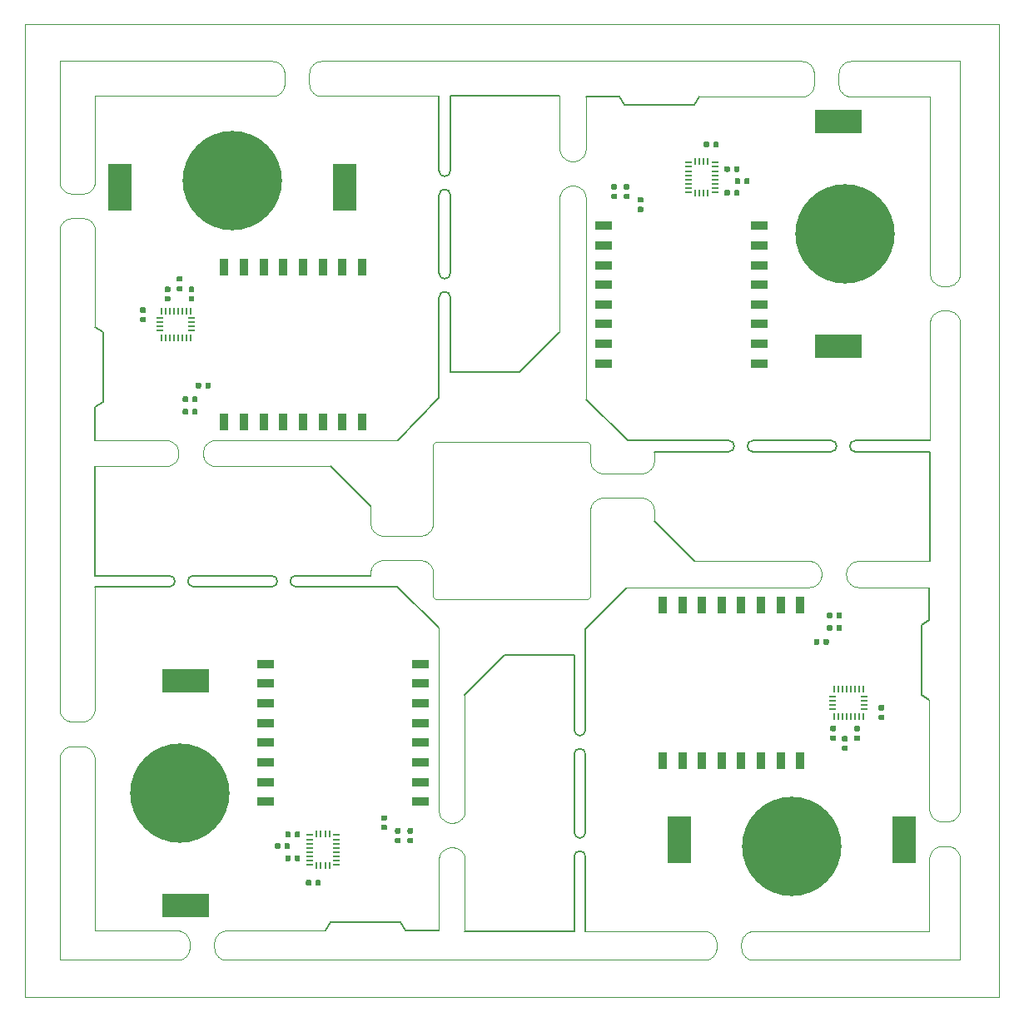
<source format=gbr>
G04 #@! TF.GenerationSoftware,KiCad,Pcbnew,(5.1.4)-1*
G04 #@! TF.CreationDate,2019-09-04T16:38:23-07:00*
G04 #@! TF.ProjectId,output.sprite_panel,6f757470-7574-42e7-9370-726974655f70,rev?*
G04 #@! TF.SameCoordinates,Original*
G04 #@! TF.FileFunction,Paste,Bot*
G04 #@! TF.FilePolarity,Positive*
%FSLAX46Y46*%
G04 Gerber Fmt 4.6, Leading zero omitted, Abs format (unit mm)*
G04 Created by KiCad (PCBNEW (5.1.4)-1) date 2019-09-04 16:38:23*
%MOMM*%
%LPD*%
G04 APERTURE LIST*
%ADD10C,0.150000*%
%ADD11C,0.050800*%
%ADD12C,0.100000*%
%ADD13C,0.539200*%
%ADD14R,2.489200X4.699200*%
%ADD15C,10.109200*%
%ADD16R,0.949200X1.749200*%
%ADD17R,0.219200X0.699200*%
%ADD18R,0.699200X0.219200*%
%ADD19R,1.749200X0.949200*%
%ADD20R,4.699200X2.489200*%
G04 APERTURE END LIST*
D10*
X143649700Y-98425000D02*
X147828000Y-94158400D01*
X142506700Y-129159000D02*
X131394200Y-129159000D01*
X143648956Y-98425000D02*
X143648956Y-108686600D01*
X142506700Y-129159000D02*
X142507444Y-121564400D01*
X178624900Y-97536000D02*
X178624900Y-94158400D01*
X177800000Y-105156000D02*
X178624900Y-105664000D01*
X131394200Y-105156000D02*
X135458200Y-101092000D01*
X135458200Y-101092000D02*
X142507444Y-101092000D01*
X142507444Y-108686600D02*
X142507444Y-101092000D01*
X142506700Y-119100600D02*
X142506700Y-111150400D01*
X177800000Y-105156000D02*
X177800000Y-98044000D01*
X177800000Y-98044000D02*
X178624900Y-97536000D01*
X143648956Y-121564400D02*
X143649700Y-129158400D01*
X143648956Y-111150400D02*
X143648956Y-119100600D01*
X142507444Y-121564400D02*
G75*
G02X143648956Y-121564400I570756J0D01*
G01*
X143648956Y-119100600D02*
G75*
G02X142507444Y-119100600I-570756J0D01*
G01*
X142507444Y-111150400D02*
G75*
G02X143648956Y-111150400I570756J0D01*
G01*
X143648956Y-108686600D02*
G75*
G02X142507444Y-108686600I-570756J0D01*
G01*
X147955000Y-79235300D02*
X143688400Y-75057000D01*
X158216600Y-79236044D02*
G75*
G02X158216600Y-80377556I0J-570756D01*
G01*
X171094400Y-80377556D02*
G75*
G02X171094400Y-79236044I0J570756D01*
G01*
X160680400Y-80377556D02*
G75*
G02X160680400Y-79236044I0J570756D01*
G01*
X168630600Y-79236044D02*
G75*
G02X168630600Y-80377556I0J-570756D01*
G01*
X168630600Y-80378300D02*
X160680400Y-80378300D01*
X158216600Y-80377556D02*
X150622000Y-80377556D01*
X178689000Y-80378300D02*
X178689000Y-91490800D01*
X147955000Y-79236044D02*
X158216600Y-79236044D01*
X171094400Y-79236044D02*
X178688400Y-79235300D01*
X160680400Y-79236044D02*
X168630600Y-79236044D01*
X154686000Y-45085000D02*
X147574000Y-45085000D01*
X147574000Y-45085000D02*
X147066000Y-44260100D01*
X147066000Y-44260100D02*
X143688400Y-44260100D01*
X178689000Y-80378300D02*
X171094400Y-80377556D01*
X154686000Y-91490800D02*
X150622000Y-87426800D01*
X154686000Y-45085000D02*
X155194000Y-44260100D01*
D11*
X86614000Y-36890000D02*
X185740000Y-36890000D01*
X185740000Y-135890000D02*
X185740000Y-36890000D01*
X86614000Y-135890000D02*
X86614000Y-36890000D01*
X86614000Y-135890000D02*
X185740000Y-135890000D01*
D10*
X128766044Y-54254400D02*
G75*
G02X129907556Y-54254400I570756J0D01*
G01*
X129907556Y-51790600D02*
G75*
G02X128766044Y-51790600I-570756J0D01*
G01*
X128766044Y-64668400D02*
G75*
G02X129907556Y-64668400I570756J0D01*
G01*
X129907556Y-62204600D02*
G75*
G02X128766044Y-62204600I-570756J0D01*
G01*
X128765300Y-74930000D02*
X124587000Y-79196600D01*
X129908300Y-54254400D02*
X129908300Y-62204600D01*
X129908300Y-44196000D02*
X129907556Y-51790600D01*
X129907556Y-64668400D02*
X129907556Y-72263000D01*
X128766044Y-74930000D02*
X128766044Y-64668400D01*
X128766044Y-62204600D02*
X128766044Y-54254400D01*
X128766044Y-51790600D02*
X128765300Y-44196600D01*
X136956800Y-72263000D02*
X129907556Y-72263000D01*
X141020800Y-68199000D02*
X136956800Y-72263000D01*
X129908300Y-44196000D02*
X141020800Y-44196000D01*
X94615000Y-68199000D02*
X93790100Y-67691000D01*
X94615000Y-75311000D02*
X93790100Y-75819000D01*
X93790100Y-75819000D02*
X93790100Y-79196600D01*
X94615000Y-68199000D02*
X94615000Y-75311000D01*
X103784400Y-94118956D02*
G75*
G02X103784400Y-92977444I0J570756D01*
G01*
X101320600Y-92977444D02*
G75*
G02X101320600Y-94118956I0J-570756D01*
G01*
X114198400Y-94118956D02*
G75*
G02X114198400Y-92977444I0J570756D01*
G01*
X111734600Y-92977444D02*
G75*
G02X111734600Y-94118956I0J-570756D01*
G01*
X124460000Y-94119700D02*
X128726600Y-98298000D01*
X103784400Y-92976700D02*
X111734600Y-92976700D01*
X93726000Y-92976700D02*
X101320600Y-92977444D01*
X114198400Y-92977444D02*
X121793000Y-92977444D01*
X124460000Y-94118956D02*
X114198400Y-94118956D01*
X111734600Y-94118956D02*
X103784400Y-94118956D01*
X101320600Y-94118956D02*
X93726600Y-94119700D01*
X117729000Y-81864200D02*
X121793000Y-85928200D01*
X93726000Y-92976700D02*
X93726000Y-81864200D01*
X117729000Y-128270000D02*
X117221000Y-129094900D01*
X124841000Y-128270000D02*
X125349000Y-129094900D01*
X125349000Y-129094900D02*
X128726600Y-129094900D01*
X117729000Y-128270000D02*
X124841000Y-128270000D01*
D12*
X144145000Y-95123000D02*
X143891000Y-95377000D01*
X128397000Y-95377000D02*
X128143000Y-95123000D01*
X128143000Y-79629000D02*
X128397000Y-79375000D01*
X143891000Y-79375000D02*
X144145000Y-79629000D01*
X143891000Y-79375000D02*
X128397000Y-79375000D01*
X128397000Y-95375000D02*
X143891000Y-95375000D01*
X160741998Y-132080000D02*
X181736000Y-132080000D01*
X155742010Y-129158400D02*
X143649700Y-129158400D01*
X160742013Y-129158400D02*
X178624900Y-129158400D01*
X160741998Y-132080000D02*
X160642294Y-132072313D01*
X160742013Y-129158400D02*
X160642309Y-129166087D01*
X160642294Y-132072313D02*
X160543476Y-132056985D01*
X160642309Y-129166087D02*
X160543491Y-129181415D01*
X160543476Y-132056985D02*
X160446129Y-132034107D01*
X160543491Y-129181415D02*
X160446144Y-129204293D01*
X160446129Y-132034107D02*
X160350829Y-132003814D01*
X160446144Y-129204293D02*
X160350844Y-129234586D01*
X160350829Y-132003814D02*
X160258139Y-131966285D01*
X160350844Y-129234586D02*
X160258154Y-129272115D01*
X160258139Y-131966285D02*
X160168608Y-131921742D01*
X160258154Y-129272115D02*
X160168623Y-129316658D01*
X160168608Y-131921742D02*
X160082766Y-131870449D01*
X160168623Y-129316658D02*
X160082781Y-129367951D01*
X160082766Y-131870449D02*
X160001121Y-131812709D01*
X160082781Y-129367951D02*
X160001136Y-129425691D01*
X160001121Y-131812709D02*
X159924156Y-131748864D01*
X160001136Y-129425691D02*
X159924171Y-129489536D01*
X159924156Y-131748864D02*
X159852326Y-131679292D01*
X159924171Y-129489536D02*
X159852341Y-129559108D01*
X159852326Y-131679292D02*
X159786056Y-131604405D01*
X159852341Y-129559108D02*
X159786071Y-129633995D01*
X159786056Y-131604405D02*
X159725738Y-131524646D01*
X159786071Y-129633995D02*
X159725753Y-129713754D01*
X159725738Y-131524646D02*
X159671729Y-131440487D01*
X159725753Y-129713754D02*
X159671744Y-129797913D01*
X159671729Y-131440487D02*
X159624349Y-131352426D01*
X159671744Y-129797913D02*
X159624364Y-129885974D01*
X159624349Y-131352426D02*
X159583878Y-131260984D01*
X159624364Y-129885974D02*
X159583893Y-129977416D01*
X159583878Y-131260984D02*
X159550556Y-131166702D01*
X159583893Y-129977416D02*
X159550571Y-130071698D01*
X159550556Y-131166702D02*
X159524580Y-131070138D01*
X159550571Y-130071698D02*
X159524595Y-130168262D01*
X159524580Y-131070138D02*
X159506103Y-130971863D01*
X159524595Y-130168262D02*
X159506118Y-130266537D01*
X159506103Y-130971863D02*
X159495235Y-130872458D01*
X159506118Y-130266537D02*
X159495250Y-130365942D01*
X159495235Y-130872458D02*
X159492040Y-130772512D01*
X159495250Y-130365942D02*
X159492055Y-130465888D01*
X159492040Y-130772512D02*
X159492055Y-130465888D01*
X155742055Y-132080000D02*
X155841759Y-132072313D01*
X155742010Y-129158400D02*
X155841714Y-129166087D01*
X155841759Y-132072313D02*
X155940577Y-132056985D01*
X155841714Y-129166087D02*
X155940532Y-129181415D01*
X155940577Y-132056985D02*
X156037924Y-132034107D01*
X155940532Y-129181415D02*
X156037879Y-129204293D01*
X156037924Y-132034107D02*
X156133224Y-132003814D01*
X156037879Y-129204293D02*
X156133179Y-129234586D01*
X156133224Y-132003814D02*
X156225914Y-131966285D01*
X156133179Y-129234586D02*
X156225869Y-129272115D01*
X156225914Y-131966285D02*
X156315445Y-131921742D01*
X156225869Y-129272115D02*
X156315400Y-129316658D01*
X156315445Y-131921742D02*
X156401287Y-131870449D01*
X156315400Y-129316658D02*
X156401242Y-129367951D01*
X156401287Y-131870449D02*
X156482932Y-131812709D01*
X156401242Y-129367951D02*
X156482887Y-129425691D01*
X156482932Y-131812709D02*
X156559897Y-131748864D01*
X156482887Y-129425691D02*
X156559852Y-129489536D01*
X156559897Y-131748864D02*
X156631727Y-131679292D01*
X156559852Y-129489536D02*
X156631682Y-129559108D01*
X156631727Y-131679292D02*
X156697997Y-131604405D01*
X156631682Y-129559108D02*
X156697952Y-129633995D01*
X156697997Y-131604405D02*
X156758315Y-131524646D01*
X156697952Y-129633995D02*
X156758270Y-129713754D01*
X156758315Y-131524646D02*
X156812324Y-131440487D01*
X156758270Y-129713754D02*
X156812279Y-129797913D01*
X156812324Y-131440487D02*
X156859704Y-131352426D01*
X156812279Y-129797913D02*
X156859659Y-129885974D01*
X156859704Y-131352426D02*
X156900175Y-131260984D01*
X156859659Y-129885974D02*
X156900130Y-129977416D01*
X156900175Y-131260984D02*
X156933497Y-131166702D01*
X156900130Y-129977416D02*
X156933452Y-130071698D01*
X156933497Y-131166702D02*
X156959473Y-131070138D01*
X156933452Y-130071698D02*
X156959428Y-130168262D01*
X156959473Y-131070138D02*
X156977950Y-130971863D01*
X156959428Y-130168262D02*
X156977905Y-130266537D01*
X156977950Y-130971863D02*
X156988818Y-130872458D01*
X156977905Y-130266537D02*
X156988773Y-130365942D01*
X156988818Y-130872458D02*
X156992013Y-130772512D01*
X156988773Y-130365942D02*
X156991968Y-130465888D01*
X156992013Y-130772512D02*
X156991968Y-130465888D01*
X128726600Y-121880008D02*
X128726600Y-129094900D01*
X128726600Y-116879990D02*
X128726600Y-98298000D01*
X131394200Y-121879995D02*
X131394200Y-129158400D01*
X131394200Y-116879990D02*
X131394200Y-105156000D01*
X131394200Y-121879995D02*
X131386513Y-121780291D01*
X128726600Y-121880008D02*
X128734287Y-121780304D01*
X131386513Y-121780291D02*
X131371185Y-121681473D01*
X128734287Y-121780304D02*
X128749615Y-121681486D01*
X131371185Y-121681473D02*
X131348307Y-121584126D01*
X128749615Y-121681486D02*
X128772493Y-121584139D01*
X131348307Y-121584126D02*
X131318014Y-121488826D01*
X128772493Y-121584139D02*
X128802786Y-121488839D01*
X131318014Y-121488826D02*
X131280485Y-121396136D01*
X128802786Y-121488839D02*
X128840315Y-121396149D01*
X131280485Y-121396136D02*
X131235942Y-121306605D01*
X128840315Y-121396149D02*
X128884858Y-121306618D01*
X131235942Y-121306605D02*
X131184649Y-121220763D01*
X128884858Y-121306618D02*
X128936151Y-121220776D01*
X131184649Y-121220763D02*
X131126909Y-121139118D01*
X128936151Y-121220776D02*
X128993891Y-121139131D01*
X131126909Y-121139118D02*
X131063064Y-121062153D01*
X128993891Y-121139131D02*
X129057736Y-121062166D01*
X131063064Y-121062153D02*
X130993492Y-120990323D01*
X129057736Y-121062166D02*
X129127308Y-120990336D01*
X130993492Y-120990323D02*
X130918605Y-120924053D01*
X129127308Y-120990336D02*
X129202195Y-120924066D01*
X130918605Y-120924053D02*
X130838846Y-120863735D01*
X129202195Y-120924066D02*
X129281954Y-120863748D01*
X130838846Y-120863735D02*
X130754687Y-120809726D01*
X129281954Y-120863748D02*
X129366113Y-120809739D01*
X130754687Y-120809726D02*
X130666626Y-120762346D01*
X129366113Y-120809739D02*
X129454174Y-120762359D01*
X130666626Y-120762346D02*
X130575184Y-120721875D01*
X129454174Y-120762359D02*
X129545616Y-120721888D01*
X130575184Y-120721875D02*
X130480902Y-120688553D01*
X129545616Y-120721888D02*
X129639898Y-120688566D01*
X130480902Y-120688553D02*
X130384338Y-120662577D01*
X129639898Y-120688566D02*
X129736462Y-120662590D01*
X130384338Y-120662577D02*
X130286063Y-120644100D01*
X129736462Y-120662590D02*
X129834737Y-120644113D01*
X130286063Y-120644100D02*
X130186658Y-120633232D01*
X129834737Y-120644113D02*
X129934142Y-120633245D01*
X130186658Y-120633232D02*
X130086712Y-120630037D01*
X129934142Y-120633245D02*
X130034088Y-120630050D01*
X130034088Y-120630050D02*
X130086712Y-120630037D01*
X131394200Y-116879990D02*
X131386513Y-116979694D01*
X128726600Y-116879990D02*
X128734287Y-116979694D01*
X131386513Y-116979694D02*
X131371185Y-117078512D01*
X128734287Y-116979694D02*
X128749615Y-117078512D01*
X131371185Y-117078512D02*
X131348307Y-117175859D01*
X128749615Y-117078512D02*
X128772493Y-117175859D01*
X131348307Y-117175859D02*
X131318014Y-117271159D01*
X128772493Y-117175859D02*
X128802786Y-117271159D01*
X131318014Y-117271159D02*
X131280485Y-117363849D01*
X128802786Y-117271159D02*
X128840315Y-117363849D01*
X131280485Y-117363849D02*
X131235942Y-117453380D01*
X128840315Y-117363849D02*
X128884858Y-117453380D01*
X131235942Y-117453380D02*
X131184649Y-117539222D01*
X128884858Y-117453380D02*
X128936151Y-117539222D01*
X131184649Y-117539222D02*
X131126909Y-117620867D01*
X128936151Y-117539222D02*
X128993891Y-117620867D01*
X131126909Y-117620867D02*
X131063064Y-117697832D01*
X128993891Y-117620867D02*
X129057736Y-117697832D01*
X131063064Y-117697832D02*
X130993492Y-117769662D01*
X129057736Y-117697832D02*
X129127308Y-117769662D01*
X130993492Y-117769662D02*
X130918605Y-117835932D01*
X129127308Y-117769662D02*
X129202195Y-117835932D01*
X130918605Y-117835932D02*
X130838846Y-117896250D01*
X129202195Y-117835932D02*
X129281954Y-117896250D01*
X130838846Y-117896250D02*
X130754687Y-117950259D01*
X129281954Y-117896250D02*
X129366113Y-117950259D01*
X130754687Y-117950259D02*
X130666626Y-117997639D01*
X129366113Y-117950259D02*
X129454174Y-117997639D01*
X130666626Y-117997639D02*
X130575184Y-118038110D01*
X129454174Y-117997639D02*
X129545616Y-118038110D01*
X130575184Y-118038110D02*
X130480902Y-118071432D01*
X129545616Y-118038110D02*
X129639898Y-118071432D01*
X130480902Y-118071432D02*
X130384338Y-118097408D01*
X129639898Y-118071432D02*
X129736462Y-118097408D01*
X130384338Y-118097408D02*
X130286063Y-118115885D01*
X129736462Y-118097408D02*
X129834737Y-118115885D01*
X130286063Y-118115885D02*
X130186658Y-118126753D01*
X129834737Y-118115885D02*
X129934142Y-118126753D01*
X130186658Y-118126753D02*
X130086712Y-118129948D01*
X129934142Y-118126753D02*
X130034088Y-118129948D01*
X130034088Y-118129948D02*
X130086712Y-118129948D01*
X101004992Y-79196600D02*
X93790100Y-79196600D01*
X106005010Y-79196600D02*
X124587000Y-79196600D01*
X101005005Y-81864200D02*
X93726600Y-81864200D01*
X106005010Y-81864200D02*
X117729000Y-81864200D01*
X101005005Y-81864200D02*
X101104709Y-81856513D01*
X101004992Y-79196600D02*
X101104696Y-79204287D01*
X101104709Y-81856513D02*
X101203527Y-81841185D01*
X101104696Y-79204287D02*
X101203514Y-79219615D01*
X101203527Y-81841185D02*
X101300874Y-81818307D01*
X101203514Y-79219615D02*
X101300861Y-79242493D01*
X101300874Y-81818307D02*
X101396174Y-81788014D01*
X101300861Y-79242493D02*
X101396161Y-79272786D01*
X101396174Y-81788014D02*
X101488864Y-81750485D01*
X101396161Y-79272786D02*
X101488851Y-79310315D01*
X101488864Y-81750485D02*
X101578395Y-81705942D01*
X101488851Y-79310315D02*
X101578382Y-79354858D01*
X101578395Y-81705942D02*
X101664237Y-81654649D01*
X101578382Y-79354858D02*
X101664224Y-79406151D01*
X101664237Y-81654649D02*
X101745882Y-81596909D01*
X101664224Y-79406151D02*
X101745869Y-79463891D01*
X101745882Y-81596909D02*
X101822847Y-81533064D01*
X101745869Y-79463891D02*
X101822834Y-79527736D01*
X101822847Y-81533064D02*
X101894677Y-81463492D01*
X101822834Y-79527736D02*
X101894664Y-79597308D01*
X101894677Y-81463492D02*
X101960947Y-81388605D01*
X101894664Y-79597308D02*
X101960934Y-79672195D01*
X101960947Y-81388605D02*
X102021265Y-81308846D01*
X101960934Y-79672195D02*
X102021252Y-79751954D01*
X102021265Y-81308846D02*
X102075274Y-81224687D01*
X102021252Y-79751954D02*
X102075261Y-79836113D01*
X102075274Y-81224687D02*
X102122654Y-81136626D01*
X102075261Y-79836113D02*
X102122641Y-79924174D01*
X102122654Y-81136626D02*
X102163125Y-81045184D01*
X102122641Y-79924174D02*
X102163112Y-80015616D01*
X102163125Y-81045184D02*
X102196447Y-80950902D01*
X102163112Y-80015616D02*
X102196434Y-80109898D01*
X102196447Y-80950902D02*
X102222423Y-80854338D01*
X102196434Y-80109898D02*
X102222410Y-80206462D01*
X102222423Y-80854338D02*
X102240900Y-80756063D01*
X102222410Y-80206462D02*
X102240887Y-80304737D01*
X102240900Y-80756063D02*
X102251768Y-80656658D01*
X102240887Y-80304737D02*
X102251755Y-80404142D01*
X102251768Y-80656658D02*
X102254963Y-80556712D01*
X102251755Y-80404142D02*
X102254950Y-80504088D01*
X102254950Y-80504088D02*
X102254963Y-80556712D01*
X106005010Y-81864200D02*
X105905306Y-81856513D01*
X106005010Y-79196600D02*
X105905306Y-79204287D01*
X105905306Y-81856513D02*
X105806488Y-81841185D01*
X105905306Y-79204287D02*
X105806488Y-79219615D01*
X105806488Y-81841185D02*
X105709141Y-81818307D01*
X105806488Y-79219615D02*
X105709141Y-79242493D01*
X105709141Y-81818307D02*
X105613841Y-81788014D01*
X105709141Y-79242493D02*
X105613841Y-79272786D01*
X105613841Y-81788014D02*
X105521151Y-81750485D01*
X105613841Y-79272786D02*
X105521151Y-79310315D01*
X105521151Y-81750485D02*
X105431620Y-81705942D01*
X105521151Y-79310315D02*
X105431620Y-79354858D01*
X105431620Y-81705942D02*
X105345778Y-81654649D01*
X105431620Y-79354858D02*
X105345778Y-79406151D01*
X105345778Y-81654649D02*
X105264133Y-81596909D01*
X105345778Y-79406151D02*
X105264133Y-79463891D01*
X105264133Y-81596909D02*
X105187168Y-81533064D01*
X105264133Y-79463891D02*
X105187168Y-79527736D01*
X105187168Y-81533064D02*
X105115338Y-81463492D01*
X105187168Y-79527736D02*
X105115338Y-79597308D01*
X105115338Y-81463492D02*
X105049068Y-81388605D01*
X105115338Y-79597308D02*
X105049068Y-79672195D01*
X105049068Y-81388605D02*
X104988750Y-81308846D01*
X105049068Y-79672195D02*
X104988750Y-79751954D01*
X104988750Y-81308846D02*
X104934741Y-81224687D01*
X104988750Y-79751954D02*
X104934741Y-79836113D01*
X104934741Y-81224687D02*
X104887361Y-81136626D01*
X104934741Y-79836113D02*
X104887361Y-79924174D01*
X104887361Y-81136626D02*
X104846890Y-81045184D01*
X104887361Y-79924174D02*
X104846890Y-80015616D01*
X104846890Y-81045184D02*
X104813568Y-80950902D01*
X104846890Y-80015616D02*
X104813568Y-80109898D01*
X104813568Y-80950902D02*
X104787592Y-80854338D01*
X104813568Y-80109898D02*
X104787592Y-80206462D01*
X104787592Y-80854338D02*
X104769115Y-80756063D01*
X104787592Y-80206462D02*
X104769115Y-80304737D01*
X104769115Y-80756063D02*
X104758247Y-80656658D01*
X104769115Y-80304737D02*
X104758247Y-80404142D01*
X104758247Y-80656658D02*
X104755052Y-80556712D01*
X104758247Y-80404142D02*
X104755052Y-80504088D01*
X104755052Y-80504088D02*
X104755052Y-80556712D01*
X171409995Y-91490800D02*
X178688400Y-91490800D01*
X166409990Y-91490800D02*
X154686000Y-91490800D01*
X171410008Y-94158400D02*
X178624900Y-94158400D01*
X166409990Y-94158400D02*
X147828000Y-94158400D01*
X166409990Y-94158400D02*
X166509694Y-94150713D01*
X166409990Y-91490800D02*
X166509694Y-91498487D01*
X166509694Y-94150713D02*
X166608512Y-94135385D01*
X166509694Y-91498487D02*
X166608512Y-91513815D01*
X166608512Y-94135385D02*
X166705859Y-94112507D01*
X166608512Y-91513815D02*
X166705859Y-91536693D01*
X166705859Y-94112507D02*
X166801159Y-94082214D01*
X166705859Y-91536693D02*
X166801159Y-91566986D01*
X166801159Y-94082214D02*
X166893849Y-94044685D01*
X166801159Y-91566986D02*
X166893849Y-91604515D01*
X166893849Y-94044685D02*
X166983380Y-94000142D01*
X166893849Y-91604515D02*
X166983380Y-91649058D01*
X166983380Y-94000142D02*
X167069222Y-93948849D01*
X166983380Y-91649058D02*
X167069222Y-91700351D01*
X167069222Y-93948849D02*
X167150867Y-93891109D01*
X167069222Y-91700351D02*
X167150867Y-91758091D01*
X167150867Y-93891109D02*
X167227832Y-93827264D01*
X167150867Y-91758091D02*
X167227832Y-91821936D01*
X167227832Y-93827264D02*
X167299662Y-93757692D01*
X167227832Y-91821936D02*
X167299662Y-91891508D01*
X167299662Y-93757692D02*
X167365932Y-93682805D01*
X167299662Y-91891508D02*
X167365932Y-91966395D01*
X167365932Y-93682805D02*
X167426250Y-93603046D01*
X167365932Y-91966395D02*
X167426250Y-92046154D01*
X167426250Y-93603046D02*
X167480259Y-93518887D01*
X167426250Y-92046154D02*
X167480259Y-92130313D01*
X167480259Y-93518887D02*
X167527639Y-93430826D01*
X167480259Y-92130313D02*
X167527639Y-92218374D01*
X167527639Y-93430826D02*
X167568110Y-93339384D01*
X167527639Y-92218374D02*
X167568110Y-92309816D01*
X167568110Y-93339384D02*
X167601432Y-93245102D01*
X167568110Y-92309816D02*
X167601432Y-92404098D01*
X167601432Y-93245102D02*
X167627408Y-93148538D01*
X167601432Y-92404098D02*
X167627408Y-92500662D01*
X167627408Y-93148538D02*
X167645885Y-93050263D01*
X167627408Y-92500662D02*
X167645885Y-92598937D01*
X167645885Y-93050263D02*
X167656753Y-92950858D01*
X167645885Y-92598937D02*
X167656753Y-92698342D01*
X167656753Y-92950858D02*
X167659948Y-92850912D01*
X167656753Y-92698342D02*
X167659948Y-92798288D01*
X167659948Y-92798288D02*
X167659948Y-92850912D01*
X171409995Y-91490800D02*
X171310291Y-91498487D01*
X171410008Y-94158400D02*
X171310304Y-94150713D01*
X171310291Y-91498487D02*
X171211473Y-91513815D01*
X171310304Y-94150713D02*
X171211486Y-94135385D01*
X171211473Y-91513815D02*
X171114126Y-91536693D01*
X171211486Y-94135385D02*
X171114139Y-94112507D01*
X171114126Y-91536693D02*
X171018826Y-91566986D01*
X171114139Y-94112507D02*
X171018839Y-94082214D01*
X171018826Y-91566986D02*
X170926136Y-91604515D01*
X171018839Y-94082214D02*
X170926149Y-94044685D01*
X170926136Y-91604515D02*
X170836605Y-91649058D01*
X170926149Y-94044685D02*
X170836618Y-94000142D01*
X170836605Y-91649058D02*
X170750763Y-91700351D01*
X170836618Y-94000142D02*
X170750776Y-93948849D01*
X170750763Y-91700351D02*
X170669118Y-91758091D01*
X170750776Y-93948849D02*
X170669131Y-93891109D01*
X170669118Y-91758091D02*
X170592153Y-91821936D01*
X170669131Y-93891109D02*
X170592166Y-93827264D01*
X170592153Y-91821936D02*
X170520323Y-91891508D01*
X170592166Y-93827264D02*
X170520336Y-93757692D01*
X170520323Y-91891508D02*
X170454053Y-91966395D01*
X170520336Y-93757692D02*
X170454066Y-93682805D01*
X170454053Y-91966395D02*
X170393735Y-92046154D01*
X170454066Y-93682805D02*
X170393748Y-93603046D01*
X170393735Y-92046154D02*
X170339726Y-92130313D01*
X170393748Y-93603046D02*
X170339739Y-93518887D01*
X170339726Y-92130313D02*
X170292346Y-92218374D01*
X170339739Y-93518887D02*
X170292359Y-93430826D01*
X170292346Y-92218374D02*
X170251875Y-92309816D01*
X170292359Y-93430826D02*
X170251888Y-93339384D01*
X170251875Y-92309816D02*
X170218553Y-92404098D01*
X170251888Y-93339384D02*
X170218566Y-93245102D01*
X170218553Y-92404098D02*
X170192577Y-92500662D01*
X170218566Y-93245102D02*
X170192590Y-93148538D01*
X170192577Y-92500662D02*
X170174100Y-92598937D01*
X170192590Y-93148538D02*
X170174113Y-93050263D01*
X170174100Y-92598937D02*
X170163232Y-92698342D01*
X170174113Y-93050263D02*
X170163245Y-92950858D01*
X170163232Y-92698342D02*
X170160037Y-92798288D01*
X170163245Y-92950858D02*
X170160050Y-92850912D01*
X170160037Y-92798288D02*
X170160050Y-92850912D01*
X143688400Y-49569992D02*
X143688400Y-44260100D01*
X143688400Y-54570008D02*
X143688400Y-75057000D01*
X141020800Y-49569997D02*
X141020800Y-44196600D01*
X141020800Y-54569995D02*
X141020800Y-68199000D01*
X141020800Y-49569997D02*
X141028487Y-49669701D01*
X143688400Y-49569992D02*
X143680713Y-49669696D01*
X141028487Y-49669701D02*
X141043815Y-49768519D01*
X143680713Y-49669696D02*
X143665385Y-49768514D01*
X141043815Y-49768519D02*
X141066693Y-49865866D01*
X143665385Y-49768514D02*
X143642507Y-49865861D01*
X141066693Y-49865866D02*
X141096986Y-49961166D01*
X143642507Y-49865861D02*
X143612214Y-49961161D01*
X141096986Y-49961166D02*
X141134515Y-50053856D01*
X143612214Y-49961161D02*
X143574685Y-50053851D01*
X141134515Y-50053856D02*
X141179058Y-50143387D01*
X143574685Y-50053851D02*
X143530142Y-50143382D01*
X141179058Y-50143387D02*
X141230351Y-50229229D01*
X143530142Y-50143382D02*
X143478849Y-50229224D01*
X141230351Y-50229229D02*
X141288091Y-50310874D01*
X143478849Y-50229224D02*
X143421109Y-50310869D01*
X141288091Y-50310874D02*
X141351936Y-50387839D01*
X143421109Y-50310869D02*
X143357264Y-50387834D01*
X141351936Y-50387839D02*
X141421508Y-50459669D01*
X143357264Y-50387834D02*
X143287692Y-50459664D01*
X141421508Y-50459669D02*
X141496395Y-50525939D01*
X143287692Y-50459664D02*
X143212805Y-50525934D01*
X141496395Y-50525939D02*
X141576154Y-50586257D01*
X143212805Y-50525934D02*
X143133046Y-50586252D01*
X141576154Y-50586257D02*
X141660313Y-50640266D01*
X143133046Y-50586252D02*
X143048887Y-50640261D01*
X141660313Y-50640266D02*
X141748374Y-50687646D01*
X143048887Y-50640261D02*
X142960826Y-50687641D01*
X141748374Y-50687646D02*
X141839816Y-50728117D01*
X142960826Y-50687641D02*
X142869384Y-50728112D01*
X141839816Y-50728117D02*
X141934098Y-50761439D01*
X142869384Y-50728112D02*
X142775102Y-50761434D01*
X141934098Y-50761439D02*
X142030662Y-50787415D01*
X142775102Y-50761434D02*
X142678538Y-50787410D01*
X142030662Y-50787415D02*
X142128937Y-50805892D01*
X142678538Y-50787410D02*
X142580263Y-50805887D01*
X142128937Y-50805892D02*
X142228342Y-50816760D01*
X142580263Y-50805887D02*
X142480858Y-50816755D01*
X142228342Y-50816760D02*
X142328288Y-50819955D01*
X142480858Y-50816755D02*
X142380912Y-50819950D01*
X142380912Y-50819950D02*
X142328288Y-50819955D01*
X141020800Y-54569995D02*
X141028487Y-54470291D01*
X143688400Y-54570008D02*
X143680713Y-54470304D01*
X141028487Y-54470291D02*
X141043815Y-54371473D01*
X143680713Y-54470304D02*
X143665385Y-54371486D01*
X141043815Y-54371473D02*
X141066693Y-54274126D01*
X143665385Y-54371486D02*
X143642507Y-54274139D01*
X141066693Y-54274126D02*
X141096986Y-54178826D01*
X143642507Y-54274139D02*
X143612214Y-54178839D01*
X141096986Y-54178826D02*
X141134515Y-54086136D01*
X143612214Y-54178839D02*
X143574685Y-54086149D01*
X141134515Y-54086136D02*
X141179058Y-53996605D01*
X143574685Y-54086149D02*
X143530142Y-53996618D01*
X141179058Y-53996605D02*
X141230351Y-53910763D01*
X143530142Y-53996618D02*
X143478849Y-53910776D01*
X141230351Y-53910763D02*
X141288091Y-53829118D01*
X143478849Y-53910776D02*
X143421109Y-53829131D01*
X141288091Y-53829118D02*
X141351936Y-53752153D01*
X143421109Y-53829131D02*
X143357264Y-53752166D01*
X141351936Y-53752153D02*
X141421508Y-53680323D01*
X143357264Y-53752166D02*
X143287692Y-53680336D01*
X141421508Y-53680323D02*
X141496395Y-53614053D01*
X143287692Y-53680336D02*
X143212805Y-53614066D01*
X141496395Y-53614053D02*
X141576154Y-53553735D01*
X143212805Y-53614066D02*
X143133046Y-53553748D01*
X141576154Y-53553735D02*
X141660313Y-53499726D01*
X143133046Y-53553748D02*
X143048887Y-53499739D01*
X141660313Y-53499726D02*
X141748374Y-53452346D01*
X143048887Y-53499739D02*
X142960826Y-53452359D01*
X141748374Y-53452346D02*
X141839816Y-53411875D01*
X142960826Y-53452359D02*
X142869384Y-53411888D01*
X141839816Y-53411875D02*
X141934098Y-53378553D01*
X142869384Y-53411888D02*
X142775102Y-53378566D01*
X141934098Y-53378553D02*
X142030662Y-53352577D01*
X142775102Y-53378566D02*
X142678538Y-53352590D01*
X142030662Y-53352577D02*
X142128937Y-53334100D01*
X142678538Y-53352590D02*
X142580263Y-53334113D01*
X142128937Y-53334100D02*
X142228342Y-53323232D01*
X142580263Y-53334113D02*
X142480858Y-53323245D01*
X142228342Y-53323232D02*
X142328288Y-53320037D01*
X142480858Y-53323245D02*
X142380912Y-53320050D01*
X142380912Y-53320050D02*
X142328288Y-53320037D01*
X181736000Y-121753015D02*
X181736000Y-132080000D01*
X178624900Y-121753000D02*
X178624900Y-129158400D01*
X178624900Y-116752997D02*
X178624900Y-105664000D01*
X178624900Y-116752997D02*
X178632587Y-116852701D01*
X181736000Y-116752910D02*
X181728313Y-116852614D01*
X178632587Y-116852701D02*
X178647915Y-116951519D01*
X181728313Y-116852614D02*
X181712985Y-116951432D01*
X178647915Y-116951519D02*
X178670793Y-117048866D01*
X181712985Y-116951432D02*
X181690107Y-117048779D01*
X178670793Y-117048866D02*
X178701086Y-117144166D01*
X181690107Y-117048779D02*
X181659814Y-117144079D01*
X178701086Y-117144166D02*
X178738615Y-117236856D01*
X181659814Y-117144079D02*
X181622285Y-117236769D01*
X178738615Y-117236856D02*
X178783158Y-117326387D01*
X181622285Y-117236769D02*
X181577742Y-117326300D01*
X178783158Y-117326387D02*
X178834451Y-117412229D01*
X181577742Y-117326300D02*
X181526449Y-117412142D01*
X178834451Y-117412229D02*
X178892191Y-117493874D01*
X181526449Y-117412142D02*
X181468709Y-117493787D01*
X178892191Y-117493874D02*
X178956036Y-117570839D01*
X181468709Y-117493787D02*
X181404864Y-117570752D01*
X178956036Y-117570839D02*
X179025608Y-117642669D01*
X181404864Y-117570752D02*
X181335292Y-117642582D01*
X179025608Y-117642669D02*
X179100495Y-117708939D01*
X181335292Y-117642582D02*
X181260405Y-117708852D01*
X179100495Y-117708939D02*
X179180254Y-117769257D01*
X181260405Y-117708852D02*
X181180646Y-117769170D01*
X179180254Y-117769257D02*
X179264413Y-117823266D01*
X181180646Y-117769170D02*
X181096487Y-117823179D01*
X179264413Y-117823266D02*
X179352474Y-117870646D01*
X181096487Y-117823179D02*
X181008426Y-117870559D01*
X179352474Y-117870646D02*
X179443916Y-117911117D01*
X181008426Y-117870559D02*
X180916984Y-117911030D01*
X179443916Y-117911117D02*
X179538198Y-117944439D01*
X180916984Y-117911030D02*
X180822702Y-117944352D01*
X179538198Y-117944439D02*
X179634762Y-117970415D01*
X180822702Y-117944352D02*
X180726138Y-117970328D01*
X179634762Y-117970415D02*
X179733037Y-117988892D01*
X180726138Y-117970328D02*
X180627863Y-117988805D01*
X179733037Y-117988892D02*
X179832442Y-117999760D01*
X180627863Y-117988805D02*
X180528458Y-117999673D01*
X179832442Y-117999760D02*
X179932388Y-118002955D01*
X180528458Y-117999673D02*
X180428512Y-118002868D01*
X180428512Y-118002868D02*
X179932388Y-118002955D01*
X178624900Y-121753000D02*
X178632587Y-121653296D01*
X181736000Y-121753015D02*
X181728313Y-121653311D01*
X178632587Y-121653296D02*
X178647915Y-121554478D01*
X181728313Y-121653311D02*
X181712985Y-121554493D01*
X178647915Y-121554478D02*
X178670793Y-121457131D01*
X181712985Y-121554493D02*
X181690107Y-121457146D01*
X178670793Y-121457131D02*
X178701086Y-121361831D01*
X181690107Y-121457146D02*
X181659814Y-121361846D01*
X178701086Y-121361831D02*
X178738615Y-121269141D01*
X181659814Y-121361846D02*
X181622285Y-121269156D01*
X178738615Y-121269141D02*
X178783158Y-121179610D01*
X181622285Y-121269156D02*
X181577742Y-121179625D01*
X178783158Y-121179610D02*
X178834451Y-121093768D01*
X181577742Y-121179625D02*
X181526449Y-121093783D01*
X178834451Y-121093768D02*
X178892191Y-121012123D01*
X181526449Y-121093783D02*
X181468709Y-121012138D01*
X178892191Y-121012123D02*
X178956036Y-120935158D01*
X181468709Y-121012138D02*
X181404864Y-120935173D01*
X178956036Y-120935158D02*
X179025608Y-120863328D01*
X181404864Y-120935173D02*
X181335292Y-120863343D01*
X179025608Y-120863328D02*
X179100495Y-120797058D01*
X181335292Y-120863343D02*
X181260405Y-120797073D01*
X179100495Y-120797058D02*
X179180254Y-120736740D01*
X181260405Y-120797073D02*
X181180646Y-120736755D01*
X179180254Y-120736740D02*
X179264413Y-120682731D01*
X181180646Y-120736755D02*
X181096487Y-120682746D01*
X179264413Y-120682731D02*
X179352474Y-120635351D01*
X181096487Y-120682746D02*
X181008426Y-120635366D01*
X179352474Y-120635351D02*
X179443916Y-120594880D01*
X181008426Y-120635366D02*
X180916984Y-120594895D01*
X179443916Y-120594880D02*
X179538198Y-120561558D01*
X180916984Y-120594895D02*
X180822702Y-120561573D01*
X179538198Y-120561558D02*
X179634762Y-120535582D01*
X180822702Y-120561573D02*
X180726138Y-120535597D01*
X179634762Y-120535582D02*
X179733037Y-120517105D01*
X180726138Y-120535597D02*
X180627863Y-120517120D01*
X179733037Y-120517105D02*
X179832442Y-120506237D01*
X180627863Y-120517120D02*
X180528458Y-120506252D01*
X179832442Y-120506237D02*
X179932388Y-120503042D01*
X180528458Y-120506252D02*
X180428512Y-120503057D01*
X180428512Y-120503057D02*
X179932388Y-120503042D01*
X181736000Y-67269988D02*
X181736000Y-116752910D01*
X181736000Y-62270012D02*
X181736000Y-40640000D01*
X178688400Y-67270003D02*
X178688400Y-79235300D01*
X178688400Y-62269997D02*
X178688400Y-44260100D01*
X181736000Y-62270012D02*
X181728313Y-62369716D01*
X178688400Y-62269997D02*
X178696087Y-62369701D01*
X181728313Y-62369716D02*
X181712985Y-62468534D01*
X178696087Y-62369701D02*
X178711415Y-62468519D01*
X181712985Y-62468534D02*
X181690107Y-62565881D01*
X178711415Y-62468519D02*
X178734293Y-62565866D01*
X181690107Y-62565881D02*
X181659814Y-62661181D01*
X178734293Y-62565866D02*
X178764586Y-62661166D01*
X181659814Y-62661181D02*
X181622285Y-62753871D01*
X178764586Y-62661166D02*
X178802115Y-62753856D01*
X181622285Y-62753871D02*
X181577742Y-62843402D01*
X178802115Y-62753856D02*
X178846658Y-62843387D01*
X181577742Y-62843402D02*
X181526449Y-62929244D01*
X178846658Y-62843387D02*
X178897951Y-62929229D01*
X181526449Y-62929244D02*
X181468709Y-63010889D01*
X178897951Y-62929229D02*
X178955691Y-63010874D01*
X181468709Y-63010889D02*
X181404864Y-63087854D01*
X178955691Y-63010874D02*
X179019536Y-63087839D01*
X181404864Y-63087854D02*
X181335292Y-63159684D01*
X179019536Y-63087839D02*
X179089108Y-63159669D01*
X181335292Y-63159684D02*
X181260405Y-63225954D01*
X179089108Y-63159669D02*
X179163995Y-63225939D01*
X181260405Y-63225954D02*
X181180646Y-63286272D01*
X179163995Y-63225939D02*
X179243754Y-63286257D01*
X181180646Y-63286272D02*
X181096487Y-63340281D01*
X179243754Y-63286257D02*
X179327913Y-63340266D01*
X181096487Y-63340281D02*
X181008426Y-63387661D01*
X179327913Y-63340266D02*
X179415974Y-63387646D01*
X181008426Y-63387661D02*
X180916984Y-63428132D01*
X179415974Y-63387646D02*
X179507416Y-63428117D01*
X180916984Y-63428132D02*
X180822702Y-63461454D01*
X179507416Y-63428117D02*
X179601698Y-63461439D01*
X180822702Y-63461454D02*
X180726138Y-63487430D01*
X179601698Y-63461439D02*
X179698262Y-63487415D01*
X180726138Y-63487430D02*
X180627863Y-63505907D01*
X179698262Y-63487415D02*
X179796537Y-63505892D01*
X180627863Y-63505907D02*
X180528458Y-63516775D01*
X179796537Y-63505892D02*
X179895942Y-63516760D01*
X180528458Y-63516775D02*
X180428512Y-63519970D01*
X179895942Y-63516760D02*
X179995888Y-63519955D01*
X180428512Y-63519970D02*
X179995888Y-63519955D01*
X181736000Y-67269988D02*
X181728313Y-67170284D01*
X178688400Y-67270003D02*
X178696087Y-67170299D01*
X181728313Y-67170284D02*
X181712985Y-67071466D01*
X178696087Y-67170299D02*
X178711415Y-67071481D01*
X181712985Y-67071466D02*
X181690107Y-66974119D01*
X178711415Y-67071481D02*
X178734293Y-66974134D01*
X181690107Y-66974119D02*
X181659814Y-66878819D01*
X178734293Y-66974134D02*
X178764586Y-66878834D01*
X181659814Y-66878819D02*
X181622285Y-66786129D01*
X178764586Y-66878834D02*
X178802115Y-66786144D01*
X181622285Y-66786129D02*
X181577742Y-66696598D01*
X178802115Y-66786144D02*
X178846658Y-66696613D01*
X181577742Y-66696598D02*
X181526449Y-66610756D01*
X178846658Y-66696613D02*
X178897951Y-66610771D01*
X181526449Y-66610756D02*
X181468709Y-66529111D01*
X178897951Y-66610771D02*
X178955691Y-66529126D01*
X181468709Y-66529111D02*
X181404864Y-66452146D01*
X178955691Y-66529126D02*
X179019536Y-66452161D01*
X181404864Y-66452146D02*
X181335292Y-66380316D01*
X179019536Y-66452161D02*
X179089108Y-66380331D01*
X181335292Y-66380316D02*
X181260405Y-66314046D01*
X179089108Y-66380331D02*
X179163995Y-66314061D01*
X181260405Y-66314046D02*
X181180646Y-66253728D01*
X179163995Y-66314061D02*
X179243754Y-66253743D01*
X181180646Y-66253728D02*
X181096487Y-66199719D01*
X179243754Y-66253743D02*
X179327913Y-66199734D01*
X181096487Y-66199719D02*
X181008426Y-66152339D01*
X179327913Y-66199734D02*
X179415974Y-66152354D01*
X181008426Y-66152339D02*
X180916984Y-66111868D01*
X179415974Y-66152354D02*
X179507416Y-66111883D01*
X180916984Y-66111868D02*
X180822702Y-66078546D01*
X179507416Y-66111883D02*
X179601698Y-66078561D01*
X180822702Y-66078546D02*
X180726138Y-66052570D01*
X179601698Y-66078561D02*
X179698262Y-66052585D01*
X180726138Y-66052570D02*
X180627863Y-66034093D01*
X179698262Y-66052585D02*
X179796537Y-66034108D01*
X180627863Y-66034093D02*
X180528458Y-66023225D01*
X179796537Y-66034108D02*
X179895942Y-66023240D01*
X180528458Y-66023225D02*
X180428512Y-66020030D01*
X179895942Y-66023240D02*
X179995888Y-66020045D01*
X180428512Y-66020030D02*
X179995888Y-66020045D01*
X128145000Y-87669990D02*
X128145000Y-79629000D01*
X128145000Y-92670003D02*
X128145000Y-95123000D01*
X121793000Y-87670000D02*
X121793000Y-85928200D01*
X121793000Y-92670000D02*
X121793000Y-92977444D01*
X121793000Y-87670000D02*
X121800687Y-87769704D01*
X128145000Y-87669990D02*
X128137313Y-87769694D01*
X121800687Y-87769704D02*
X121816015Y-87868522D01*
X128137313Y-87769694D02*
X128121985Y-87868512D01*
X121816015Y-87868522D02*
X121838893Y-87965869D01*
X128121985Y-87868512D02*
X128099107Y-87965859D01*
X121838893Y-87965869D02*
X121869186Y-88061169D01*
X128099107Y-87965859D02*
X128068814Y-88061159D01*
X121869186Y-88061169D02*
X121906715Y-88153859D01*
X128068814Y-88061159D02*
X128031285Y-88153849D01*
X121906715Y-88153859D02*
X121951258Y-88243390D01*
X128031285Y-88153849D02*
X127986742Y-88243380D01*
X121951258Y-88243390D02*
X122002551Y-88329232D01*
X127986742Y-88243380D02*
X127935449Y-88329222D01*
X122002551Y-88329232D02*
X122060291Y-88410877D01*
X127935449Y-88329222D02*
X127877709Y-88410867D01*
X122060291Y-88410877D02*
X122124136Y-88487842D01*
X127877709Y-88410867D02*
X127813864Y-88487832D01*
X122124136Y-88487842D02*
X122193708Y-88559672D01*
X127813864Y-88487832D02*
X127744292Y-88559662D01*
X122193708Y-88559672D02*
X122268595Y-88625942D01*
X127744292Y-88559662D02*
X127669405Y-88625932D01*
X122268595Y-88625942D02*
X122348354Y-88686260D01*
X127669405Y-88625932D02*
X127589646Y-88686250D01*
X122348354Y-88686260D02*
X122432513Y-88740269D01*
X127589646Y-88686250D02*
X127505487Y-88740259D01*
X122432513Y-88740269D02*
X122520574Y-88787649D01*
X127505487Y-88740259D02*
X127417426Y-88787639D01*
X122520574Y-88787649D02*
X122612016Y-88828120D01*
X127417426Y-88787639D02*
X127325984Y-88828110D01*
X122612016Y-88828120D02*
X122706298Y-88861442D01*
X127325984Y-88828110D02*
X127231702Y-88861432D01*
X122706298Y-88861442D02*
X122802862Y-88887418D01*
X127231702Y-88861432D02*
X127135138Y-88887408D01*
X122802862Y-88887418D02*
X122901137Y-88905895D01*
X127135138Y-88887408D02*
X127036863Y-88905885D01*
X122901137Y-88905895D02*
X123000542Y-88916763D01*
X127036863Y-88905885D02*
X126937458Y-88916753D01*
X123000542Y-88916763D02*
X123100488Y-88919958D01*
X126937458Y-88916753D02*
X126837512Y-88919948D01*
X126837512Y-88919948D02*
X123100488Y-88919958D01*
X121793000Y-92670000D02*
X121800687Y-92570296D01*
X128145000Y-92670003D02*
X128137313Y-92570299D01*
X121800687Y-92570296D02*
X121816015Y-92471478D01*
X128137313Y-92570299D02*
X128121985Y-92471481D01*
X121816015Y-92471478D02*
X121838893Y-92374131D01*
X128121985Y-92471481D02*
X128099107Y-92374134D01*
X121838893Y-92374131D02*
X121869186Y-92278831D01*
X128099107Y-92374134D02*
X128068814Y-92278834D01*
X121869186Y-92278831D02*
X121906715Y-92186141D01*
X128068814Y-92278834D02*
X128031285Y-92186144D01*
X121906715Y-92186141D02*
X121951258Y-92096610D01*
X128031285Y-92186144D02*
X127986742Y-92096613D01*
X121951258Y-92096610D02*
X122002551Y-92010768D01*
X127986742Y-92096613D02*
X127935449Y-92010771D01*
X122002551Y-92010768D02*
X122060291Y-91929123D01*
X127935449Y-92010771D02*
X127877709Y-91929126D01*
X122060291Y-91929123D02*
X122124136Y-91852158D01*
X127877709Y-91929126D02*
X127813864Y-91852161D01*
X122124136Y-91852158D02*
X122193708Y-91780328D01*
X127813864Y-91852161D02*
X127744292Y-91780331D01*
X122193708Y-91780328D02*
X122268595Y-91714058D01*
X127744292Y-91780331D02*
X127669405Y-91714061D01*
X122268595Y-91714058D02*
X122348354Y-91653740D01*
X127669405Y-91714061D02*
X127589646Y-91653743D01*
X122348354Y-91653740D02*
X122432513Y-91599731D01*
X127589646Y-91653743D02*
X127505487Y-91599734D01*
X122432513Y-91599731D02*
X122520574Y-91552351D01*
X127505487Y-91599734D02*
X127417426Y-91552354D01*
X122520574Y-91552351D02*
X122612016Y-91511880D01*
X127417426Y-91552354D02*
X127325984Y-91511883D01*
X122612016Y-91511880D02*
X122706298Y-91478558D01*
X127325984Y-91511883D02*
X127231702Y-91478561D01*
X122706298Y-91478558D02*
X122802862Y-91452582D01*
X127231702Y-91478561D02*
X127135138Y-91452585D01*
X122802862Y-91452582D02*
X122901137Y-91434105D01*
X127135138Y-91452585D02*
X127036863Y-91434108D01*
X122901137Y-91434105D02*
X123000542Y-91423237D01*
X127036863Y-91434108D02*
X126937458Y-91423240D01*
X123000542Y-91423237D02*
X123100488Y-91420042D01*
X126937458Y-91423240D02*
X126837512Y-91420045D01*
X126837512Y-91420045D02*
X123100488Y-91420042D01*
X150622000Y-86320000D02*
X150622000Y-87426800D01*
X150622000Y-81320002D02*
X150622000Y-80377556D01*
X144145000Y-81319995D02*
X144145000Y-79629000D01*
X144145000Y-86319998D02*
X144145000Y-95123000D01*
X150622000Y-81320002D02*
X150614313Y-81419706D01*
X144145000Y-81319995D02*
X144152687Y-81419699D01*
X150614313Y-81419706D02*
X150598985Y-81518524D01*
X144152687Y-81419699D02*
X144168015Y-81518517D01*
X150598985Y-81518524D02*
X150576107Y-81615871D01*
X144168015Y-81518517D02*
X144190893Y-81615864D01*
X150576107Y-81615871D02*
X150545814Y-81711171D01*
X144190893Y-81615864D02*
X144221186Y-81711164D01*
X150545814Y-81711171D02*
X150508285Y-81803861D01*
X144221186Y-81711164D02*
X144258715Y-81803854D01*
X150508285Y-81803861D02*
X150463742Y-81893392D01*
X144258715Y-81803854D02*
X144303258Y-81893385D01*
X150463742Y-81893392D02*
X150412449Y-81979234D01*
X144303258Y-81893385D02*
X144354551Y-81979227D01*
X150412449Y-81979234D02*
X150354709Y-82060879D01*
X144354551Y-81979227D02*
X144412291Y-82060872D01*
X150354709Y-82060879D02*
X150290864Y-82137844D01*
X144412291Y-82060872D02*
X144476136Y-82137837D01*
X150290864Y-82137844D02*
X150221292Y-82209674D01*
X144476136Y-82137837D02*
X144545708Y-82209667D01*
X150221292Y-82209674D02*
X150146405Y-82275944D01*
X144545708Y-82209667D02*
X144620595Y-82275937D01*
X150146405Y-82275944D02*
X150066646Y-82336262D01*
X144620595Y-82275937D02*
X144700354Y-82336255D01*
X150066646Y-82336262D02*
X149982487Y-82390271D01*
X144700354Y-82336255D02*
X144784513Y-82390264D01*
X149982487Y-82390271D02*
X149894426Y-82437651D01*
X144784513Y-82390264D02*
X144872574Y-82437644D01*
X149894426Y-82437651D02*
X149802984Y-82478122D01*
X144872574Y-82437644D02*
X144964016Y-82478115D01*
X149802984Y-82478122D02*
X149708702Y-82511444D01*
X144964016Y-82478115D02*
X145058298Y-82511437D01*
X149708702Y-82511444D02*
X149612138Y-82537420D01*
X145058298Y-82511437D02*
X145154862Y-82537413D01*
X149612138Y-82537420D02*
X149513863Y-82555897D01*
X145154862Y-82537413D02*
X145253137Y-82555890D01*
X149513863Y-82555897D02*
X149414458Y-82566765D01*
X145253137Y-82555890D02*
X145352542Y-82566758D01*
X149414458Y-82566765D02*
X149314512Y-82569960D01*
X145352542Y-82566758D02*
X145452488Y-82569953D01*
X149314512Y-82569960D02*
X145452488Y-82569953D01*
X144145000Y-86319998D02*
X144152687Y-86220294D01*
X150622000Y-86320000D02*
X150614313Y-86220296D01*
X144152687Y-86220294D02*
X144168015Y-86121476D01*
X150614313Y-86220296D02*
X150598985Y-86121478D01*
X144168015Y-86121476D02*
X144190893Y-86024129D01*
X150598985Y-86121478D02*
X150576107Y-86024131D01*
X144190893Y-86024129D02*
X144221186Y-85928829D01*
X150576107Y-86024131D02*
X150545814Y-85928831D01*
X144221186Y-85928829D02*
X144258715Y-85836139D01*
X150545814Y-85928831D02*
X150508285Y-85836141D01*
X144258715Y-85836139D02*
X144303258Y-85746608D01*
X150508285Y-85836141D02*
X150463742Y-85746610D01*
X144303258Y-85746608D02*
X144354551Y-85660766D01*
X150463742Y-85746610D02*
X150412449Y-85660768D01*
X144354551Y-85660766D02*
X144412291Y-85579121D01*
X150412449Y-85660768D02*
X150354709Y-85579123D01*
X144412291Y-85579121D02*
X144476136Y-85502156D01*
X150354709Y-85579123D02*
X150290864Y-85502158D01*
X144476136Y-85502156D02*
X144545708Y-85430326D01*
X150290864Y-85502158D02*
X150221292Y-85430328D01*
X144545708Y-85430326D02*
X144620595Y-85364056D01*
X150221292Y-85430328D02*
X150146405Y-85364058D01*
X144620595Y-85364056D02*
X144700354Y-85303738D01*
X150146405Y-85364058D02*
X150066646Y-85303740D01*
X144700354Y-85303738D02*
X144784513Y-85249729D01*
X150066646Y-85303740D02*
X149982487Y-85249731D01*
X144784513Y-85249729D02*
X144872574Y-85202349D01*
X149982487Y-85249731D02*
X149894426Y-85202351D01*
X144872574Y-85202349D02*
X144964016Y-85161878D01*
X149894426Y-85202351D02*
X149802984Y-85161880D01*
X144964016Y-85161878D02*
X145058298Y-85128556D01*
X149802984Y-85161880D02*
X149708702Y-85128558D01*
X145058298Y-85128556D02*
X145154862Y-85102580D01*
X149708702Y-85128558D02*
X149612138Y-85102582D01*
X145154862Y-85102580D02*
X145253137Y-85084103D01*
X149612138Y-85102582D02*
X149513863Y-85084105D01*
X145253137Y-85084103D02*
X145352542Y-85073235D01*
X149513863Y-85084105D02*
X149414458Y-85073237D01*
X145352542Y-85073235D02*
X145452488Y-85070040D01*
X149414458Y-85073237D02*
X149314512Y-85070042D01*
X149314512Y-85070042D02*
X145452488Y-85070040D01*
X170647988Y-40640000D02*
X181736000Y-40640000D01*
X170647998Y-44260100D02*
X178688400Y-44260100D01*
X165648007Y-44260100D02*
X155194000Y-44260100D01*
X165648025Y-40640000D02*
X165747729Y-40647687D01*
X165648007Y-44260100D02*
X165747711Y-44252413D01*
X165747729Y-40647687D02*
X165846547Y-40663015D01*
X165747711Y-44252413D02*
X165846529Y-44237085D01*
X165846547Y-40663015D02*
X165943894Y-40685893D01*
X165846529Y-44237085D02*
X165943876Y-44214207D01*
X165943894Y-40685893D02*
X166039194Y-40716186D01*
X165943876Y-44214207D02*
X166039176Y-44183914D01*
X166039194Y-40716186D02*
X166131884Y-40753715D01*
X166039176Y-44183914D02*
X166131866Y-44146385D01*
X166131884Y-40753715D02*
X166221415Y-40798258D01*
X166131866Y-44146385D02*
X166221397Y-44101842D01*
X166221415Y-40798258D02*
X166307257Y-40849551D01*
X166221397Y-44101842D02*
X166307239Y-44050549D01*
X166307257Y-40849551D02*
X166388902Y-40907291D01*
X166307239Y-44050549D02*
X166388884Y-43992809D01*
X166388902Y-40907291D02*
X166465867Y-40971136D01*
X166388884Y-43992809D02*
X166465849Y-43928964D01*
X166465867Y-40971136D02*
X166537697Y-41040708D01*
X166465849Y-43928964D02*
X166537679Y-43859392D01*
X166537697Y-41040708D02*
X166603967Y-41115595D01*
X166537679Y-43859392D02*
X166603949Y-43784505D01*
X166603967Y-41115595D02*
X166664285Y-41195354D01*
X166603949Y-43784505D02*
X166664267Y-43704746D01*
X166664285Y-41195354D02*
X166718294Y-41279513D01*
X166664267Y-43704746D02*
X166718276Y-43620587D01*
X166718294Y-41279513D02*
X166765674Y-41367574D01*
X166718276Y-43620587D02*
X166765656Y-43532526D01*
X166765674Y-41367574D02*
X166806145Y-41459016D01*
X166765656Y-43532526D02*
X166806127Y-43441084D01*
X166806145Y-41459016D02*
X166839467Y-41553298D01*
X166806127Y-43441084D02*
X166839449Y-43346802D01*
X166839467Y-41553298D02*
X166865443Y-41649862D01*
X166839449Y-43346802D02*
X166865425Y-43250238D01*
X166865443Y-41649862D02*
X166883920Y-41748137D01*
X166865425Y-43250238D02*
X166883902Y-43151963D01*
X166883920Y-41748137D02*
X166894788Y-41847542D01*
X166883902Y-43151963D02*
X166894770Y-43052558D01*
X166894788Y-41847542D02*
X166897983Y-41947488D01*
X166894770Y-43052558D02*
X166897965Y-42952612D01*
X166897983Y-41947488D02*
X166897965Y-42952612D01*
X170647988Y-40640000D02*
X170548284Y-40647687D01*
X170647998Y-44260100D02*
X170548294Y-44252413D01*
X170548284Y-40647687D02*
X170449466Y-40663015D01*
X170548294Y-44252413D02*
X170449476Y-44237085D01*
X170449466Y-40663015D02*
X170352119Y-40685893D01*
X170449476Y-44237085D02*
X170352129Y-44214207D01*
X170352119Y-40685893D02*
X170256819Y-40716186D01*
X170352129Y-44214207D02*
X170256829Y-44183914D01*
X170256819Y-40716186D02*
X170164129Y-40753715D01*
X170256829Y-44183914D02*
X170164139Y-44146385D01*
X170164129Y-40753715D02*
X170074598Y-40798258D01*
X170164139Y-44146385D02*
X170074608Y-44101842D01*
X170074598Y-40798258D02*
X169988756Y-40849551D01*
X170074608Y-44101842D02*
X169988766Y-44050549D01*
X169988756Y-40849551D02*
X169907111Y-40907291D01*
X169988766Y-44050549D02*
X169907121Y-43992809D01*
X169907111Y-40907291D02*
X169830146Y-40971136D01*
X169907121Y-43992809D02*
X169830156Y-43928964D01*
X169830146Y-40971136D02*
X169758316Y-41040708D01*
X169830156Y-43928964D02*
X169758326Y-43859392D01*
X169758316Y-41040708D02*
X169692046Y-41115595D01*
X169758326Y-43859392D02*
X169692056Y-43784505D01*
X169692046Y-41115595D02*
X169631728Y-41195354D01*
X169692056Y-43784505D02*
X169631738Y-43704746D01*
X169631728Y-41195354D02*
X169577719Y-41279513D01*
X169631738Y-43704746D02*
X169577729Y-43620587D01*
X169577719Y-41279513D02*
X169530339Y-41367574D01*
X169577729Y-43620587D02*
X169530349Y-43532526D01*
X169530339Y-41367574D02*
X169489868Y-41459016D01*
X169530349Y-43532526D02*
X169489878Y-43441084D01*
X169489868Y-41459016D02*
X169456546Y-41553298D01*
X169489878Y-43441084D02*
X169456556Y-43346802D01*
X169456546Y-41553298D02*
X169430570Y-41649862D01*
X169456556Y-43346802D02*
X169430580Y-43250238D01*
X169430570Y-41649862D02*
X169412093Y-41748137D01*
X169430580Y-43250238D02*
X169412103Y-43151963D01*
X169412093Y-41748137D02*
X169401225Y-41847542D01*
X169412103Y-43151963D02*
X169401235Y-43052558D01*
X169401225Y-41847542D02*
X169398030Y-41947488D01*
X169401235Y-43052558D02*
X169398040Y-42952612D01*
X169398030Y-41947488D02*
X169398040Y-42952612D01*
X116800008Y-40640000D02*
X165648025Y-40640000D01*
X111800012Y-40640000D02*
X90170000Y-40640000D01*
X116800003Y-44196600D02*
X128765300Y-44196600D01*
X111799997Y-44196600D02*
X93790100Y-44196600D01*
X111800012Y-40640000D02*
X111899716Y-40647687D01*
X111799997Y-44196600D02*
X111899701Y-44188913D01*
X111899716Y-40647687D02*
X111998534Y-40663015D01*
X111899701Y-44188913D02*
X111998519Y-44173585D01*
X111998534Y-40663015D02*
X112095881Y-40685893D01*
X111998519Y-44173585D02*
X112095866Y-44150707D01*
X112095881Y-40685893D02*
X112191181Y-40716186D01*
X112095866Y-44150707D02*
X112191166Y-44120414D01*
X112191181Y-40716186D02*
X112283871Y-40753715D01*
X112191166Y-44120414D02*
X112283856Y-44082885D01*
X112283871Y-40753715D02*
X112373402Y-40798258D01*
X112283856Y-44082885D02*
X112373387Y-44038342D01*
X112373402Y-40798258D02*
X112459244Y-40849551D01*
X112373387Y-44038342D02*
X112459229Y-43987049D01*
X112459244Y-40849551D02*
X112540889Y-40907291D01*
X112459229Y-43987049D02*
X112540874Y-43929309D01*
X112540889Y-40907291D02*
X112617854Y-40971136D01*
X112540874Y-43929309D02*
X112617839Y-43865464D01*
X112617854Y-40971136D02*
X112689684Y-41040708D01*
X112617839Y-43865464D02*
X112689669Y-43795892D01*
X112689684Y-41040708D02*
X112755954Y-41115595D01*
X112689669Y-43795892D02*
X112755939Y-43721005D01*
X112755954Y-41115595D02*
X112816272Y-41195354D01*
X112755939Y-43721005D02*
X112816257Y-43641246D01*
X112816272Y-41195354D02*
X112870281Y-41279513D01*
X112816257Y-43641246D02*
X112870266Y-43557087D01*
X112870281Y-41279513D02*
X112917661Y-41367574D01*
X112870266Y-43557087D02*
X112917646Y-43469026D01*
X112917661Y-41367574D02*
X112958132Y-41459016D01*
X112917646Y-43469026D02*
X112958117Y-43377584D01*
X112958132Y-41459016D02*
X112991454Y-41553298D01*
X112958117Y-43377584D02*
X112991439Y-43283302D01*
X112991454Y-41553298D02*
X113017430Y-41649862D01*
X112991439Y-43283302D02*
X113017415Y-43186738D01*
X113017430Y-41649862D02*
X113035907Y-41748137D01*
X113017415Y-43186738D02*
X113035892Y-43088463D01*
X113035907Y-41748137D02*
X113046775Y-41847542D01*
X113035892Y-43088463D02*
X113046760Y-42989058D01*
X113046775Y-41847542D02*
X113049970Y-41947488D01*
X113046760Y-42989058D02*
X113049955Y-42889112D01*
X113049970Y-41947488D02*
X113049955Y-42889112D01*
X116800003Y-44196600D02*
X116700299Y-44188913D01*
X116800008Y-40640000D02*
X116700304Y-40647687D01*
X116700299Y-44188913D02*
X116601481Y-44173585D01*
X116700304Y-40647687D02*
X116601486Y-40663015D01*
X116601481Y-44173585D02*
X116504134Y-44150707D01*
X116601486Y-40663015D02*
X116504139Y-40685893D01*
X116504134Y-44150707D02*
X116408834Y-44120414D01*
X116504139Y-40685893D02*
X116408839Y-40716186D01*
X116408834Y-44120414D02*
X116316144Y-44082885D01*
X116408839Y-40716186D02*
X116316149Y-40753715D01*
X116316144Y-44082885D02*
X116226613Y-44038342D01*
X116316149Y-40753715D02*
X116226618Y-40798258D01*
X116226613Y-44038342D02*
X116140771Y-43987049D01*
X116226618Y-40798258D02*
X116140776Y-40849551D01*
X116140771Y-43987049D02*
X116059126Y-43929309D01*
X116140776Y-40849551D02*
X116059131Y-40907291D01*
X116059126Y-43929309D02*
X115982161Y-43865464D01*
X116059131Y-40907291D02*
X115982166Y-40971136D01*
X115982161Y-43865464D02*
X115910331Y-43795892D01*
X115982166Y-40971136D02*
X115910336Y-41040708D01*
X115910331Y-43795892D02*
X115844061Y-43721005D01*
X115910336Y-41040708D02*
X115844066Y-41115595D01*
X115844061Y-43721005D02*
X115783743Y-43641246D01*
X115844066Y-41115595D02*
X115783748Y-41195354D01*
X115783743Y-43641246D02*
X115729734Y-43557087D01*
X115783748Y-41195354D02*
X115729739Y-41279513D01*
X115729734Y-43557087D02*
X115682354Y-43469026D01*
X115729739Y-41279513D02*
X115682359Y-41367574D01*
X115682354Y-43469026D02*
X115641883Y-43377584D01*
X115682359Y-41367574D02*
X115641888Y-41459016D01*
X115641883Y-43377584D02*
X115608561Y-43283302D01*
X115641888Y-41459016D02*
X115608566Y-41553298D01*
X115608561Y-43283302D02*
X115582585Y-43186738D01*
X115608566Y-41553298D02*
X115582590Y-41649862D01*
X115582585Y-43186738D02*
X115564108Y-43088463D01*
X115582590Y-41649862D02*
X115564113Y-41748137D01*
X115564108Y-43088463D02*
X115553240Y-42989058D01*
X115564113Y-41748137D02*
X115553245Y-41847542D01*
X115553240Y-42989058D02*
X115550045Y-42889112D01*
X115553245Y-41847542D02*
X115550050Y-41947488D01*
X115550050Y-41947488D02*
X115550045Y-42889112D01*
X90170000Y-52872017D02*
X90170000Y-40640000D01*
X93790100Y-52872007D02*
X93790100Y-44196600D01*
X93790100Y-57871988D02*
X93790100Y-67691000D01*
X90170000Y-57871913D02*
X90177687Y-57772209D01*
X93790100Y-57871988D02*
X93782413Y-57772284D01*
X90177687Y-57772209D02*
X90193015Y-57673391D01*
X93782413Y-57772284D02*
X93767085Y-57673466D01*
X90193015Y-57673391D02*
X90215893Y-57576044D01*
X93767085Y-57673466D02*
X93744207Y-57576119D01*
X90215893Y-57576044D02*
X90246186Y-57480744D01*
X93744207Y-57576119D02*
X93713914Y-57480819D01*
X90246186Y-57480744D02*
X90283715Y-57388054D01*
X93713914Y-57480819D02*
X93676385Y-57388129D01*
X90283715Y-57388054D02*
X90328258Y-57298523D01*
X93676385Y-57388129D02*
X93631842Y-57298598D01*
X90328258Y-57298523D02*
X90379551Y-57212681D01*
X93631842Y-57298598D02*
X93580549Y-57212756D01*
X90379551Y-57212681D02*
X90437291Y-57131036D01*
X93580549Y-57212756D02*
X93522809Y-57131111D01*
X90437291Y-57131036D02*
X90501136Y-57054071D01*
X93522809Y-57131111D02*
X93458964Y-57054146D01*
X90501136Y-57054071D02*
X90570708Y-56982241D01*
X93458964Y-57054146D02*
X93389392Y-56982316D01*
X90570708Y-56982241D02*
X90645595Y-56915971D01*
X93389392Y-56982316D02*
X93314505Y-56916046D01*
X90645595Y-56915971D02*
X90725354Y-56855653D01*
X93314505Y-56916046D02*
X93234746Y-56855728D01*
X90725354Y-56855653D02*
X90809513Y-56801644D01*
X93234746Y-56855728D02*
X93150587Y-56801719D01*
X90809513Y-56801644D02*
X90897574Y-56754264D01*
X93150587Y-56801719D02*
X93062526Y-56754339D01*
X90897574Y-56754264D02*
X90989016Y-56713793D01*
X93062526Y-56754339D02*
X92971084Y-56713868D01*
X90989016Y-56713793D02*
X91083298Y-56680471D01*
X92971084Y-56713868D02*
X92876802Y-56680546D01*
X91083298Y-56680471D02*
X91179862Y-56654495D01*
X92876802Y-56680546D02*
X92780238Y-56654570D01*
X91179862Y-56654495D02*
X91278137Y-56636018D01*
X92780238Y-56654570D02*
X92681963Y-56636093D01*
X91278137Y-56636018D02*
X91377542Y-56625150D01*
X92681963Y-56636093D02*
X92582558Y-56625225D01*
X91377542Y-56625150D02*
X91477488Y-56621955D01*
X92582558Y-56625225D02*
X92482612Y-56622030D01*
X91477488Y-56621955D02*
X92482612Y-56622030D01*
X90170000Y-52872017D02*
X90177687Y-52971721D01*
X93790100Y-52872007D02*
X93782413Y-52971711D01*
X90177687Y-52971721D02*
X90193015Y-53070539D01*
X93782413Y-52971711D02*
X93767085Y-53070529D01*
X90193015Y-53070539D02*
X90215893Y-53167886D01*
X93767085Y-53070529D02*
X93744207Y-53167876D01*
X90215893Y-53167886D02*
X90246186Y-53263186D01*
X93744207Y-53167876D02*
X93713914Y-53263176D01*
X90246186Y-53263186D02*
X90283715Y-53355876D01*
X93713914Y-53263176D02*
X93676385Y-53355866D01*
X90283715Y-53355876D02*
X90328258Y-53445407D01*
X93676385Y-53355866D02*
X93631842Y-53445397D01*
X90328258Y-53445407D02*
X90379551Y-53531249D01*
X93631842Y-53445397D02*
X93580549Y-53531239D01*
X90379551Y-53531249D02*
X90437291Y-53612894D01*
X93580549Y-53531239D02*
X93522809Y-53612884D01*
X90437291Y-53612894D02*
X90501136Y-53689859D01*
X93522809Y-53612884D02*
X93458964Y-53689849D01*
X90501136Y-53689859D02*
X90570708Y-53761689D01*
X93458964Y-53689849D02*
X93389392Y-53761679D01*
X90570708Y-53761689D02*
X90645595Y-53827959D01*
X93389392Y-53761679D02*
X93314505Y-53827949D01*
X90645595Y-53827959D02*
X90725354Y-53888277D01*
X93314505Y-53827949D02*
X93234746Y-53888267D01*
X90725354Y-53888277D02*
X90809513Y-53942286D01*
X93234746Y-53888267D02*
X93150587Y-53942276D01*
X90809513Y-53942286D02*
X90897574Y-53989666D01*
X93150587Y-53942276D02*
X93062526Y-53989656D01*
X90897574Y-53989666D02*
X90989016Y-54030137D01*
X93062526Y-53989656D02*
X92971084Y-54030127D01*
X90989016Y-54030137D02*
X91083298Y-54063459D01*
X92971084Y-54030127D02*
X92876802Y-54063449D01*
X91083298Y-54063459D02*
X91179862Y-54089435D01*
X92876802Y-54063449D02*
X92780238Y-54089425D01*
X91179862Y-54089435D02*
X91278137Y-54107912D01*
X92780238Y-54089425D02*
X92681963Y-54107902D01*
X91278137Y-54107912D02*
X91377542Y-54118780D01*
X92681963Y-54107902D02*
X92582558Y-54118770D01*
X91377542Y-54118780D02*
X91477488Y-54121975D01*
X92582558Y-54118770D02*
X92482612Y-54121965D01*
X91477488Y-54121975D02*
X92482612Y-54121965D01*
X90170000Y-106593027D02*
X90170000Y-57871913D01*
X90170000Y-111593008D02*
X90170000Y-132080000D01*
X93726600Y-106592982D02*
X93726600Y-94119700D01*
X93726600Y-111592988D02*
X93726600Y-129094900D01*
X93726600Y-111592988D02*
X93718913Y-111493284D01*
X90170000Y-111593008D02*
X90177687Y-111493304D01*
X93718913Y-111493284D02*
X93703585Y-111394466D01*
X90177687Y-111493304D02*
X90193015Y-111394486D01*
X93703585Y-111394466D02*
X93680707Y-111297119D01*
X90193015Y-111394486D02*
X90215893Y-111297139D01*
X93680707Y-111297119D02*
X93650414Y-111201819D01*
X90215893Y-111297139D02*
X90246186Y-111201839D01*
X93650414Y-111201819D02*
X93612885Y-111109129D01*
X90246186Y-111201839D02*
X90283715Y-111109149D01*
X93612885Y-111109129D02*
X93568342Y-111019598D01*
X90283715Y-111109149D02*
X90328258Y-111019618D01*
X93568342Y-111019598D02*
X93517049Y-110933756D01*
X90328258Y-111019618D02*
X90379551Y-110933776D01*
X93517049Y-110933756D02*
X93459309Y-110852111D01*
X90379551Y-110933776D02*
X90437291Y-110852131D01*
X93459309Y-110852111D02*
X93395464Y-110775146D01*
X90437291Y-110852131D02*
X90501136Y-110775166D01*
X93395464Y-110775146D02*
X93325892Y-110703316D01*
X90501136Y-110775166D02*
X90570708Y-110703336D01*
X93325892Y-110703316D02*
X93251005Y-110637046D01*
X90570708Y-110703336D02*
X90645595Y-110637066D01*
X93251005Y-110637046D02*
X93171246Y-110576728D01*
X90645595Y-110637066D02*
X90725354Y-110576748D01*
X93171246Y-110576728D02*
X93087087Y-110522719D01*
X90725354Y-110576748D02*
X90809513Y-110522739D01*
X93087087Y-110522719D02*
X92999026Y-110475339D01*
X90809513Y-110522739D02*
X90897574Y-110475359D01*
X92999026Y-110475339D02*
X92907584Y-110434868D01*
X90897574Y-110475359D02*
X90989016Y-110434888D01*
X92907584Y-110434868D02*
X92813302Y-110401546D01*
X90989016Y-110434888D02*
X91083298Y-110401566D01*
X92813302Y-110401546D02*
X92716738Y-110375570D01*
X91083298Y-110401566D02*
X91179862Y-110375590D01*
X92716738Y-110375570D02*
X92618463Y-110357093D01*
X91179862Y-110375590D02*
X91278137Y-110357113D01*
X92618463Y-110357093D02*
X92519058Y-110346225D01*
X91278137Y-110357113D02*
X91377542Y-110346245D01*
X92519058Y-110346225D02*
X92419112Y-110343030D01*
X91377542Y-110346245D02*
X91477488Y-110343050D01*
X91477488Y-110343050D02*
X92419112Y-110343030D01*
X90170000Y-106593027D02*
X90177687Y-106692731D01*
X93726600Y-106592982D02*
X93718913Y-106692686D01*
X90177687Y-106692731D02*
X90193015Y-106791549D01*
X93718913Y-106692686D02*
X93703585Y-106791504D01*
X90193015Y-106791549D02*
X90215893Y-106888896D01*
X93703585Y-106791504D02*
X93680707Y-106888851D01*
X90215893Y-106888896D02*
X90246186Y-106984196D01*
X93680707Y-106888851D02*
X93650414Y-106984151D01*
X90246186Y-106984196D02*
X90283715Y-107076886D01*
X93650414Y-106984151D02*
X93612885Y-107076841D01*
X90283715Y-107076886D02*
X90328258Y-107166417D01*
X93612885Y-107076841D02*
X93568342Y-107166372D01*
X90328258Y-107166417D02*
X90379551Y-107252259D01*
X93568342Y-107166372D02*
X93517049Y-107252214D01*
X90379551Y-107252259D02*
X90437291Y-107333904D01*
X93517049Y-107252214D02*
X93459309Y-107333859D01*
X90437291Y-107333904D02*
X90501136Y-107410869D01*
X93459309Y-107333859D02*
X93395464Y-107410824D01*
X90501136Y-107410869D02*
X90570708Y-107482699D01*
X93395464Y-107410824D02*
X93325892Y-107482654D01*
X90570708Y-107482699D02*
X90645595Y-107548969D01*
X93325892Y-107482654D02*
X93251005Y-107548924D01*
X90645595Y-107548969D02*
X90725354Y-107609287D01*
X93251005Y-107548924D02*
X93171246Y-107609242D01*
X90725354Y-107609287D02*
X90809513Y-107663296D01*
X93171246Y-107609242D02*
X93087087Y-107663251D01*
X90809513Y-107663296D02*
X90897574Y-107710676D01*
X93087087Y-107663251D02*
X92999026Y-107710631D01*
X90897574Y-107710676D02*
X90989016Y-107751147D01*
X92999026Y-107710631D02*
X92907584Y-107751102D01*
X90989016Y-107751147D02*
X91083298Y-107784469D01*
X92907584Y-107751102D02*
X92813302Y-107784424D01*
X91083298Y-107784469D02*
X91179862Y-107810445D01*
X92813302Y-107784424D02*
X92716738Y-107810400D01*
X91179862Y-107810445D02*
X91278137Y-107828922D01*
X92716738Y-107810400D02*
X92618463Y-107828877D01*
X91278137Y-107828922D02*
X91377542Y-107839790D01*
X92618463Y-107828877D02*
X92519058Y-107839745D01*
X91377542Y-107839790D02*
X91477488Y-107842985D01*
X92519058Y-107839745D02*
X92419112Y-107842940D01*
X91477488Y-107842985D02*
X92419112Y-107842940D01*
X107148033Y-132080000D02*
X155742055Y-132080000D01*
X102148012Y-132080000D02*
X90170000Y-132080000D01*
X102148010Y-129094900D02*
X93726600Y-129094900D01*
X107148015Y-129094900D02*
X117221000Y-129094900D01*
X107148015Y-129094900D02*
X107048311Y-129102587D01*
X107148033Y-132080000D02*
X107048329Y-132072313D01*
X107048311Y-129102587D02*
X106949493Y-129117915D01*
X107048329Y-132072313D02*
X106949511Y-132056985D01*
X106949493Y-129117915D02*
X106852146Y-129140793D01*
X106949511Y-132056985D02*
X106852164Y-132034107D01*
X106852146Y-129140793D02*
X106756846Y-129171086D01*
X106852164Y-132034107D02*
X106756864Y-132003814D01*
X106756846Y-129171086D02*
X106664156Y-129208615D01*
X106756864Y-132003814D02*
X106664174Y-131966285D01*
X106664156Y-129208615D02*
X106574625Y-129253158D01*
X106664174Y-131966285D02*
X106574643Y-131921742D01*
X106574625Y-129253158D02*
X106488783Y-129304451D01*
X106574643Y-131921742D02*
X106488801Y-131870449D01*
X106488783Y-129304451D02*
X106407138Y-129362191D01*
X106488801Y-131870449D02*
X106407156Y-131812709D01*
X106407138Y-129362191D02*
X106330173Y-129426036D01*
X106407156Y-131812709D02*
X106330191Y-131748864D01*
X106330173Y-129426036D02*
X106258343Y-129495608D01*
X106330191Y-131748864D02*
X106258361Y-131679292D01*
X106258343Y-129495608D02*
X106192073Y-129570495D01*
X106258361Y-131679292D02*
X106192091Y-131604405D01*
X106192073Y-129570495D02*
X106131755Y-129650254D01*
X106192091Y-131604405D02*
X106131773Y-131524646D01*
X106131755Y-129650254D02*
X106077746Y-129734413D01*
X106131773Y-131524646D02*
X106077764Y-131440487D01*
X106077746Y-129734413D02*
X106030366Y-129822474D01*
X106077764Y-131440487D02*
X106030384Y-131352426D01*
X106030366Y-129822474D02*
X105989895Y-129913916D01*
X106030384Y-131352426D02*
X105989913Y-131260984D01*
X105989895Y-129913916D02*
X105956573Y-130008198D01*
X105989913Y-131260984D02*
X105956591Y-131166702D01*
X105956573Y-130008198D02*
X105930597Y-130104762D01*
X105956591Y-131166702D02*
X105930615Y-131070138D01*
X105930597Y-130104762D02*
X105912120Y-130203037D01*
X105930615Y-131070138D02*
X105912138Y-130971863D01*
X105912120Y-130203037D02*
X105901252Y-130302442D01*
X105912138Y-130971863D02*
X105901270Y-130872458D01*
X105901252Y-130302442D02*
X105898057Y-130402388D01*
X105901270Y-130872458D02*
X105898075Y-130772512D01*
X105898075Y-130772512D02*
X105898057Y-130402388D01*
X102148012Y-132080000D02*
X102247716Y-132072313D01*
X102148010Y-129094900D02*
X102247714Y-129102587D01*
X102247716Y-132072313D02*
X102346534Y-132056985D01*
X102247714Y-129102587D02*
X102346532Y-129117915D01*
X102346534Y-132056985D02*
X102443881Y-132034107D01*
X102346532Y-129117915D02*
X102443879Y-129140793D01*
X102443881Y-132034107D02*
X102539181Y-132003814D01*
X102443879Y-129140793D02*
X102539179Y-129171086D01*
X102539181Y-132003814D02*
X102631871Y-131966285D01*
X102539179Y-129171086D02*
X102631869Y-129208615D01*
X102631871Y-131966285D02*
X102721402Y-131921742D01*
X102631869Y-129208615D02*
X102721400Y-129253158D01*
X102721402Y-131921742D02*
X102807244Y-131870449D01*
X102721400Y-129253158D02*
X102807242Y-129304451D01*
X102807244Y-131870449D02*
X102888889Y-131812709D01*
X102807242Y-129304451D02*
X102888887Y-129362191D01*
X102888889Y-131812709D02*
X102965854Y-131748864D01*
X102888887Y-129362191D02*
X102965852Y-129426036D01*
X102965854Y-131748864D02*
X103037684Y-131679292D01*
X102965852Y-129426036D02*
X103037682Y-129495608D01*
X103037684Y-131679292D02*
X103103954Y-131604405D01*
X103037682Y-129495608D02*
X103103952Y-129570495D01*
X103103954Y-131604405D02*
X103164272Y-131524646D01*
X103103952Y-129570495D02*
X103164270Y-129650254D01*
X103164272Y-131524646D02*
X103218281Y-131440487D01*
X103164270Y-129650254D02*
X103218279Y-129734413D01*
X103218281Y-131440487D02*
X103265661Y-131352426D01*
X103218279Y-129734413D02*
X103265659Y-129822474D01*
X103265661Y-131352426D02*
X103306132Y-131260984D01*
X103265659Y-129822474D02*
X103306130Y-129913916D01*
X103306132Y-131260984D02*
X103339454Y-131166702D01*
X103306130Y-129913916D02*
X103339452Y-130008198D01*
X103339454Y-131166702D02*
X103365430Y-131070138D01*
X103339452Y-130008198D02*
X103365428Y-130104762D01*
X103365430Y-131070138D02*
X103383907Y-130971863D01*
X103365428Y-130104762D02*
X103383905Y-130203037D01*
X103383907Y-130971863D02*
X103394775Y-130872458D01*
X103383905Y-130203037D02*
X103394773Y-130302442D01*
X103394775Y-130872458D02*
X103397970Y-130772512D01*
X103394773Y-130302442D02*
X103397968Y-130402388D01*
X103397970Y-130772512D02*
X103397968Y-130402388D01*
G36*
X167303013Y-99426449D02*
G01*
X167316098Y-99428390D01*
X167328930Y-99431604D01*
X167341386Y-99436061D01*
X167353344Y-99441717D01*
X167364691Y-99448518D01*
X167375316Y-99456398D01*
X167385118Y-99465282D01*
X167394002Y-99475084D01*
X167401882Y-99485709D01*
X167408683Y-99497056D01*
X167414339Y-99509014D01*
X167418796Y-99521470D01*
X167422010Y-99534302D01*
X167423951Y-99547387D01*
X167424600Y-99560600D01*
X167424600Y-99880200D01*
X167423951Y-99893413D01*
X167422010Y-99906498D01*
X167418796Y-99919330D01*
X167414339Y-99931786D01*
X167408683Y-99943744D01*
X167401882Y-99955091D01*
X167394002Y-99965716D01*
X167385118Y-99975518D01*
X167375316Y-99984402D01*
X167364691Y-99992282D01*
X167353344Y-99999083D01*
X167341386Y-100004739D01*
X167328930Y-100009196D01*
X167316098Y-100012410D01*
X167303013Y-100014351D01*
X167289800Y-100015000D01*
X167020200Y-100015000D01*
X167006987Y-100014351D01*
X166993902Y-100012410D01*
X166981070Y-100009196D01*
X166968614Y-100004739D01*
X166956656Y-99999083D01*
X166945309Y-99992282D01*
X166934684Y-99984402D01*
X166924882Y-99975518D01*
X166915998Y-99965716D01*
X166908118Y-99955091D01*
X166901317Y-99943744D01*
X166895661Y-99931786D01*
X166891204Y-99919330D01*
X166887990Y-99906498D01*
X166886049Y-99893413D01*
X166885400Y-99880200D01*
X166885400Y-99560600D01*
X166886049Y-99547387D01*
X166887990Y-99534302D01*
X166891204Y-99521470D01*
X166895661Y-99509014D01*
X166901317Y-99497056D01*
X166908118Y-99485709D01*
X166915998Y-99475084D01*
X166924882Y-99465282D01*
X166934684Y-99456398D01*
X166945309Y-99448518D01*
X166956656Y-99441717D01*
X166968614Y-99436061D01*
X166981070Y-99431604D01*
X166993902Y-99428390D01*
X167006987Y-99426449D01*
X167020200Y-99425800D01*
X167289800Y-99425800D01*
X167303013Y-99426449D01*
X167303013Y-99426449D01*
G37*
D13*
X167155000Y-99720400D03*
D12*
G36*
X168273013Y-99426449D02*
G01*
X168286098Y-99428390D01*
X168298930Y-99431604D01*
X168311386Y-99436061D01*
X168323344Y-99441717D01*
X168334691Y-99448518D01*
X168345316Y-99456398D01*
X168355118Y-99465282D01*
X168364002Y-99475084D01*
X168371882Y-99485709D01*
X168378683Y-99497056D01*
X168384339Y-99509014D01*
X168388796Y-99521470D01*
X168392010Y-99534302D01*
X168393951Y-99547387D01*
X168394600Y-99560600D01*
X168394600Y-99880200D01*
X168393951Y-99893413D01*
X168392010Y-99906498D01*
X168388796Y-99919330D01*
X168384339Y-99931786D01*
X168378683Y-99943744D01*
X168371882Y-99955091D01*
X168364002Y-99965716D01*
X168355118Y-99975518D01*
X168345316Y-99984402D01*
X168334691Y-99992282D01*
X168323344Y-99999083D01*
X168311386Y-100004739D01*
X168298930Y-100009196D01*
X168286098Y-100012410D01*
X168273013Y-100014351D01*
X168259800Y-100015000D01*
X167990200Y-100015000D01*
X167976987Y-100014351D01*
X167963902Y-100012410D01*
X167951070Y-100009196D01*
X167938614Y-100004739D01*
X167926656Y-99999083D01*
X167915309Y-99992282D01*
X167904684Y-99984402D01*
X167894882Y-99975518D01*
X167885998Y-99965716D01*
X167878118Y-99955091D01*
X167871317Y-99943744D01*
X167865661Y-99931786D01*
X167861204Y-99919330D01*
X167857990Y-99906498D01*
X167856049Y-99893413D01*
X167855400Y-99880200D01*
X167855400Y-99560600D01*
X167856049Y-99547387D01*
X167857990Y-99534302D01*
X167861204Y-99521470D01*
X167865661Y-99509014D01*
X167871317Y-99497056D01*
X167878118Y-99485709D01*
X167885998Y-99475084D01*
X167894882Y-99465282D01*
X167904684Y-99456398D01*
X167915309Y-99448518D01*
X167926656Y-99441717D01*
X167938614Y-99436061D01*
X167951070Y-99431604D01*
X167963902Y-99428390D01*
X167976987Y-99426449D01*
X167990200Y-99425800D01*
X168259800Y-99425800D01*
X168273013Y-99426449D01*
X168273013Y-99426449D01*
G37*
D13*
X168125000Y-99720400D03*
D14*
X176088040Y-119875300D03*
X153228040Y-119875300D03*
D15*
X164668200Y-120523000D03*
D16*
X165496000Y-111786000D03*
X163496000Y-111786000D03*
X161496000Y-111786000D03*
X159496000Y-111786000D03*
X157496000Y-111786000D03*
X155496000Y-111786000D03*
X153496000Y-111786000D03*
X151496000Y-111786000D03*
X151496000Y-95986000D03*
X153496000Y-95986000D03*
X155496000Y-95986000D03*
X157496000Y-95986000D03*
X159496000Y-95986000D03*
X161496000Y-95986000D03*
X163496000Y-95986000D03*
X165496000Y-95986000D03*
D12*
G36*
X170205693Y-110276789D02*
G01*
X170218778Y-110278730D01*
X170231610Y-110281944D01*
X170244066Y-110286401D01*
X170256024Y-110292057D01*
X170267371Y-110298858D01*
X170277996Y-110306738D01*
X170287798Y-110315622D01*
X170296682Y-110325424D01*
X170304562Y-110336049D01*
X170311363Y-110347396D01*
X170317019Y-110359354D01*
X170321476Y-110371810D01*
X170324690Y-110384642D01*
X170326631Y-110397727D01*
X170327280Y-110410940D01*
X170327280Y-110680540D01*
X170326631Y-110693753D01*
X170324690Y-110706838D01*
X170321476Y-110719670D01*
X170317019Y-110732126D01*
X170311363Y-110744084D01*
X170304562Y-110755431D01*
X170296682Y-110766056D01*
X170287798Y-110775858D01*
X170277996Y-110784742D01*
X170267371Y-110792622D01*
X170256024Y-110799423D01*
X170244066Y-110805079D01*
X170231610Y-110809536D01*
X170218778Y-110812750D01*
X170205693Y-110814691D01*
X170192480Y-110815340D01*
X169872880Y-110815340D01*
X169859667Y-110814691D01*
X169846582Y-110812750D01*
X169833750Y-110809536D01*
X169821294Y-110805079D01*
X169809336Y-110799423D01*
X169797989Y-110792622D01*
X169787364Y-110784742D01*
X169777562Y-110775858D01*
X169768678Y-110766056D01*
X169760798Y-110755431D01*
X169753997Y-110744084D01*
X169748341Y-110732126D01*
X169743884Y-110719670D01*
X169740670Y-110706838D01*
X169738729Y-110693753D01*
X169738080Y-110680540D01*
X169738080Y-110410940D01*
X169738729Y-110397727D01*
X169740670Y-110384642D01*
X169743884Y-110371810D01*
X169748341Y-110359354D01*
X169753997Y-110347396D01*
X169760798Y-110336049D01*
X169768678Y-110325424D01*
X169777562Y-110315622D01*
X169787364Y-110306738D01*
X169797989Y-110298858D01*
X169809336Y-110292057D01*
X169821294Y-110286401D01*
X169833750Y-110281944D01*
X169846582Y-110278730D01*
X169859667Y-110276789D01*
X169872880Y-110276140D01*
X170192480Y-110276140D01*
X170205693Y-110276789D01*
X170205693Y-110276789D01*
G37*
D13*
X170032680Y-110545740D03*
D12*
G36*
X170205693Y-109306789D02*
G01*
X170218778Y-109308730D01*
X170231610Y-109311944D01*
X170244066Y-109316401D01*
X170256024Y-109322057D01*
X170267371Y-109328858D01*
X170277996Y-109336738D01*
X170287798Y-109345622D01*
X170296682Y-109355424D01*
X170304562Y-109366049D01*
X170311363Y-109377396D01*
X170317019Y-109389354D01*
X170321476Y-109401810D01*
X170324690Y-109414642D01*
X170326631Y-109427727D01*
X170327280Y-109440940D01*
X170327280Y-109710540D01*
X170326631Y-109723753D01*
X170324690Y-109736838D01*
X170321476Y-109749670D01*
X170317019Y-109762126D01*
X170311363Y-109774084D01*
X170304562Y-109785431D01*
X170296682Y-109796056D01*
X170287798Y-109805858D01*
X170277996Y-109814742D01*
X170267371Y-109822622D01*
X170256024Y-109829423D01*
X170244066Y-109835079D01*
X170231610Y-109839536D01*
X170218778Y-109842750D01*
X170205693Y-109844691D01*
X170192480Y-109845340D01*
X169872880Y-109845340D01*
X169859667Y-109844691D01*
X169846582Y-109842750D01*
X169833750Y-109839536D01*
X169821294Y-109835079D01*
X169809336Y-109829423D01*
X169797989Y-109822622D01*
X169787364Y-109814742D01*
X169777562Y-109805858D01*
X169768678Y-109796056D01*
X169760798Y-109785431D01*
X169753997Y-109774084D01*
X169748341Y-109762126D01*
X169743884Y-109749670D01*
X169740670Y-109736838D01*
X169738729Y-109723753D01*
X169738080Y-109710540D01*
X169738080Y-109440940D01*
X169738729Y-109427727D01*
X169740670Y-109414642D01*
X169743884Y-109401810D01*
X169748341Y-109389354D01*
X169753997Y-109377396D01*
X169760798Y-109366049D01*
X169768678Y-109355424D01*
X169777562Y-109345622D01*
X169787364Y-109336738D01*
X169797989Y-109328858D01*
X169809336Y-109322057D01*
X169821294Y-109316401D01*
X169833750Y-109311944D01*
X169846582Y-109308730D01*
X169859667Y-109306789D01*
X169872880Y-109306140D01*
X170192480Y-109306140D01*
X170205693Y-109306789D01*
X170205693Y-109306789D01*
G37*
D13*
X170032680Y-109575740D03*
D12*
G36*
X168633973Y-96744209D02*
G01*
X168647058Y-96746150D01*
X168659890Y-96749364D01*
X168672346Y-96753821D01*
X168684304Y-96759477D01*
X168695651Y-96766278D01*
X168706276Y-96774158D01*
X168716078Y-96783042D01*
X168724962Y-96792844D01*
X168732842Y-96803469D01*
X168739643Y-96814816D01*
X168745299Y-96826774D01*
X168749756Y-96839230D01*
X168752970Y-96852062D01*
X168754911Y-96865147D01*
X168755560Y-96878360D01*
X168755560Y-97197960D01*
X168754911Y-97211173D01*
X168752970Y-97224258D01*
X168749756Y-97237090D01*
X168745299Y-97249546D01*
X168739643Y-97261504D01*
X168732842Y-97272851D01*
X168724962Y-97283476D01*
X168716078Y-97293278D01*
X168706276Y-97302162D01*
X168695651Y-97310042D01*
X168684304Y-97316843D01*
X168672346Y-97322499D01*
X168659890Y-97326956D01*
X168647058Y-97330170D01*
X168633973Y-97332111D01*
X168620760Y-97332760D01*
X168351160Y-97332760D01*
X168337947Y-97332111D01*
X168324862Y-97330170D01*
X168312030Y-97326956D01*
X168299574Y-97322499D01*
X168287616Y-97316843D01*
X168276269Y-97310042D01*
X168265644Y-97302162D01*
X168255842Y-97293278D01*
X168246958Y-97283476D01*
X168239078Y-97272851D01*
X168232277Y-97261504D01*
X168226621Y-97249546D01*
X168222164Y-97237090D01*
X168218950Y-97224258D01*
X168217009Y-97211173D01*
X168216360Y-97197960D01*
X168216360Y-96878360D01*
X168217009Y-96865147D01*
X168218950Y-96852062D01*
X168222164Y-96839230D01*
X168226621Y-96826774D01*
X168232277Y-96814816D01*
X168239078Y-96803469D01*
X168246958Y-96792844D01*
X168255842Y-96783042D01*
X168265644Y-96774158D01*
X168276269Y-96766278D01*
X168287616Y-96759477D01*
X168299574Y-96753821D01*
X168312030Y-96749364D01*
X168324862Y-96746150D01*
X168337947Y-96744209D01*
X168351160Y-96743560D01*
X168620760Y-96743560D01*
X168633973Y-96744209D01*
X168633973Y-96744209D01*
G37*
D13*
X168485960Y-97038160D03*
D12*
G36*
X169603973Y-96744209D02*
G01*
X169617058Y-96746150D01*
X169629890Y-96749364D01*
X169642346Y-96753821D01*
X169654304Y-96759477D01*
X169665651Y-96766278D01*
X169676276Y-96774158D01*
X169686078Y-96783042D01*
X169694962Y-96792844D01*
X169702842Y-96803469D01*
X169709643Y-96814816D01*
X169715299Y-96826774D01*
X169719756Y-96839230D01*
X169722970Y-96852062D01*
X169724911Y-96865147D01*
X169725560Y-96878360D01*
X169725560Y-97197960D01*
X169724911Y-97211173D01*
X169722970Y-97224258D01*
X169719756Y-97237090D01*
X169715299Y-97249546D01*
X169709643Y-97261504D01*
X169702842Y-97272851D01*
X169694962Y-97283476D01*
X169686078Y-97293278D01*
X169676276Y-97302162D01*
X169665651Y-97310042D01*
X169654304Y-97316843D01*
X169642346Y-97322499D01*
X169629890Y-97326956D01*
X169617058Y-97330170D01*
X169603973Y-97332111D01*
X169590760Y-97332760D01*
X169321160Y-97332760D01*
X169307947Y-97332111D01*
X169294862Y-97330170D01*
X169282030Y-97326956D01*
X169269574Y-97322499D01*
X169257616Y-97316843D01*
X169246269Y-97310042D01*
X169235644Y-97302162D01*
X169225842Y-97293278D01*
X169216958Y-97283476D01*
X169209078Y-97272851D01*
X169202277Y-97261504D01*
X169196621Y-97249546D01*
X169192164Y-97237090D01*
X169188950Y-97224258D01*
X169187009Y-97211173D01*
X169186360Y-97197960D01*
X169186360Y-96878360D01*
X169187009Y-96865147D01*
X169188950Y-96852062D01*
X169192164Y-96839230D01*
X169196621Y-96826774D01*
X169202277Y-96814816D01*
X169209078Y-96803469D01*
X169216958Y-96792844D01*
X169225842Y-96783042D01*
X169235644Y-96774158D01*
X169246269Y-96766278D01*
X169257616Y-96759477D01*
X169269574Y-96753821D01*
X169282030Y-96749364D01*
X169294862Y-96746150D01*
X169307947Y-96744209D01*
X169321160Y-96743560D01*
X169590760Y-96743560D01*
X169603973Y-96744209D01*
X169603973Y-96744209D01*
G37*
D13*
X169455960Y-97038160D03*
D12*
G36*
X173934413Y-106154649D02*
G01*
X173947498Y-106156590D01*
X173960330Y-106159804D01*
X173972786Y-106164261D01*
X173984744Y-106169917D01*
X173996091Y-106176718D01*
X174006716Y-106184598D01*
X174016518Y-106193482D01*
X174025402Y-106203284D01*
X174033282Y-106213909D01*
X174040083Y-106225256D01*
X174045739Y-106237214D01*
X174050196Y-106249670D01*
X174053410Y-106262502D01*
X174055351Y-106275587D01*
X174056000Y-106288800D01*
X174056000Y-106558400D01*
X174055351Y-106571613D01*
X174053410Y-106584698D01*
X174050196Y-106597530D01*
X174045739Y-106609986D01*
X174040083Y-106621944D01*
X174033282Y-106633291D01*
X174025402Y-106643916D01*
X174016518Y-106653718D01*
X174006716Y-106662602D01*
X173996091Y-106670482D01*
X173984744Y-106677283D01*
X173972786Y-106682939D01*
X173960330Y-106687396D01*
X173947498Y-106690610D01*
X173934413Y-106692551D01*
X173921200Y-106693200D01*
X173601600Y-106693200D01*
X173588387Y-106692551D01*
X173575302Y-106690610D01*
X173562470Y-106687396D01*
X173550014Y-106682939D01*
X173538056Y-106677283D01*
X173526709Y-106670482D01*
X173516084Y-106662602D01*
X173506282Y-106653718D01*
X173497398Y-106643916D01*
X173489518Y-106633291D01*
X173482717Y-106621944D01*
X173477061Y-106609986D01*
X173472604Y-106597530D01*
X173469390Y-106584698D01*
X173467449Y-106571613D01*
X173466800Y-106558400D01*
X173466800Y-106288800D01*
X173467449Y-106275587D01*
X173469390Y-106262502D01*
X173472604Y-106249670D01*
X173477061Y-106237214D01*
X173482717Y-106225256D01*
X173489518Y-106213909D01*
X173497398Y-106203284D01*
X173506282Y-106193482D01*
X173516084Y-106184598D01*
X173526709Y-106176718D01*
X173538056Y-106169917D01*
X173550014Y-106164261D01*
X173562470Y-106159804D01*
X173575302Y-106156590D01*
X173588387Y-106154649D01*
X173601600Y-106154000D01*
X173921200Y-106154000D01*
X173934413Y-106154649D01*
X173934413Y-106154649D01*
G37*
D13*
X173761400Y-106423600D03*
D12*
G36*
X173934413Y-107124649D02*
G01*
X173947498Y-107126590D01*
X173960330Y-107129804D01*
X173972786Y-107134261D01*
X173984744Y-107139917D01*
X173996091Y-107146718D01*
X174006716Y-107154598D01*
X174016518Y-107163482D01*
X174025402Y-107173284D01*
X174033282Y-107183909D01*
X174040083Y-107195256D01*
X174045739Y-107207214D01*
X174050196Y-107219670D01*
X174053410Y-107232502D01*
X174055351Y-107245587D01*
X174056000Y-107258800D01*
X174056000Y-107528400D01*
X174055351Y-107541613D01*
X174053410Y-107554698D01*
X174050196Y-107567530D01*
X174045739Y-107579986D01*
X174040083Y-107591944D01*
X174033282Y-107603291D01*
X174025402Y-107613916D01*
X174016518Y-107623718D01*
X174006716Y-107632602D01*
X173996091Y-107640482D01*
X173984744Y-107647283D01*
X173972786Y-107652939D01*
X173960330Y-107657396D01*
X173947498Y-107660610D01*
X173934413Y-107662551D01*
X173921200Y-107663200D01*
X173601600Y-107663200D01*
X173588387Y-107662551D01*
X173575302Y-107660610D01*
X173562470Y-107657396D01*
X173550014Y-107652939D01*
X173538056Y-107647283D01*
X173526709Y-107640482D01*
X173516084Y-107632602D01*
X173506282Y-107623718D01*
X173497398Y-107613916D01*
X173489518Y-107603291D01*
X173482717Y-107591944D01*
X173477061Y-107579986D01*
X173472604Y-107567530D01*
X173469390Y-107554698D01*
X173467449Y-107541613D01*
X173466800Y-107528400D01*
X173466800Y-107258800D01*
X173467449Y-107245587D01*
X173469390Y-107232502D01*
X173472604Y-107219670D01*
X173477061Y-107207214D01*
X173482717Y-107195256D01*
X173489518Y-107183909D01*
X173497398Y-107173284D01*
X173506282Y-107163482D01*
X173516084Y-107154598D01*
X173526709Y-107146718D01*
X173538056Y-107139917D01*
X173550014Y-107134261D01*
X173562470Y-107129804D01*
X173575302Y-107126590D01*
X173588387Y-107124649D01*
X173601600Y-107124000D01*
X173921200Y-107124000D01*
X173934413Y-107124649D01*
X173934413Y-107124649D01*
G37*
D13*
X173761400Y-107393600D03*
D12*
G36*
X169006813Y-109232849D02*
G01*
X169019898Y-109234790D01*
X169032730Y-109238004D01*
X169045186Y-109242461D01*
X169057144Y-109248117D01*
X169068491Y-109254918D01*
X169079116Y-109262798D01*
X169088918Y-109271682D01*
X169097802Y-109281484D01*
X169105682Y-109292109D01*
X169112483Y-109303456D01*
X169118139Y-109315414D01*
X169122596Y-109327870D01*
X169125810Y-109340702D01*
X169127751Y-109353787D01*
X169128400Y-109367000D01*
X169128400Y-109636600D01*
X169127751Y-109649813D01*
X169125810Y-109662898D01*
X169122596Y-109675730D01*
X169118139Y-109688186D01*
X169112483Y-109700144D01*
X169105682Y-109711491D01*
X169097802Y-109722116D01*
X169088918Y-109731918D01*
X169079116Y-109740802D01*
X169068491Y-109748682D01*
X169057144Y-109755483D01*
X169045186Y-109761139D01*
X169032730Y-109765596D01*
X169019898Y-109768810D01*
X169006813Y-109770751D01*
X168993600Y-109771400D01*
X168674000Y-109771400D01*
X168660787Y-109770751D01*
X168647702Y-109768810D01*
X168634870Y-109765596D01*
X168622414Y-109761139D01*
X168610456Y-109755483D01*
X168599109Y-109748682D01*
X168588484Y-109740802D01*
X168578682Y-109731918D01*
X168569798Y-109722116D01*
X168561918Y-109711491D01*
X168555117Y-109700144D01*
X168549461Y-109688186D01*
X168545004Y-109675730D01*
X168541790Y-109662898D01*
X168539849Y-109649813D01*
X168539200Y-109636600D01*
X168539200Y-109367000D01*
X168539849Y-109353787D01*
X168541790Y-109340702D01*
X168545004Y-109327870D01*
X168549461Y-109315414D01*
X168555117Y-109303456D01*
X168561918Y-109292109D01*
X168569798Y-109281484D01*
X168578682Y-109271682D01*
X168588484Y-109262798D01*
X168599109Y-109254918D01*
X168610456Y-109248117D01*
X168622414Y-109242461D01*
X168634870Y-109238004D01*
X168647702Y-109234790D01*
X168660787Y-109232849D01*
X168674000Y-109232200D01*
X168993600Y-109232200D01*
X169006813Y-109232849D01*
X169006813Y-109232849D01*
G37*
D13*
X168833800Y-109501800D03*
D12*
G36*
X169006813Y-108262849D02*
G01*
X169019898Y-108264790D01*
X169032730Y-108268004D01*
X169045186Y-108272461D01*
X169057144Y-108278117D01*
X169068491Y-108284918D01*
X169079116Y-108292798D01*
X169088918Y-108301682D01*
X169097802Y-108311484D01*
X169105682Y-108322109D01*
X169112483Y-108333456D01*
X169118139Y-108345414D01*
X169122596Y-108357870D01*
X169125810Y-108370702D01*
X169127751Y-108383787D01*
X169128400Y-108397000D01*
X169128400Y-108666600D01*
X169127751Y-108679813D01*
X169125810Y-108692898D01*
X169122596Y-108705730D01*
X169118139Y-108718186D01*
X169112483Y-108730144D01*
X169105682Y-108741491D01*
X169097802Y-108752116D01*
X169088918Y-108761918D01*
X169079116Y-108770802D01*
X169068491Y-108778682D01*
X169057144Y-108785483D01*
X169045186Y-108791139D01*
X169032730Y-108795596D01*
X169019898Y-108798810D01*
X169006813Y-108800751D01*
X168993600Y-108801400D01*
X168674000Y-108801400D01*
X168660787Y-108800751D01*
X168647702Y-108798810D01*
X168634870Y-108795596D01*
X168622414Y-108791139D01*
X168610456Y-108785483D01*
X168599109Y-108778682D01*
X168588484Y-108770802D01*
X168578682Y-108761918D01*
X168569798Y-108752116D01*
X168561918Y-108741491D01*
X168555117Y-108730144D01*
X168549461Y-108718186D01*
X168545004Y-108705730D01*
X168541790Y-108692898D01*
X168539849Y-108679813D01*
X168539200Y-108666600D01*
X168539200Y-108397000D01*
X168539849Y-108383787D01*
X168541790Y-108370702D01*
X168545004Y-108357870D01*
X168549461Y-108345414D01*
X168555117Y-108333456D01*
X168561918Y-108322109D01*
X168569798Y-108311484D01*
X168578682Y-108301682D01*
X168588484Y-108292798D01*
X168599109Y-108284918D01*
X168610456Y-108278117D01*
X168622414Y-108272461D01*
X168634870Y-108268004D01*
X168647702Y-108264790D01*
X168660787Y-108262849D01*
X168674000Y-108262200D01*
X168993600Y-108262200D01*
X169006813Y-108262849D01*
X169006813Y-108262849D01*
G37*
D13*
X168833800Y-108531800D03*
D17*
X168908400Y-107292420D03*
D18*
X168798400Y-106572420D03*
X168798400Y-106142420D03*
X168798400Y-105712420D03*
X168798400Y-105282420D03*
D17*
X168908400Y-104562420D03*
X169338400Y-104562420D03*
X169768400Y-104562420D03*
X170198400Y-104562420D03*
X170628400Y-104562420D03*
X171058400Y-104562420D03*
X171488400Y-104562420D03*
X171918400Y-104562420D03*
D18*
X172028400Y-105282420D03*
X172028400Y-105712420D03*
X172028400Y-106142420D03*
X172028400Y-106572420D03*
D17*
X171918400Y-107292420D03*
X171488400Y-107292420D03*
X171058400Y-107292420D03*
X170628400Y-107292420D03*
X170198400Y-107292420D03*
X169768400Y-107292420D03*
X169338400Y-107292420D03*
D12*
G36*
X168633973Y-98014209D02*
G01*
X168647058Y-98016150D01*
X168659890Y-98019364D01*
X168672346Y-98023821D01*
X168684304Y-98029477D01*
X168695651Y-98036278D01*
X168706276Y-98044158D01*
X168716078Y-98053042D01*
X168724962Y-98062844D01*
X168732842Y-98073469D01*
X168739643Y-98084816D01*
X168745299Y-98096774D01*
X168749756Y-98109230D01*
X168752970Y-98122062D01*
X168754911Y-98135147D01*
X168755560Y-98148360D01*
X168755560Y-98467960D01*
X168754911Y-98481173D01*
X168752970Y-98494258D01*
X168749756Y-98507090D01*
X168745299Y-98519546D01*
X168739643Y-98531504D01*
X168732842Y-98542851D01*
X168724962Y-98553476D01*
X168716078Y-98563278D01*
X168706276Y-98572162D01*
X168695651Y-98580042D01*
X168684304Y-98586843D01*
X168672346Y-98592499D01*
X168659890Y-98596956D01*
X168647058Y-98600170D01*
X168633973Y-98602111D01*
X168620760Y-98602760D01*
X168351160Y-98602760D01*
X168337947Y-98602111D01*
X168324862Y-98600170D01*
X168312030Y-98596956D01*
X168299574Y-98592499D01*
X168287616Y-98586843D01*
X168276269Y-98580042D01*
X168265644Y-98572162D01*
X168255842Y-98563278D01*
X168246958Y-98553476D01*
X168239078Y-98542851D01*
X168232277Y-98531504D01*
X168226621Y-98519546D01*
X168222164Y-98507090D01*
X168218950Y-98494258D01*
X168217009Y-98481173D01*
X168216360Y-98467960D01*
X168216360Y-98148360D01*
X168217009Y-98135147D01*
X168218950Y-98122062D01*
X168222164Y-98109230D01*
X168226621Y-98096774D01*
X168232277Y-98084816D01*
X168239078Y-98073469D01*
X168246958Y-98062844D01*
X168255842Y-98053042D01*
X168265644Y-98044158D01*
X168276269Y-98036278D01*
X168287616Y-98029477D01*
X168299574Y-98023821D01*
X168312030Y-98019364D01*
X168324862Y-98016150D01*
X168337947Y-98014209D01*
X168351160Y-98013560D01*
X168620760Y-98013560D01*
X168633973Y-98014209D01*
X168633973Y-98014209D01*
G37*
D13*
X168485960Y-98308160D03*
D12*
G36*
X169603973Y-98014209D02*
G01*
X169617058Y-98016150D01*
X169629890Y-98019364D01*
X169642346Y-98023821D01*
X169654304Y-98029477D01*
X169665651Y-98036278D01*
X169676276Y-98044158D01*
X169686078Y-98053042D01*
X169694962Y-98062844D01*
X169702842Y-98073469D01*
X169709643Y-98084816D01*
X169715299Y-98096774D01*
X169719756Y-98109230D01*
X169722970Y-98122062D01*
X169724911Y-98135147D01*
X169725560Y-98148360D01*
X169725560Y-98467960D01*
X169724911Y-98481173D01*
X169722970Y-98494258D01*
X169719756Y-98507090D01*
X169715299Y-98519546D01*
X169709643Y-98531504D01*
X169702842Y-98542851D01*
X169694962Y-98553476D01*
X169686078Y-98563278D01*
X169676276Y-98572162D01*
X169665651Y-98580042D01*
X169654304Y-98586843D01*
X169642346Y-98592499D01*
X169629890Y-98596956D01*
X169617058Y-98600170D01*
X169603973Y-98602111D01*
X169590760Y-98602760D01*
X169321160Y-98602760D01*
X169307947Y-98602111D01*
X169294862Y-98600170D01*
X169282030Y-98596956D01*
X169269574Y-98592499D01*
X169257616Y-98586843D01*
X169246269Y-98580042D01*
X169235644Y-98572162D01*
X169225842Y-98563278D01*
X169216958Y-98553476D01*
X169209078Y-98542851D01*
X169202277Y-98531504D01*
X169196621Y-98519546D01*
X169192164Y-98507090D01*
X169188950Y-98494258D01*
X169187009Y-98481173D01*
X169186360Y-98467960D01*
X169186360Y-98148360D01*
X169187009Y-98135147D01*
X169188950Y-98122062D01*
X169192164Y-98109230D01*
X169196621Y-98096774D01*
X169202277Y-98084816D01*
X169209078Y-98073469D01*
X169216958Y-98062844D01*
X169225842Y-98053042D01*
X169235644Y-98044158D01*
X169246269Y-98036278D01*
X169257616Y-98029477D01*
X169269574Y-98023821D01*
X169282030Y-98019364D01*
X169294862Y-98016150D01*
X169307947Y-98014209D01*
X169321160Y-98013560D01*
X169590760Y-98013560D01*
X169603973Y-98014209D01*
X169603973Y-98014209D01*
G37*
D13*
X169455960Y-98308160D03*
D12*
G36*
X171445213Y-109232849D02*
G01*
X171458298Y-109234790D01*
X171471130Y-109238004D01*
X171483586Y-109242461D01*
X171495544Y-109248117D01*
X171506891Y-109254918D01*
X171517516Y-109262798D01*
X171527318Y-109271682D01*
X171536202Y-109281484D01*
X171544082Y-109292109D01*
X171550883Y-109303456D01*
X171556539Y-109315414D01*
X171560996Y-109327870D01*
X171564210Y-109340702D01*
X171566151Y-109353787D01*
X171566800Y-109367000D01*
X171566800Y-109636600D01*
X171566151Y-109649813D01*
X171564210Y-109662898D01*
X171560996Y-109675730D01*
X171556539Y-109688186D01*
X171550883Y-109700144D01*
X171544082Y-109711491D01*
X171536202Y-109722116D01*
X171527318Y-109731918D01*
X171517516Y-109740802D01*
X171506891Y-109748682D01*
X171495544Y-109755483D01*
X171483586Y-109761139D01*
X171471130Y-109765596D01*
X171458298Y-109768810D01*
X171445213Y-109770751D01*
X171432000Y-109771400D01*
X171112400Y-109771400D01*
X171099187Y-109770751D01*
X171086102Y-109768810D01*
X171073270Y-109765596D01*
X171060814Y-109761139D01*
X171048856Y-109755483D01*
X171037509Y-109748682D01*
X171026884Y-109740802D01*
X171017082Y-109731918D01*
X171008198Y-109722116D01*
X171000318Y-109711491D01*
X170993517Y-109700144D01*
X170987861Y-109688186D01*
X170983404Y-109675730D01*
X170980190Y-109662898D01*
X170978249Y-109649813D01*
X170977600Y-109636600D01*
X170977600Y-109367000D01*
X170978249Y-109353787D01*
X170980190Y-109340702D01*
X170983404Y-109327870D01*
X170987861Y-109315414D01*
X170993517Y-109303456D01*
X171000318Y-109292109D01*
X171008198Y-109281484D01*
X171017082Y-109271682D01*
X171026884Y-109262798D01*
X171037509Y-109254918D01*
X171048856Y-109248117D01*
X171060814Y-109242461D01*
X171073270Y-109238004D01*
X171086102Y-109234790D01*
X171099187Y-109232849D01*
X171112400Y-109232200D01*
X171432000Y-109232200D01*
X171445213Y-109232849D01*
X171445213Y-109232849D01*
G37*
D13*
X171272200Y-109501800D03*
D12*
G36*
X171445213Y-108262849D02*
G01*
X171458298Y-108264790D01*
X171471130Y-108268004D01*
X171483586Y-108272461D01*
X171495544Y-108278117D01*
X171506891Y-108284918D01*
X171517516Y-108292798D01*
X171527318Y-108301682D01*
X171536202Y-108311484D01*
X171544082Y-108322109D01*
X171550883Y-108333456D01*
X171556539Y-108345414D01*
X171560996Y-108357870D01*
X171564210Y-108370702D01*
X171566151Y-108383787D01*
X171566800Y-108397000D01*
X171566800Y-108666600D01*
X171566151Y-108679813D01*
X171564210Y-108692898D01*
X171560996Y-108705730D01*
X171556539Y-108718186D01*
X171550883Y-108730144D01*
X171544082Y-108741491D01*
X171536202Y-108752116D01*
X171527318Y-108761918D01*
X171517516Y-108770802D01*
X171506891Y-108778682D01*
X171495544Y-108785483D01*
X171483586Y-108791139D01*
X171471130Y-108795596D01*
X171458298Y-108798810D01*
X171445213Y-108800751D01*
X171432000Y-108801400D01*
X171112400Y-108801400D01*
X171099187Y-108800751D01*
X171086102Y-108798810D01*
X171073270Y-108795596D01*
X171060814Y-108791139D01*
X171048856Y-108785483D01*
X171037509Y-108778682D01*
X171026884Y-108770802D01*
X171017082Y-108761918D01*
X171008198Y-108752116D01*
X171000318Y-108741491D01*
X170993517Y-108730144D01*
X170987861Y-108718186D01*
X170983404Y-108705730D01*
X170980190Y-108692898D01*
X170978249Y-108679813D01*
X170977600Y-108666600D01*
X170977600Y-108397000D01*
X170978249Y-108383787D01*
X170980190Y-108370702D01*
X170983404Y-108357870D01*
X170987861Y-108345414D01*
X170993517Y-108333456D01*
X171000318Y-108322109D01*
X171008198Y-108311484D01*
X171017082Y-108301682D01*
X171026884Y-108292798D01*
X171037509Y-108284918D01*
X171048856Y-108278117D01*
X171060814Y-108272461D01*
X171073270Y-108268004D01*
X171086102Y-108264790D01*
X171099187Y-108262849D01*
X171112400Y-108262200D01*
X171432000Y-108262200D01*
X171445213Y-108262849D01*
X171445213Y-108262849D01*
G37*
D13*
X171272200Y-108531800D03*
D12*
G36*
X156101613Y-48829649D02*
G01*
X156114698Y-48831590D01*
X156127530Y-48834804D01*
X156139986Y-48839261D01*
X156151944Y-48844917D01*
X156163291Y-48851718D01*
X156173916Y-48859598D01*
X156183718Y-48868482D01*
X156192602Y-48878284D01*
X156200482Y-48888909D01*
X156207283Y-48900256D01*
X156212939Y-48912214D01*
X156217396Y-48924670D01*
X156220610Y-48937502D01*
X156222551Y-48950587D01*
X156223200Y-48963800D01*
X156223200Y-49283400D01*
X156222551Y-49296613D01*
X156220610Y-49309698D01*
X156217396Y-49322530D01*
X156212939Y-49334986D01*
X156207283Y-49346944D01*
X156200482Y-49358291D01*
X156192602Y-49368916D01*
X156183718Y-49378718D01*
X156173916Y-49387602D01*
X156163291Y-49395482D01*
X156151944Y-49402283D01*
X156139986Y-49407939D01*
X156127530Y-49412396D01*
X156114698Y-49415610D01*
X156101613Y-49417551D01*
X156088400Y-49418200D01*
X155818800Y-49418200D01*
X155805587Y-49417551D01*
X155792502Y-49415610D01*
X155779670Y-49412396D01*
X155767214Y-49407939D01*
X155755256Y-49402283D01*
X155743909Y-49395482D01*
X155733284Y-49387602D01*
X155723482Y-49378718D01*
X155714598Y-49368916D01*
X155706718Y-49358291D01*
X155699917Y-49346944D01*
X155694261Y-49334986D01*
X155689804Y-49322530D01*
X155686590Y-49309698D01*
X155684649Y-49296613D01*
X155684000Y-49283400D01*
X155684000Y-48963800D01*
X155684649Y-48950587D01*
X155686590Y-48937502D01*
X155689804Y-48924670D01*
X155694261Y-48912214D01*
X155699917Y-48900256D01*
X155706718Y-48888909D01*
X155714598Y-48878284D01*
X155723482Y-48868482D01*
X155733284Y-48859598D01*
X155743909Y-48851718D01*
X155755256Y-48844917D01*
X155767214Y-48839261D01*
X155779670Y-48834804D01*
X155792502Y-48831590D01*
X155805587Y-48829649D01*
X155818800Y-48829000D01*
X156088400Y-48829000D01*
X156101613Y-48829649D01*
X156101613Y-48829649D01*
G37*
D13*
X155953600Y-49123600D03*
D12*
G36*
X157071613Y-48829649D02*
G01*
X157084698Y-48831590D01*
X157097530Y-48834804D01*
X157109986Y-48839261D01*
X157121944Y-48844917D01*
X157133291Y-48851718D01*
X157143916Y-48859598D01*
X157153718Y-48868482D01*
X157162602Y-48878284D01*
X157170482Y-48888909D01*
X157177283Y-48900256D01*
X157182939Y-48912214D01*
X157187396Y-48924670D01*
X157190610Y-48937502D01*
X157192551Y-48950587D01*
X157193200Y-48963800D01*
X157193200Y-49283400D01*
X157192551Y-49296613D01*
X157190610Y-49309698D01*
X157187396Y-49322530D01*
X157182939Y-49334986D01*
X157177283Y-49346944D01*
X157170482Y-49358291D01*
X157162602Y-49368916D01*
X157153718Y-49378718D01*
X157143916Y-49387602D01*
X157133291Y-49395482D01*
X157121944Y-49402283D01*
X157109986Y-49407939D01*
X157097530Y-49412396D01*
X157084698Y-49415610D01*
X157071613Y-49417551D01*
X157058400Y-49418200D01*
X156788800Y-49418200D01*
X156775587Y-49417551D01*
X156762502Y-49415610D01*
X156749670Y-49412396D01*
X156737214Y-49407939D01*
X156725256Y-49402283D01*
X156713909Y-49395482D01*
X156703284Y-49387602D01*
X156693482Y-49378718D01*
X156684598Y-49368916D01*
X156676718Y-49358291D01*
X156669917Y-49346944D01*
X156664261Y-49334986D01*
X156659804Y-49322530D01*
X156656590Y-49309698D01*
X156654649Y-49296613D01*
X156654000Y-49283400D01*
X156654000Y-48963800D01*
X156654649Y-48950587D01*
X156656590Y-48937502D01*
X156659804Y-48924670D01*
X156664261Y-48912214D01*
X156669917Y-48900256D01*
X156676718Y-48888909D01*
X156684598Y-48878284D01*
X156693482Y-48868482D01*
X156703284Y-48859598D01*
X156713909Y-48851718D01*
X156725256Y-48844917D01*
X156737214Y-48839261D01*
X156749670Y-48834804D01*
X156762502Y-48831590D01*
X156775587Y-48829649D01*
X156788800Y-48829000D01*
X157058400Y-48829000D01*
X157071613Y-48829649D01*
X157071613Y-48829649D01*
G37*
D13*
X156923600Y-49123600D03*
D12*
G36*
X148011173Y-54130089D02*
G01*
X148024258Y-54132030D01*
X148037090Y-54135244D01*
X148049546Y-54139701D01*
X148061504Y-54145357D01*
X148072851Y-54152158D01*
X148083476Y-54160038D01*
X148093278Y-54168922D01*
X148102162Y-54178724D01*
X148110042Y-54189349D01*
X148116843Y-54200696D01*
X148122499Y-54212654D01*
X148126956Y-54225110D01*
X148130170Y-54237942D01*
X148132111Y-54251027D01*
X148132760Y-54264240D01*
X148132760Y-54533840D01*
X148132111Y-54547053D01*
X148130170Y-54560138D01*
X148126956Y-54572970D01*
X148122499Y-54585426D01*
X148116843Y-54597384D01*
X148110042Y-54608731D01*
X148102162Y-54619356D01*
X148093278Y-54629158D01*
X148083476Y-54638042D01*
X148072851Y-54645922D01*
X148061504Y-54652723D01*
X148049546Y-54658379D01*
X148037090Y-54662836D01*
X148024258Y-54666050D01*
X148011173Y-54667991D01*
X147997960Y-54668640D01*
X147678360Y-54668640D01*
X147665147Y-54667991D01*
X147652062Y-54666050D01*
X147639230Y-54662836D01*
X147626774Y-54658379D01*
X147614816Y-54652723D01*
X147603469Y-54645922D01*
X147592844Y-54638042D01*
X147583042Y-54629158D01*
X147574158Y-54619356D01*
X147566278Y-54608731D01*
X147559477Y-54597384D01*
X147553821Y-54585426D01*
X147549364Y-54572970D01*
X147546150Y-54560138D01*
X147544209Y-54547053D01*
X147543560Y-54533840D01*
X147543560Y-54264240D01*
X147544209Y-54251027D01*
X147546150Y-54237942D01*
X147549364Y-54225110D01*
X147553821Y-54212654D01*
X147559477Y-54200696D01*
X147566278Y-54189349D01*
X147574158Y-54178724D01*
X147583042Y-54168922D01*
X147592844Y-54160038D01*
X147603469Y-54152158D01*
X147614816Y-54145357D01*
X147626774Y-54139701D01*
X147639230Y-54135244D01*
X147652062Y-54132030D01*
X147665147Y-54130089D01*
X147678360Y-54129440D01*
X147997960Y-54129440D01*
X148011173Y-54130089D01*
X148011173Y-54130089D01*
G37*
D13*
X147838160Y-54399040D03*
D12*
G36*
X148011173Y-53160089D02*
G01*
X148024258Y-53162030D01*
X148037090Y-53165244D01*
X148049546Y-53169701D01*
X148061504Y-53175357D01*
X148072851Y-53182158D01*
X148083476Y-53190038D01*
X148093278Y-53198922D01*
X148102162Y-53208724D01*
X148110042Y-53219349D01*
X148116843Y-53230696D01*
X148122499Y-53242654D01*
X148126956Y-53255110D01*
X148130170Y-53267942D01*
X148132111Y-53281027D01*
X148132760Y-53294240D01*
X148132760Y-53563840D01*
X148132111Y-53577053D01*
X148130170Y-53590138D01*
X148126956Y-53602970D01*
X148122499Y-53615426D01*
X148116843Y-53627384D01*
X148110042Y-53638731D01*
X148102162Y-53649356D01*
X148093278Y-53659158D01*
X148083476Y-53668042D01*
X148072851Y-53675922D01*
X148061504Y-53682723D01*
X148049546Y-53688379D01*
X148037090Y-53692836D01*
X148024258Y-53696050D01*
X148011173Y-53697991D01*
X147997960Y-53698640D01*
X147678360Y-53698640D01*
X147665147Y-53697991D01*
X147652062Y-53696050D01*
X147639230Y-53692836D01*
X147626774Y-53688379D01*
X147614816Y-53682723D01*
X147603469Y-53675922D01*
X147592844Y-53668042D01*
X147583042Y-53659158D01*
X147574158Y-53649356D01*
X147566278Y-53638731D01*
X147559477Y-53627384D01*
X147553821Y-53615426D01*
X147549364Y-53602970D01*
X147546150Y-53590138D01*
X147544209Y-53577053D01*
X147543560Y-53563840D01*
X147543560Y-53294240D01*
X147544209Y-53281027D01*
X147546150Y-53267942D01*
X147549364Y-53255110D01*
X147553821Y-53242654D01*
X147559477Y-53230696D01*
X147566278Y-53219349D01*
X147574158Y-53208724D01*
X147583042Y-53198922D01*
X147592844Y-53190038D01*
X147603469Y-53182158D01*
X147614816Y-53175357D01*
X147626774Y-53169701D01*
X147639230Y-53165244D01*
X147652062Y-53162030D01*
X147665147Y-53160089D01*
X147678360Y-53159440D01*
X147997960Y-53159440D01*
X148011173Y-53160089D01*
X148011173Y-53160089D01*
G37*
D13*
X147838160Y-53429040D03*
D12*
G36*
X159179813Y-51318849D02*
G01*
X159192898Y-51320790D01*
X159205730Y-51324004D01*
X159218186Y-51328461D01*
X159230144Y-51334117D01*
X159241491Y-51340918D01*
X159252116Y-51348798D01*
X159261918Y-51357682D01*
X159270802Y-51367484D01*
X159278682Y-51378109D01*
X159285483Y-51389456D01*
X159291139Y-51401414D01*
X159295596Y-51413870D01*
X159298810Y-51426702D01*
X159300751Y-51439787D01*
X159301400Y-51453000D01*
X159301400Y-51772600D01*
X159300751Y-51785813D01*
X159298810Y-51798898D01*
X159295596Y-51811730D01*
X159291139Y-51824186D01*
X159285483Y-51836144D01*
X159278682Y-51847491D01*
X159270802Y-51858116D01*
X159261918Y-51867918D01*
X159252116Y-51876802D01*
X159241491Y-51884682D01*
X159230144Y-51891483D01*
X159218186Y-51897139D01*
X159205730Y-51901596D01*
X159192898Y-51904810D01*
X159179813Y-51906751D01*
X159166600Y-51907400D01*
X158897000Y-51907400D01*
X158883787Y-51906751D01*
X158870702Y-51904810D01*
X158857870Y-51901596D01*
X158845414Y-51897139D01*
X158833456Y-51891483D01*
X158822109Y-51884682D01*
X158811484Y-51876802D01*
X158801682Y-51867918D01*
X158792798Y-51858116D01*
X158784918Y-51847491D01*
X158778117Y-51836144D01*
X158772461Y-51824186D01*
X158768004Y-51811730D01*
X158764790Y-51798898D01*
X158762849Y-51785813D01*
X158762200Y-51772600D01*
X158762200Y-51453000D01*
X158762849Y-51439787D01*
X158764790Y-51426702D01*
X158768004Y-51413870D01*
X158772461Y-51401414D01*
X158778117Y-51389456D01*
X158784918Y-51378109D01*
X158792798Y-51367484D01*
X158801682Y-51357682D01*
X158811484Y-51348798D01*
X158822109Y-51340918D01*
X158833456Y-51334117D01*
X158845414Y-51328461D01*
X158857870Y-51324004D01*
X158870702Y-51320790D01*
X158883787Y-51318849D01*
X158897000Y-51318200D01*
X159166600Y-51318200D01*
X159179813Y-51318849D01*
X159179813Y-51318849D01*
G37*
D13*
X159031800Y-51612800D03*
D12*
G36*
X158209813Y-51318849D02*
G01*
X158222898Y-51320790D01*
X158235730Y-51324004D01*
X158248186Y-51328461D01*
X158260144Y-51334117D01*
X158271491Y-51340918D01*
X158282116Y-51348798D01*
X158291918Y-51357682D01*
X158300802Y-51367484D01*
X158308682Y-51378109D01*
X158315483Y-51389456D01*
X158321139Y-51401414D01*
X158325596Y-51413870D01*
X158328810Y-51426702D01*
X158330751Y-51439787D01*
X158331400Y-51453000D01*
X158331400Y-51772600D01*
X158330751Y-51785813D01*
X158328810Y-51798898D01*
X158325596Y-51811730D01*
X158321139Y-51824186D01*
X158315483Y-51836144D01*
X158308682Y-51847491D01*
X158300802Y-51858116D01*
X158291918Y-51867918D01*
X158282116Y-51876802D01*
X158271491Y-51884682D01*
X158260144Y-51891483D01*
X158248186Y-51897139D01*
X158235730Y-51901596D01*
X158222898Y-51904810D01*
X158209813Y-51906751D01*
X158196600Y-51907400D01*
X157927000Y-51907400D01*
X157913787Y-51906751D01*
X157900702Y-51904810D01*
X157887870Y-51901596D01*
X157875414Y-51897139D01*
X157863456Y-51891483D01*
X157852109Y-51884682D01*
X157841484Y-51876802D01*
X157831682Y-51867918D01*
X157822798Y-51858116D01*
X157814918Y-51847491D01*
X157808117Y-51836144D01*
X157802461Y-51824186D01*
X157798004Y-51811730D01*
X157794790Y-51798898D01*
X157792849Y-51785813D01*
X157792200Y-51772600D01*
X157792200Y-51453000D01*
X157792849Y-51439787D01*
X157794790Y-51426702D01*
X157798004Y-51413870D01*
X157802461Y-51401414D01*
X157808117Y-51389456D01*
X157814918Y-51378109D01*
X157822798Y-51367484D01*
X157831682Y-51357682D01*
X157841484Y-51348798D01*
X157852109Y-51340918D01*
X157863456Y-51334117D01*
X157875414Y-51328461D01*
X157887870Y-51324004D01*
X157900702Y-51320790D01*
X157913787Y-51318849D01*
X157927000Y-51318200D01*
X158196600Y-51318200D01*
X158209813Y-51318849D01*
X158209813Y-51318849D01*
G37*
D13*
X158061800Y-51612800D03*
D12*
G36*
X160223753Y-52558369D02*
G01*
X160236838Y-52560310D01*
X160249670Y-52563524D01*
X160262126Y-52567981D01*
X160274084Y-52573637D01*
X160285431Y-52580438D01*
X160296056Y-52588318D01*
X160305858Y-52597202D01*
X160314742Y-52607004D01*
X160322622Y-52617629D01*
X160329423Y-52628976D01*
X160335079Y-52640934D01*
X160339536Y-52653390D01*
X160342750Y-52666222D01*
X160344691Y-52679307D01*
X160345340Y-52692520D01*
X160345340Y-53012120D01*
X160344691Y-53025333D01*
X160342750Y-53038418D01*
X160339536Y-53051250D01*
X160335079Y-53063706D01*
X160329423Y-53075664D01*
X160322622Y-53087011D01*
X160314742Y-53097636D01*
X160305858Y-53107438D01*
X160296056Y-53116322D01*
X160285431Y-53124202D01*
X160274084Y-53131003D01*
X160262126Y-53136659D01*
X160249670Y-53141116D01*
X160236838Y-53144330D01*
X160223753Y-53146271D01*
X160210540Y-53146920D01*
X159940940Y-53146920D01*
X159927727Y-53146271D01*
X159914642Y-53144330D01*
X159901810Y-53141116D01*
X159889354Y-53136659D01*
X159877396Y-53131003D01*
X159866049Y-53124202D01*
X159855424Y-53116322D01*
X159845622Y-53107438D01*
X159836738Y-53097636D01*
X159828858Y-53087011D01*
X159822057Y-53075664D01*
X159816401Y-53063706D01*
X159811944Y-53051250D01*
X159808730Y-53038418D01*
X159806789Y-53025333D01*
X159806140Y-53012120D01*
X159806140Y-52692520D01*
X159806789Y-52679307D01*
X159808730Y-52666222D01*
X159811944Y-52653390D01*
X159816401Y-52640934D01*
X159822057Y-52628976D01*
X159828858Y-52617629D01*
X159836738Y-52607004D01*
X159845622Y-52597202D01*
X159855424Y-52588318D01*
X159866049Y-52580438D01*
X159877396Y-52573637D01*
X159889354Y-52567981D01*
X159901810Y-52563524D01*
X159914642Y-52560310D01*
X159927727Y-52558369D01*
X159940940Y-52557720D01*
X160210540Y-52557720D01*
X160223753Y-52558369D01*
X160223753Y-52558369D01*
G37*
D13*
X160075740Y-52852320D03*
D12*
G36*
X159253753Y-52558369D02*
G01*
X159266838Y-52560310D01*
X159279670Y-52563524D01*
X159292126Y-52567981D01*
X159304084Y-52573637D01*
X159315431Y-52580438D01*
X159326056Y-52588318D01*
X159335858Y-52597202D01*
X159344742Y-52607004D01*
X159352622Y-52617629D01*
X159359423Y-52628976D01*
X159365079Y-52640934D01*
X159369536Y-52653390D01*
X159372750Y-52666222D01*
X159374691Y-52679307D01*
X159375340Y-52692520D01*
X159375340Y-53012120D01*
X159374691Y-53025333D01*
X159372750Y-53038418D01*
X159369536Y-53051250D01*
X159365079Y-53063706D01*
X159359423Y-53075664D01*
X159352622Y-53087011D01*
X159344742Y-53097636D01*
X159335858Y-53107438D01*
X159326056Y-53116322D01*
X159315431Y-53124202D01*
X159304084Y-53131003D01*
X159292126Y-53136659D01*
X159279670Y-53141116D01*
X159266838Y-53144330D01*
X159253753Y-53146271D01*
X159240540Y-53146920D01*
X158970940Y-53146920D01*
X158957727Y-53146271D01*
X158944642Y-53144330D01*
X158931810Y-53141116D01*
X158919354Y-53136659D01*
X158907396Y-53131003D01*
X158896049Y-53124202D01*
X158885424Y-53116322D01*
X158875622Y-53107438D01*
X158866738Y-53097636D01*
X158858858Y-53087011D01*
X158852057Y-53075664D01*
X158846401Y-53063706D01*
X158841944Y-53051250D01*
X158838730Y-53038418D01*
X158836789Y-53025333D01*
X158836140Y-53012120D01*
X158836140Y-52692520D01*
X158836789Y-52679307D01*
X158838730Y-52666222D01*
X158841944Y-52653390D01*
X158846401Y-52640934D01*
X158852057Y-52628976D01*
X158858858Y-52617629D01*
X158866738Y-52607004D01*
X158875622Y-52597202D01*
X158885424Y-52588318D01*
X158896049Y-52580438D01*
X158907396Y-52573637D01*
X158919354Y-52567981D01*
X158931810Y-52563524D01*
X158944642Y-52560310D01*
X158957727Y-52558369D01*
X158970940Y-52557720D01*
X159240540Y-52557720D01*
X159253753Y-52558369D01*
X159253753Y-52558369D01*
G37*
D13*
X159105740Y-52852320D03*
D18*
X156822420Y-53976600D03*
D17*
X156102420Y-54086600D03*
X155672420Y-54086600D03*
X155242420Y-54086600D03*
X154812420Y-54086600D03*
D18*
X154092420Y-53976600D03*
X154092420Y-53546600D03*
X154092420Y-53116600D03*
X154092420Y-52686600D03*
X154092420Y-52256600D03*
X154092420Y-51826600D03*
X154092420Y-51396600D03*
X154092420Y-50966600D03*
D17*
X154812420Y-50856600D03*
X155242420Y-50856600D03*
X155672420Y-50856600D03*
X156102420Y-50856600D03*
D18*
X156822420Y-50966600D03*
X156822420Y-51396600D03*
X156822420Y-51826600D03*
X156822420Y-52256600D03*
X156822420Y-52686600D03*
X156822420Y-53116600D03*
X156822420Y-53546600D03*
D12*
G36*
X146741173Y-54130089D02*
G01*
X146754258Y-54132030D01*
X146767090Y-54135244D01*
X146779546Y-54139701D01*
X146791504Y-54145357D01*
X146802851Y-54152158D01*
X146813476Y-54160038D01*
X146823278Y-54168922D01*
X146832162Y-54178724D01*
X146840042Y-54189349D01*
X146846843Y-54200696D01*
X146852499Y-54212654D01*
X146856956Y-54225110D01*
X146860170Y-54237942D01*
X146862111Y-54251027D01*
X146862760Y-54264240D01*
X146862760Y-54533840D01*
X146862111Y-54547053D01*
X146860170Y-54560138D01*
X146856956Y-54572970D01*
X146852499Y-54585426D01*
X146846843Y-54597384D01*
X146840042Y-54608731D01*
X146832162Y-54619356D01*
X146823278Y-54629158D01*
X146813476Y-54638042D01*
X146802851Y-54645922D01*
X146791504Y-54652723D01*
X146779546Y-54658379D01*
X146767090Y-54662836D01*
X146754258Y-54666050D01*
X146741173Y-54667991D01*
X146727960Y-54668640D01*
X146408360Y-54668640D01*
X146395147Y-54667991D01*
X146382062Y-54666050D01*
X146369230Y-54662836D01*
X146356774Y-54658379D01*
X146344816Y-54652723D01*
X146333469Y-54645922D01*
X146322844Y-54638042D01*
X146313042Y-54629158D01*
X146304158Y-54619356D01*
X146296278Y-54608731D01*
X146289477Y-54597384D01*
X146283821Y-54585426D01*
X146279364Y-54572970D01*
X146276150Y-54560138D01*
X146274209Y-54547053D01*
X146273560Y-54533840D01*
X146273560Y-54264240D01*
X146274209Y-54251027D01*
X146276150Y-54237942D01*
X146279364Y-54225110D01*
X146283821Y-54212654D01*
X146289477Y-54200696D01*
X146296278Y-54189349D01*
X146304158Y-54178724D01*
X146313042Y-54168922D01*
X146322844Y-54160038D01*
X146333469Y-54152158D01*
X146344816Y-54145357D01*
X146356774Y-54139701D01*
X146369230Y-54135244D01*
X146382062Y-54132030D01*
X146395147Y-54130089D01*
X146408360Y-54129440D01*
X146727960Y-54129440D01*
X146741173Y-54130089D01*
X146741173Y-54130089D01*
G37*
D13*
X146568160Y-54399040D03*
D12*
G36*
X146741173Y-53160089D02*
G01*
X146754258Y-53162030D01*
X146767090Y-53165244D01*
X146779546Y-53169701D01*
X146791504Y-53175357D01*
X146802851Y-53182158D01*
X146813476Y-53190038D01*
X146823278Y-53198922D01*
X146832162Y-53208724D01*
X146840042Y-53219349D01*
X146846843Y-53230696D01*
X146852499Y-53242654D01*
X146856956Y-53255110D01*
X146860170Y-53267942D01*
X146862111Y-53281027D01*
X146862760Y-53294240D01*
X146862760Y-53563840D01*
X146862111Y-53577053D01*
X146860170Y-53590138D01*
X146856956Y-53602970D01*
X146852499Y-53615426D01*
X146846843Y-53627384D01*
X146840042Y-53638731D01*
X146832162Y-53649356D01*
X146823278Y-53659158D01*
X146813476Y-53668042D01*
X146802851Y-53675922D01*
X146791504Y-53682723D01*
X146779546Y-53688379D01*
X146767090Y-53692836D01*
X146754258Y-53696050D01*
X146741173Y-53697991D01*
X146727960Y-53698640D01*
X146408360Y-53698640D01*
X146395147Y-53697991D01*
X146382062Y-53696050D01*
X146369230Y-53692836D01*
X146356774Y-53688379D01*
X146344816Y-53682723D01*
X146333469Y-53675922D01*
X146322844Y-53668042D01*
X146313042Y-53659158D01*
X146304158Y-53649356D01*
X146296278Y-53638731D01*
X146289477Y-53627384D01*
X146283821Y-53615426D01*
X146279364Y-53602970D01*
X146276150Y-53590138D01*
X146274209Y-53577053D01*
X146273560Y-53563840D01*
X146273560Y-53294240D01*
X146274209Y-53281027D01*
X146276150Y-53267942D01*
X146279364Y-53255110D01*
X146283821Y-53242654D01*
X146289477Y-53230696D01*
X146296278Y-53219349D01*
X146304158Y-53208724D01*
X146313042Y-53198922D01*
X146322844Y-53190038D01*
X146333469Y-53182158D01*
X146344816Y-53175357D01*
X146356774Y-53169701D01*
X146369230Y-53165244D01*
X146382062Y-53162030D01*
X146395147Y-53160089D01*
X146408360Y-53159440D01*
X146727960Y-53159440D01*
X146741173Y-53160089D01*
X146741173Y-53160089D01*
G37*
D13*
X146568160Y-53429040D03*
D12*
G36*
X159179813Y-53757249D02*
G01*
X159192898Y-53759190D01*
X159205730Y-53762404D01*
X159218186Y-53766861D01*
X159230144Y-53772517D01*
X159241491Y-53779318D01*
X159252116Y-53787198D01*
X159261918Y-53796082D01*
X159270802Y-53805884D01*
X159278682Y-53816509D01*
X159285483Y-53827856D01*
X159291139Y-53839814D01*
X159295596Y-53852270D01*
X159298810Y-53865102D01*
X159300751Y-53878187D01*
X159301400Y-53891400D01*
X159301400Y-54211000D01*
X159300751Y-54224213D01*
X159298810Y-54237298D01*
X159295596Y-54250130D01*
X159291139Y-54262586D01*
X159285483Y-54274544D01*
X159278682Y-54285891D01*
X159270802Y-54296516D01*
X159261918Y-54306318D01*
X159252116Y-54315202D01*
X159241491Y-54323082D01*
X159230144Y-54329883D01*
X159218186Y-54335539D01*
X159205730Y-54339996D01*
X159192898Y-54343210D01*
X159179813Y-54345151D01*
X159166600Y-54345800D01*
X158897000Y-54345800D01*
X158883787Y-54345151D01*
X158870702Y-54343210D01*
X158857870Y-54339996D01*
X158845414Y-54335539D01*
X158833456Y-54329883D01*
X158822109Y-54323082D01*
X158811484Y-54315202D01*
X158801682Y-54306318D01*
X158792798Y-54296516D01*
X158784918Y-54285891D01*
X158778117Y-54274544D01*
X158772461Y-54262586D01*
X158768004Y-54250130D01*
X158764790Y-54237298D01*
X158762849Y-54224213D01*
X158762200Y-54211000D01*
X158762200Y-53891400D01*
X158762849Y-53878187D01*
X158764790Y-53865102D01*
X158768004Y-53852270D01*
X158772461Y-53839814D01*
X158778117Y-53827856D01*
X158784918Y-53816509D01*
X158792798Y-53805884D01*
X158801682Y-53796082D01*
X158811484Y-53787198D01*
X158822109Y-53779318D01*
X158833456Y-53772517D01*
X158845414Y-53766861D01*
X158857870Y-53762404D01*
X158870702Y-53759190D01*
X158883787Y-53757249D01*
X158897000Y-53756600D01*
X159166600Y-53756600D01*
X159179813Y-53757249D01*
X159179813Y-53757249D01*
G37*
D13*
X159031800Y-54051200D03*
D12*
G36*
X158209813Y-53757249D02*
G01*
X158222898Y-53759190D01*
X158235730Y-53762404D01*
X158248186Y-53766861D01*
X158260144Y-53772517D01*
X158271491Y-53779318D01*
X158282116Y-53787198D01*
X158291918Y-53796082D01*
X158300802Y-53805884D01*
X158308682Y-53816509D01*
X158315483Y-53827856D01*
X158321139Y-53839814D01*
X158325596Y-53852270D01*
X158328810Y-53865102D01*
X158330751Y-53878187D01*
X158331400Y-53891400D01*
X158331400Y-54211000D01*
X158330751Y-54224213D01*
X158328810Y-54237298D01*
X158325596Y-54250130D01*
X158321139Y-54262586D01*
X158315483Y-54274544D01*
X158308682Y-54285891D01*
X158300802Y-54296516D01*
X158291918Y-54306318D01*
X158282116Y-54315202D01*
X158271491Y-54323082D01*
X158260144Y-54329883D01*
X158248186Y-54335539D01*
X158235730Y-54339996D01*
X158222898Y-54343210D01*
X158209813Y-54345151D01*
X158196600Y-54345800D01*
X157927000Y-54345800D01*
X157913787Y-54345151D01*
X157900702Y-54343210D01*
X157887870Y-54339996D01*
X157875414Y-54335539D01*
X157863456Y-54329883D01*
X157852109Y-54323082D01*
X157841484Y-54315202D01*
X157831682Y-54306318D01*
X157822798Y-54296516D01*
X157814918Y-54285891D01*
X157808117Y-54274544D01*
X157802461Y-54262586D01*
X157798004Y-54250130D01*
X157794790Y-54237298D01*
X157792849Y-54224213D01*
X157792200Y-54211000D01*
X157792200Y-53891400D01*
X157792849Y-53878187D01*
X157794790Y-53865102D01*
X157798004Y-53852270D01*
X157802461Y-53839814D01*
X157808117Y-53827856D01*
X157814918Y-53816509D01*
X157822798Y-53805884D01*
X157831682Y-53796082D01*
X157841484Y-53787198D01*
X157852109Y-53779318D01*
X157863456Y-53772517D01*
X157875414Y-53766861D01*
X157887870Y-53762404D01*
X157900702Y-53759190D01*
X157913787Y-53757249D01*
X157927000Y-53756600D01*
X158196600Y-53756600D01*
X158209813Y-53757249D01*
X158209813Y-53757249D01*
G37*
D13*
X158061800Y-54051200D03*
D12*
G36*
X149423413Y-55461049D02*
G01*
X149436498Y-55462990D01*
X149449330Y-55466204D01*
X149461786Y-55470661D01*
X149473744Y-55476317D01*
X149485091Y-55483118D01*
X149495716Y-55490998D01*
X149505518Y-55499882D01*
X149514402Y-55509684D01*
X149522282Y-55520309D01*
X149529083Y-55531656D01*
X149534739Y-55543614D01*
X149539196Y-55556070D01*
X149542410Y-55568902D01*
X149544351Y-55581987D01*
X149545000Y-55595200D01*
X149545000Y-55864800D01*
X149544351Y-55878013D01*
X149542410Y-55891098D01*
X149539196Y-55903930D01*
X149534739Y-55916386D01*
X149529083Y-55928344D01*
X149522282Y-55939691D01*
X149514402Y-55950316D01*
X149505518Y-55960118D01*
X149495716Y-55969002D01*
X149485091Y-55976882D01*
X149473744Y-55983683D01*
X149461786Y-55989339D01*
X149449330Y-55993796D01*
X149436498Y-55997010D01*
X149423413Y-55998951D01*
X149410200Y-55999600D01*
X149090600Y-55999600D01*
X149077387Y-55998951D01*
X149064302Y-55997010D01*
X149051470Y-55993796D01*
X149039014Y-55989339D01*
X149027056Y-55983683D01*
X149015709Y-55976882D01*
X149005084Y-55969002D01*
X148995282Y-55960118D01*
X148986398Y-55950316D01*
X148978518Y-55939691D01*
X148971717Y-55928344D01*
X148966061Y-55916386D01*
X148961604Y-55903930D01*
X148958390Y-55891098D01*
X148956449Y-55878013D01*
X148955800Y-55864800D01*
X148955800Y-55595200D01*
X148956449Y-55581987D01*
X148958390Y-55568902D01*
X148961604Y-55556070D01*
X148966061Y-55543614D01*
X148971717Y-55531656D01*
X148978518Y-55520309D01*
X148986398Y-55509684D01*
X148995282Y-55499882D01*
X149005084Y-55490998D01*
X149015709Y-55483118D01*
X149027056Y-55476317D01*
X149039014Y-55470661D01*
X149051470Y-55466204D01*
X149064302Y-55462990D01*
X149077387Y-55461049D01*
X149090600Y-55460400D01*
X149410200Y-55460400D01*
X149423413Y-55461049D01*
X149423413Y-55461049D01*
G37*
D13*
X149250400Y-55730000D03*
D12*
G36*
X149423413Y-54491049D02*
G01*
X149436498Y-54492990D01*
X149449330Y-54496204D01*
X149461786Y-54500661D01*
X149473744Y-54506317D01*
X149485091Y-54513118D01*
X149495716Y-54520998D01*
X149505518Y-54529882D01*
X149514402Y-54539684D01*
X149522282Y-54550309D01*
X149529083Y-54561656D01*
X149534739Y-54573614D01*
X149539196Y-54586070D01*
X149542410Y-54598902D01*
X149544351Y-54611987D01*
X149545000Y-54625200D01*
X149545000Y-54894800D01*
X149544351Y-54908013D01*
X149542410Y-54921098D01*
X149539196Y-54933930D01*
X149534739Y-54946386D01*
X149529083Y-54958344D01*
X149522282Y-54969691D01*
X149514402Y-54980316D01*
X149505518Y-54990118D01*
X149495716Y-54999002D01*
X149485091Y-55006882D01*
X149473744Y-55013683D01*
X149461786Y-55019339D01*
X149449330Y-55023796D01*
X149436498Y-55027010D01*
X149423413Y-55028951D01*
X149410200Y-55029600D01*
X149090600Y-55029600D01*
X149077387Y-55028951D01*
X149064302Y-55027010D01*
X149051470Y-55023796D01*
X149039014Y-55019339D01*
X149027056Y-55013683D01*
X149015709Y-55006882D01*
X149005084Y-54999002D01*
X148995282Y-54990118D01*
X148986398Y-54980316D01*
X148978518Y-54969691D01*
X148971717Y-54958344D01*
X148966061Y-54946386D01*
X148961604Y-54933930D01*
X148958390Y-54921098D01*
X148956449Y-54908013D01*
X148955800Y-54894800D01*
X148955800Y-54625200D01*
X148956449Y-54611987D01*
X148958390Y-54598902D01*
X148961604Y-54586070D01*
X148966061Y-54573614D01*
X148971717Y-54561656D01*
X148978518Y-54550309D01*
X148986398Y-54539684D01*
X148995282Y-54529882D01*
X149005084Y-54520998D01*
X149015709Y-54513118D01*
X149027056Y-54506317D01*
X149039014Y-54500661D01*
X149051470Y-54496204D01*
X149064302Y-54492990D01*
X149077387Y-54491049D01*
X149090600Y-54490400D01*
X149410200Y-54490400D01*
X149423413Y-54491049D01*
X149423413Y-54491049D01*
G37*
D13*
X149250400Y-54760000D03*
D19*
X161316000Y-57389000D03*
X161316000Y-59389000D03*
X161316000Y-61389000D03*
X161316000Y-63389000D03*
X161316000Y-65389000D03*
X161316000Y-67389000D03*
X161316000Y-69389000D03*
X161316000Y-71389000D03*
X145516000Y-71389000D03*
X145516000Y-69389000D03*
X145516000Y-67389000D03*
X145516000Y-65389000D03*
X145516000Y-63389000D03*
X145516000Y-61389000D03*
X145516000Y-59389000D03*
X145516000Y-57389000D03*
D20*
X169405300Y-46796960D03*
X169405300Y-69656960D03*
D15*
X170053000Y-58216800D03*
X107746800Y-52832000D03*
D14*
X119186960Y-53479700D03*
X96326960Y-53479700D03*
D16*
X106919000Y-77369000D03*
X108919000Y-77369000D03*
X110919000Y-77369000D03*
X112919000Y-77369000D03*
X114919000Y-77369000D03*
X116919000Y-77369000D03*
X118919000Y-77369000D03*
X120919000Y-77369000D03*
X120919000Y-61569000D03*
X118919000Y-61569000D03*
X116919000Y-61569000D03*
X114919000Y-61569000D03*
X112919000Y-61569000D03*
X110919000Y-61569000D03*
X108919000Y-61569000D03*
X106919000Y-61569000D03*
D12*
G36*
X104438013Y-73340649D02*
G01*
X104451098Y-73342590D01*
X104463930Y-73345804D01*
X104476386Y-73350261D01*
X104488344Y-73355917D01*
X104499691Y-73362718D01*
X104510316Y-73370598D01*
X104520118Y-73379482D01*
X104529002Y-73389284D01*
X104536882Y-73399909D01*
X104543683Y-73411256D01*
X104549339Y-73423214D01*
X104553796Y-73435670D01*
X104557010Y-73448502D01*
X104558951Y-73461587D01*
X104559600Y-73474800D01*
X104559600Y-73794400D01*
X104558951Y-73807613D01*
X104557010Y-73820698D01*
X104553796Y-73833530D01*
X104549339Y-73845986D01*
X104543683Y-73857944D01*
X104536882Y-73869291D01*
X104529002Y-73879916D01*
X104520118Y-73889718D01*
X104510316Y-73898602D01*
X104499691Y-73906482D01*
X104488344Y-73913283D01*
X104476386Y-73918939D01*
X104463930Y-73923396D01*
X104451098Y-73926610D01*
X104438013Y-73928551D01*
X104424800Y-73929200D01*
X104155200Y-73929200D01*
X104141987Y-73928551D01*
X104128902Y-73926610D01*
X104116070Y-73923396D01*
X104103614Y-73918939D01*
X104091656Y-73913283D01*
X104080309Y-73906482D01*
X104069684Y-73898602D01*
X104059882Y-73889718D01*
X104050998Y-73879916D01*
X104043118Y-73869291D01*
X104036317Y-73857944D01*
X104030661Y-73845986D01*
X104026204Y-73833530D01*
X104022990Y-73820698D01*
X104021049Y-73807613D01*
X104020400Y-73794400D01*
X104020400Y-73474800D01*
X104021049Y-73461587D01*
X104022990Y-73448502D01*
X104026204Y-73435670D01*
X104030661Y-73423214D01*
X104036317Y-73411256D01*
X104043118Y-73399909D01*
X104050998Y-73389284D01*
X104059882Y-73379482D01*
X104069684Y-73370598D01*
X104080309Y-73362718D01*
X104091656Y-73355917D01*
X104103614Y-73350261D01*
X104116070Y-73345804D01*
X104128902Y-73342590D01*
X104141987Y-73340649D01*
X104155200Y-73340000D01*
X104424800Y-73340000D01*
X104438013Y-73340649D01*
X104438013Y-73340649D01*
G37*
D13*
X104290000Y-73634600D03*
D12*
G36*
X105408013Y-73340649D02*
G01*
X105421098Y-73342590D01*
X105433930Y-73345804D01*
X105446386Y-73350261D01*
X105458344Y-73355917D01*
X105469691Y-73362718D01*
X105480316Y-73370598D01*
X105490118Y-73379482D01*
X105499002Y-73389284D01*
X105506882Y-73399909D01*
X105513683Y-73411256D01*
X105519339Y-73423214D01*
X105523796Y-73435670D01*
X105527010Y-73448502D01*
X105528951Y-73461587D01*
X105529600Y-73474800D01*
X105529600Y-73794400D01*
X105528951Y-73807613D01*
X105527010Y-73820698D01*
X105523796Y-73833530D01*
X105519339Y-73845986D01*
X105513683Y-73857944D01*
X105506882Y-73869291D01*
X105499002Y-73879916D01*
X105490118Y-73889718D01*
X105480316Y-73898602D01*
X105469691Y-73906482D01*
X105458344Y-73913283D01*
X105446386Y-73918939D01*
X105433930Y-73923396D01*
X105421098Y-73926610D01*
X105408013Y-73928551D01*
X105394800Y-73929200D01*
X105125200Y-73929200D01*
X105111987Y-73928551D01*
X105098902Y-73926610D01*
X105086070Y-73923396D01*
X105073614Y-73918939D01*
X105061656Y-73913283D01*
X105050309Y-73906482D01*
X105039684Y-73898602D01*
X105029882Y-73889718D01*
X105020998Y-73879916D01*
X105013118Y-73869291D01*
X105006317Y-73857944D01*
X105000661Y-73845986D01*
X104996204Y-73833530D01*
X104992990Y-73820698D01*
X104991049Y-73807613D01*
X104990400Y-73794400D01*
X104990400Y-73474800D01*
X104991049Y-73461587D01*
X104992990Y-73448502D01*
X104996204Y-73435670D01*
X105000661Y-73423214D01*
X105006317Y-73411256D01*
X105013118Y-73399909D01*
X105020998Y-73389284D01*
X105029882Y-73379482D01*
X105039684Y-73370598D01*
X105050309Y-73362718D01*
X105061656Y-73355917D01*
X105073614Y-73350261D01*
X105086070Y-73345804D01*
X105098902Y-73342590D01*
X105111987Y-73340649D01*
X105125200Y-73340000D01*
X105394800Y-73340000D01*
X105408013Y-73340649D01*
X105408013Y-73340649D01*
G37*
D13*
X105260000Y-73634600D03*
D12*
G36*
X103107053Y-74752889D02*
G01*
X103120138Y-74754830D01*
X103132970Y-74758044D01*
X103145426Y-74762501D01*
X103157384Y-74768157D01*
X103168731Y-74774958D01*
X103179356Y-74782838D01*
X103189158Y-74791722D01*
X103198042Y-74801524D01*
X103205922Y-74812149D01*
X103212723Y-74823496D01*
X103218379Y-74835454D01*
X103222836Y-74847910D01*
X103226050Y-74860742D01*
X103227991Y-74873827D01*
X103228640Y-74887040D01*
X103228640Y-75206640D01*
X103227991Y-75219853D01*
X103226050Y-75232938D01*
X103222836Y-75245770D01*
X103218379Y-75258226D01*
X103212723Y-75270184D01*
X103205922Y-75281531D01*
X103198042Y-75292156D01*
X103189158Y-75301958D01*
X103179356Y-75310842D01*
X103168731Y-75318722D01*
X103157384Y-75325523D01*
X103145426Y-75331179D01*
X103132970Y-75335636D01*
X103120138Y-75338850D01*
X103107053Y-75340791D01*
X103093840Y-75341440D01*
X102824240Y-75341440D01*
X102811027Y-75340791D01*
X102797942Y-75338850D01*
X102785110Y-75335636D01*
X102772654Y-75331179D01*
X102760696Y-75325523D01*
X102749349Y-75318722D01*
X102738724Y-75310842D01*
X102728922Y-75301958D01*
X102720038Y-75292156D01*
X102712158Y-75281531D01*
X102705357Y-75270184D01*
X102699701Y-75258226D01*
X102695244Y-75245770D01*
X102692030Y-75232938D01*
X102690089Y-75219853D01*
X102689440Y-75206640D01*
X102689440Y-74887040D01*
X102690089Y-74873827D01*
X102692030Y-74860742D01*
X102695244Y-74847910D01*
X102699701Y-74835454D01*
X102705357Y-74823496D01*
X102712158Y-74812149D01*
X102720038Y-74801524D01*
X102728922Y-74791722D01*
X102738724Y-74782838D01*
X102749349Y-74774958D01*
X102760696Y-74768157D01*
X102772654Y-74762501D01*
X102785110Y-74758044D01*
X102797942Y-74754830D01*
X102811027Y-74752889D01*
X102824240Y-74752240D01*
X103093840Y-74752240D01*
X103107053Y-74752889D01*
X103107053Y-74752889D01*
G37*
D13*
X102959040Y-75046840D03*
D12*
G36*
X104077053Y-74752889D02*
G01*
X104090138Y-74754830D01*
X104102970Y-74758044D01*
X104115426Y-74762501D01*
X104127384Y-74768157D01*
X104138731Y-74774958D01*
X104149356Y-74782838D01*
X104159158Y-74791722D01*
X104168042Y-74801524D01*
X104175922Y-74812149D01*
X104182723Y-74823496D01*
X104188379Y-74835454D01*
X104192836Y-74847910D01*
X104196050Y-74860742D01*
X104197991Y-74873827D01*
X104198640Y-74887040D01*
X104198640Y-75206640D01*
X104197991Y-75219853D01*
X104196050Y-75232938D01*
X104192836Y-75245770D01*
X104188379Y-75258226D01*
X104182723Y-75270184D01*
X104175922Y-75281531D01*
X104168042Y-75292156D01*
X104159158Y-75301958D01*
X104149356Y-75310842D01*
X104138731Y-75318722D01*
X104127384Y-75325523D01*
X104115426Y-75331179D01*
X104102970Y-75335636D01*
X104090138Y-75338850D01*
X104077053Y-75340791D01*
X104063840Y-75341440D01*
X103794240Y-75341440D01*
X103781027Y-75340791D01*
X103767942Y-75338850D01*
X103755110Y-75335636D01*
X103742654Y-75331179D01*
X103730696Y-75325523D01*
X103719349Y-75318722D01*
X103708724Y-75310842D01*
X103698922Y-75301958D01*
X103690038Y-75292156D01*
X103682158Y-75281531D01*
X103675357Y-75270184D01*
X103669701Y-75258226D01*
X103665244Y-75245770D01*
X103662030Y-75232938D01*
X103660089Y-75219853D01*
X103659440Y-75206640D01*
X103659440Y-74887040D01*
X103660089Y-74873827D01*
X103662030Y-74860742D01*
X103665244Y-74847910D01*
X103669701Y-74835454D01*
X103675357Y-74823496D01*
X103682158Y-74812149D01*
X103690038Y-74801524D01*
X103698922Y-74791722D01*
X103708724Y-74782838D01*
X103719349Y-74774958D01*
X103730696Y-74768157D01*
X103742654Y-74762501D01*
X103755110Y-74758044D01*
X103767942Y-74754830D01*
X103781027Y-74752889D01*
X103794240Y-74752240D01*
X104063840Y-74752240D01*
X104077053Y-74752889D01*
X104077053Y-74752889D01*
G37*
D13*
X103929040Y-75046840D03*
D12*
G36*
X103107053Y-76022889D02*
G01*
X103120138Y-76024830D01*
X103132970Y-76028044D01*
X103145426Y-76032501D01*
X103157384Y-76038157D01*
X103168731Y-76044958D01*
X103179356Y-76052838D01*
X103189158Y-76061722D01*
X103198042Y-76071524D01*
X103205922Y-76082149D01*
X103212723Y-76093496D01*
X103218379Y-76105454D01*
X103222836Y-76117910D01*
X103226050Y-76130742D01*
X103227991Y-76143827D01*
X103228640Y-76157040D01*
X103228640Y-76476640D01*
X103227991Y-76489853D01*
X103226050Y-76502938D01*
X103222836Y-76515770D01*
X103218379Y-76528226D01*
X103212723Y-76540184D01*
X103205922Y-76551531D01*
X103198042Y-76562156D01*
X103189158Y-76571958D01*
X103179356Y-76580842D01*
X103168731Y-76588722D01*
X103157384Y-76595523D01*
X103145426Y-76601179D01*
X103132970Y-76605636D01*
X103120138Y-76608850D01*
X103107053Y-76610791D01*
X103093840Y-76611440D01*
X102824240Y-76611440D01*
X102811027Y-76610791D01*
X102797942Y-76608850D01*
X102785110Y-76605636D01*
X102772654Y-76601179D01*
X102760696Y-76595523D01*
X102749349Y-76588722D01*
X102738724Y-76580842D01*
X102728922Y-76571958D01*
X102720038Y-76562156D01*
X102712158Y-76551531D01*
X102705357Y-76540184D01*
X102699701Y-76528226D01*
X102695244Y-76515770D01*
X102692030Y-76502938D01*
X102690089Y-76489853D01*
X102689440Y-76476640D01*
X102689440Y-76157040D01*
X102690089Y-76143827D01*
X102692030Y-76130742D01*
X102695244Y-76117910D01*
X102699701Y-76105454D01*
X102705357Y-76093496D01*
X102712158Y-76082149D01*
X102720038Y-76071524D01*
X102728922Y-76061722D01*
X102738724Y-76052838D01*
X102749349Y-76044958D01*
X102760696Y-76038157D01*
X102772654Y-76032501D01*
X102785110Y-76028044D01*
X102797942Y-76024830D01*
X102811027Y-76022889D01*
X102824240Y-76022240D01*
X103093840Y-76022240D01*
X103107053Y-76022889D01*
X103107053Y-76022889D01*
G37*
D13*
X102959040Y-76316840D03*
D12*
G36*
X104077053Y-76022889D02*
G01*
X104090138Y-76024830D01*
X104102970Y-76028044D01*
X104115426Y-76032501D01*
X104127384Y-76038157D01*
X104138731Y-76044958D01*
X104149356Y-76052838D01*
X104159158Y-76061722D01*
X104168042Y-76071524D01*
X104175922Y-76082149D01*
X104182723Y-76093496D01*
X104188379Y-76105454D01*
X104192836Y-76117910D01*
X104196050Y-76130742D01*
X104197991Y-76143827D01*
X104198640Y-76157040D01*
X104198640Y-76476640D01*
X104197991Y-76489853D01*
X104196050Y-76502938D01*
X104192836Y-76515770D01*
X104188379Y-76528226D01*
X104182723Y-76540184D01*
X104175922Y-76551531D01*
X104168042Y-76562156D01*
X104159158Y-76571958D01*
X104149356Y-76580842D01*
X104138731Y-76588722D01*
X104127384Y-76595523D01*
X104115426Y-76601179D01*
X104102970Y-76605636D01*
X104090138Y-76608850D01*
X104077053Y-76610791D01*
X104063840Y-76611440D01*
X103794240Y-76611440D01*
X103781027Y-76610791D01*
X103767942Y-76608850D01*
X103755110Y-76605636D01*
X103742654Y-76601179D01*
X103730696Y-76595523D01*
X103719349Y-76588722D01*
X103708724Y-76580842D01*
X103698922Y-76571958D01*
X103690038Y-76562156D01*
X103682158Y-76551531D01*
X103675357Y-76540184D01*
X103669701Y-76528226D01*
X103665244Y-76515770D01*
X103662030Y-76502938D01*
X103660089Y-76489853D01*
X103659440Y-76476640D01*
X103659440Y-76157040D01*
X103660089Y-76143827D01*
X103662030Y-76130742D01*
X103665244Y-76117910D01*
X103669701Y-76105454D01*
X103675357Y-76093496D01*
X103682158Y-76082149D01*
X103690038Y-76071524D01*
X103698922Y-76061722D01*
X103708724Y-76052838D01*
X103719349Y-76044958D01*
X103730696Y-76038157D01*
X103742654Y-76032501D01*
X103755110Y-76028044D01*
X103767942Y-76024830D01*
X103781027Y-76022889D01*
X103794240Y-76022240D01*
X104063840Y-76022240D01*
X104077053Y-76022889D01*
X104077053Y-76022889D01*
G37*
D13*
X103929040Y-76316840D03*
D12*
G36*
X103754213Y-64554249D02*
G01*
X103767298Y-64556190D01*
X103780130Y-64559404D01*
X103792586Y-64563861D01*
X103804544Y-64569517D01*
X103815891Y-64576318D01*
X103826516Y-64584198D01*
X103836318Y-64593082D01*
X103845202Y-64602884D01*
X103853082Y-64613509D01*
X103859883Y-64624856D01*
X103865539Y-64636814D01*
X103869996Y-64649270D01*
X103873210Y-64662102D01*
X103875151Y-64675187D01*
X103875800Y-64688400D01*
X103875800Y-64958000D01*
X103875151Y-64971213D01*
X103873210Y-64984298D01*
X103869996Y-64997130D01*
X103865539Y-65009586D01*
X103859883Y-65021544D01*
X103853082Y-65032891D01*
X103845202Y-65043516D01*
X103836318Y-65053318D01*
X103826516Y-65062202D01*
X103815891Y-65070082D01*
X103804544Y-65076883D01*
X103792586Y-65082539D01*
X103780130Y-65086996D01*
X103767298Y-65090210D01*
X103754213Y-65092151D01*
X103741000Y-65092800D01*
X103421400Y-65092800D01*
X103408187Y-65092151D01*
X103395102Y-65090210D01*
X103382270Y-65086996D01*
X103369814Y-65082539D01*
X103357856Y-65076883D01*
X103346509Y-65070082D01*
X103335884Y-65062202D01*
X103326082Y-65053318D01*
X103317198Y-65043516D01*
X103309318Y-65032891D01*
X103302517Y-65021544D01*
X103296861Y-65009586D01*
X103292404Y-64997130D01*
X103289190Y-64984298D01*
X103287249Y-64971213D01*
X103286600Y-64958000D01*
X103286600Y-64688400D01*
X103287249Y-64675187D01*
X103289190Y-64662102D01*
X103292404Y-64649270D01*
X103296861Y-64636814D01*
X103302517Y-64624856D01*
X103309318Y-64613509D01*
X103317198Y-64602884D01*
X103326082Y-64593082D01*
X103335884Y-64584198D01*
X103346509Y-64576318D01*
X103357856Y-64569517D01*
X103369814Y-64563861D01*
X103382270Y-64559404D01*
X103395102Y-64556190D01*
X103408187Y-64554249D01*
X103421400Y-64553600D01*
X103741000Y-64553600D01*
X103754213Y-64554249D01*
X103754213Y-64554249D01*
G37*
D13*
X103581200Y-64823200D03*
D12*
G36*
X103754213Y-63584249D02*
G01*
X103767298Y-63586190D01*
X103780130Y-63589404D01*
X103792586Y-63593861D01*
X103804544Y-63599517D01*
X103815891Y-63606318D01*
X103826516Y-63614198D01*
X103836318Y-63623082D01*
X103845202Y-63632884D01*
X103853082Y-63643509D01*
X103859883Y-63654856D01*
X103865539Y-63666814D01*
X103869996Y-63679270D01*
X103873210Y-63692102D01*
X103875151Y-63705187D01*
X103875800Y-63718400D01*
X103875800Y-63988000D01*
X103875151Y-64001213D01*
X103873210Y-64014298D01*
X103869996Y-64027130D01*
X103865539Y-64039586D01*
X103859883Y-64051544D01*
X103853082Y-64062891D01*
X103845202Y-64073516D01*
X103836318Y-64083318D01*
X103826516Y-64092202D01*
X103815891Y-64100082D01*
X103804544Y-64106883D01*
X103792586Y-64112539D01*
X103780130Y-64116996D01*
X103767298Y-64120210D01*
X103754213Y-64122151D01*
X103741000Y-64122800D01*
X103421400Y-64122800D01*
X103408187Y-64122151D01*
X103395102Y-64120210D01*
X103382270Y-64116996D01*
X103369814Y-64112539D01*
X103357856Y-64106883D01*
X103346509Y-64100082D01*
X103335884Y-64092202D01*
X103326082Y-64083318D01*
X103317198Y-64073516D01*
X103309318Y-64062891D01*
X103302517Y-64051544D01*
X103296861Y-64039586D01*
X103292404Y-64027130D01*
X103289190Y-64014298D01*
X103287249Y-64001213D01*
X103286600Y-63988000D01*
X103286600Y-63718400D01*
X103287249Y-63705187D01*
X103289190Y-63692102D01*
X103292404Y-63679270D01*
X103296861Y-63666814D01*
X103302517Y-63654856D01*
X103309318Y-63643509D01*
X103317198Y-63632884D01*
X103326082Y-63623082D01*
X103335884Y-63614198D01*
X103346509Y-63606318D01*
X103357856Y-63599517D01*
X103369814Y-63593861D01*
X103382270Y-63589404D01*
X103395102Y-63586190D01*
X103408187Y-63584249D01*
X103421400Y-63583600D01*
X103741000Y-63583600D01*
X103754213Y-63584249D01*
X103754213Y-63584249D01*
G37*
D13*
X103581200Y-63853200D03*
D12*
G36*
X101315813Y-64554249D02*
G01*
X101328898Y-64556190D01*
X101341730Y-64559404D01*
X101354186Y-64563861D01*
X101366144Y-64569517D01*
X101377491Y-64576318D01*
X101388116Y-64584198D01*
X101397918Y-64593082D01*
X101406802Y-64602884D01*
X101414682Y-64613509D01*
X101421483Y-64624856D01*
X101427139Y-64636814D01*
X101431596Y-64649270D01*
X101434810Y-64662102D01*
X101436751Y-64675187D01*
X101437400Y-64688400D01*
X101437400Y-64958000D01*
X101436751Y-64971213D01*
X101434810Y-64984298D01*
X101431596Y-64997130D01*
X101427139Y-65009586D01*
X101421483Y-65021544D01*
X101414682Y-65032891D01*
X101406802Y-65043516D01*
X101397918Y-65053318D01*
X101388116Y-65062202D01*
X101377491Y-65070082D01*
X101366144Y-65076883D01*
X101354186Y-65082539D01*
X101341730Y-65086996D01*
X101328898Y-65090210D01*
X101315813Y-65092151D01*
X101302600Y-65092800D01*
X100983000Y-65092800D01*
X100969787Y-65092151D01*
X100956702Y-65090210D01*
X100943870Y-65086996D01*
X100931414Y-65082539D01*
X100919456Y-65076883D01*
X100908109Y-65070082D01*
X100897484Y-65062202D01*
X100887682Y-65053318D01*
X100878798Y-65043516D01*
X100870918Y-65032891D01*
X100864117Y-65021544D01*
X100858461Y-65009586D01*
X100854004Y-64997130D01*
X100850790Y-64984298D01*
X100848849Y-64971213D01*
X100848200Y-64958000D01*
X100848200Y-64688400D01*
X100848849Y-64675187D01*
X100850790Y-64662102D01*
X100854004Y-64649270D01*
X100858461Y-64636814D01*
X100864117Y-64624856D01*
X100870918Y-64613509D01*
X100878798Y-64602884D01*
X100887682Y-64593082D01*
X100897484Y-64584198D01*
X100908109Y-64576318D01*
X100919456Y-64569517D01*
X100931414Y-64563861D01*
X100943870Y-64559404D01*
X100956702Y-64556190D01*
X100969787Y-64554249D01*
X100983000Y-64553600D01*
X101302600Y-64553600D01*
X101315813Y-64554249D01*
X101315813Y-64554249D01*
G37*
D13*
X101142800Y-64823200D03*
D12*
G36*
X101315813Y-63584249D02*
G01*
X101328898Y-63586190D01*
X101341730Y-63589404D01*
X101354186Y-63593861D01*
X101366144Y-63599517D01*
X101377491Y-63606318D01*
X101388116Y-63614198D01*
X101397918Y-63623082D01*
X101406802Y-63632884D01*
X101414682Y-63643509D01*
X101421483Y-63654856D01*
X101427139Y-63666814D01*
X101431596Y-63679270D01*
X101434810Y-63692102D01*
X101436751Y-63705187D01*
X101437400Y-63718400D01*
X101437400Y-63988000D01*
X101436751Y-64001213D01*
X101434810Y-64014298D01*
X101431596Y-64027130D01*
X101427139Y-64039586D01*
X101421483Y-64051544D01*
X101414682Y-64062891D01*
X101406802Y-64073516D01*
X101397918Y-64083318D01*
X101388116Y-64092202D01*
X101377491Y-64100082D01*
X101366144Y-64106883D01*
X101354186Y-64112539D01*
X101341730Y-64116996D01*
X101328898Y-64120210D01*
X101315813Y-64122151D01*
X101302600Y-64122800D01*
X100983000Y-64122800D01*
X100969787Y-64122151D01*
X100956702Y-64120210D01*
X100943870Y-64116996D01*
X100931414Y-64112539D01*
X100919456Y-64106883D01*
X100908109Y-64100082D01*
X100897484Y-64092202D01*
X100887682Y-64083318D01*
X100878798Y-64073516D01*
X100870918Y-64062891D01*
X100864117Y-64051544D01*
X100858461Y-64039586D01*
X100854004Y-64027130D01*
X100850790Y-64014298D01*
X100848849Y-64001213D01*
X100848200Y-63988000D01*
X100848200Y-63718400D01*
X100848849Y-63705187D01*
X100850790Y-63692102D01*
X100854004Y-63679270D01*
X100858461Y-63666814D01*
X100864117Y-63654856D01*
X100870918Y-63643509D01*
X100878798Y-63632884D01*
X100887682Y-63623082D01*
X100897484Y-63614198D01*
X100908109Y-63606318D01*
X100919456Y-63599517D01*
X100931414Y-63593861D01*
X100943870Y-63589404D01*
X100956702Y-63586190D01*
X100969787Y-63584249D01*
X100983000Y-63583600D01*
X101302600Y-63583600D01*
X101315813Y-63584249D01*
X101315813Y-63584249D01*
G37*
D13*
X101142800Y-63853200D03*
D12*
G36*
X102555333Y-63510309D02*
G01*
X102568418Y-63512250D01*
X102581250Y-63515464D01*
X102593706Y-63519921D01*
X102605664Y-63525577D01*
X102617011Y-63532378D01*
X102627636Y-63540258D01*
X102637438Y-63549142D01*
X102646322Y-63558944D01*
X102654202Y-63569569D01*
X102661003Y-63580916D01*
X102666659Y-63592874D01*
X102671116Y-63605330D01*
X102674330Y-63618162D01*
X102676271Y-63631247D01*
X102676920Y-63644460D01*
X102676920Y-63914060D01*
X102676271Y-63927273D01*
X102674330Y-63940358D01*
X102671116Y-63953190D01*
X102666659Y-63965646D01*
X102661003Y-63977604D01*
X102654202Y-63988951D01*
X102646322Y-63999576D01*
X102637438Y-64009378D01*
X102627636Y-64018262D01*
X102617011Y-64026142D01*
X102605664Y-64032943D01*
X102593706Y-64038599D01*
X102581250Y-64043056D01*
X102568418Y-64046270D01*
X102555333Y-64048211D01*
X102542120Y-64048860D01*
X102222520Y-64048860D01*
X102209307Y-64048211D01*
X102196222Y-64046270D01*
X102183390Y-64043056D01*
X102170934Y-64038599D01*
X102158976Y-64032943D01*
X102147629Y-64026142D01*
X102137004Y-64018262D01*
X102127202Y-64009378D01*
X102118318Y-63999576D01*
X102110438Y-63988951D01*
X102103637Y-63977604D01*
X102097981Y-63965646D01*
X102093524Y-63953190D01*
X102090310Y-63940358D01*
X102088369Y-63927273D01*
X102087720Y-63914060D01*
X102087720Y-63644460D01*
X102088369Y-63631247D01*
X102090310Y-63618162D01*
X102093524Y-63605330D01*
X102097981Y-63592874D01*
X102103637Y-63580916D01*
X102110438Y-63569569D01*
X102118318Y-63558944D01*
X102127202Y-63549142D01*
X102137004Y-63540258D01*
X102147629Y-63532378D01*
X102158976Y-63525577D01*
X102170934Y-63519921D01*
X102183390Y-63515464D01*
X102196222Y-63512250D01*
X102209307Y-63510309D01*
X102222520Y-63509660D01*
X102542120Y-63509660D01*
X102555333Y-63510309D01*
X102555333Y-63510309D01*
G37*
D13*
X102382320Y-63779260D03*
D12*
G36*
X102555333Y-62540309D02*
G01*
X102568418Y-62542250D01*
X102581250Y-62545464D01*
X102593706Y-62549921D01*
X102605664Y-62555577D01*
X102617011Y-62562378D01*
X102627636Y-62570258D01*
X102637438Y-62579142D01*
X102646322Y-62588944D01*
X102654202Y-62599569D01*
X102661003Y-62610916D01*
X102666659Y-62622874D01*
X102671116Y-62635330D01*
X102674330Y-62648162D01*
X102676271Y-62661247D01*
X102676920Y-62674460D01*
X102676920Y-62944060D01*
X102676271Y-62957273D01*
X102674330Y-62970358D01*
X102671116Y-62983190D01*
X102666659Y-62995646D01*
X102661003Y-63007604D01*
X102654202Y-63018951D01*
X102646322Y-63029576D01*
X102637438Y-63039378D01*
X102627636Y-63048262D01*
X102617011Y-63056142D01*
X102605664Y-63062943D01*
X102593706Y-63068599D01*
X102581250Y-63073056D01*
X102568418Y-63076270D01*
X102555333Y-63078211D01*
X102542120Y-63078860D01*
X102222520Y-63078860D01*
X102209307Y-63078211D01*
X102196222Y-63076270D01*
X102183390Y-63073056D01*
X102170934Y-63068599D01*
X102158976Y-63062943D01*
X102147629Y-63056142D01*
X102137004Y-63048262D01*
X102127202Y-63039378D01*
X102118318Y-63029576D01*
X102110438Y-63018951D01*
X102103637Y-63007604D01*
X102097981Y-62995646D01*
X102093524Y-62983190D01*
X102090310Y-62970358D01*
X102088369Y-62957273D01*
X102087720Y-62944060D01*
X102087720Y-62674460D01*
X102088369Y-62661247D01*
X102090310Y-62648162D01*
X102093524Y-62635330D01*
X102097981Y-62622874D01*
X102103637Y-62610916D01*
X102110438Y-62599569D01*
X102118318Y-62588944D01*
X102127202Y-62579142D01*
X102137004Y-62570258D01*
X102147629Y-62562378D01*
X102158976Y-62555577D01*
X102170934Y-62549921D01*
X102183390Y-62545464D01*
X102196222Y-62542250D01*
X102209307Y-62540309D01*
X102222520Y-62539660D01*
X102542120Y-62539660D01*
X102555333Y-62540309D01*
X102555333Y-62540309D01*
G37*
D13*
X102382320Y-62809260D03*
D12*
G36*
X98826613Y-65692449D02*
G01*
X98839698Y-65694390D01*
X98852530Y-65697604D01*
X98864986Y-65702061D01*
X98876944Y-65707717D01*
X98888291Y-65714518D01*
X98898916Y-65722398D01*
X98908718Y-65731282D01*
X98917602Y-65741084D01*
X98925482Y-65751709D01*
X98932283Y-65763056D01*
X98937939Y-65775014D01*
X98942396Y-65787470D01*
X98945610Y-65800302D01*
X98947551Y-65813387D01*
X98948200Y-65826600D01*
X98948200Y-66096200D01*
X98947551Y-66109413D01*
X98945610Y-66122498D01*
X98942396Y-66135330D01*
X98937939Y-66147786D01*
X98932283Y-66159744D01*
X98925482Y-66171091D01*
X98917602Y-66181716D01*
X98908718Y-66191518D01*
X98898916Y-66200402D01*
X98888291Y-66208282D01*
X98876944Y-66215083D01*
X98864986Y-66220739D01*
X98852530Y-66225196D01*
X98839698Y-66228410D01*
X98826613Y-66230351D01*
X98813400Y-66231000D01*
X98493800Y-66231000D01*
X98480587Y-66230351D01*
X98467502Y-66228410D01*
X98454670Y-66225196D01*
X98442214Y-66220739D01*
X98430256Y-66215083D01*
X98418909Y-66208282D01*
X98408284Y-66200402D01*
X98398482Y-66191518D01*
X98389598Y-66181716D01*
X98381718Y-66171091D01*
X98374917Y-66159744D01*
X98369261Y-66147786D01*
X98364804Y-66135330D01*
X98361590Y-66122498D01*
X98359649Y-66109413D01*
X98359000Y-66096200D01*
X98359000Y-65826600D01*
X98359649Y-65813387D01*
X98361590Y-65800302D01*
X98364804Y-65787470D01*
X98369261Y-65775014D01*
X98374917Y-65763056D01*
X98381718Y-65751709D01*
X98389598Y-65741084D01*
X98398482Y-65731282D01*
X98408284Y-65722398D01*
X98418909Y-65714518D01*
X98430256Y-65707717D01*
X98442214Y-65702061D01*
X98454670Y-65697604D01*
X98467502Y-65694390D01*
X98480587Y-65692449D01*
X98493800Y-65691800D01*
X98813400Y-65691800D01*
X98826613Y-65692449D01*
X98826613Y-65692449D01*
G37*
D13*
X98653600Y-65961400D03*
D12*
G36*
X98826613Y-66662449D02*
G01*
X98839698Y-66664390D01*
X98852530Y-66667604D01*
X98864986Y-66672061D01*
X98876944Y-66677717D01*
X98888291Y-66684518D01*
X98898916Y-66692398D01*
X98908718Y-66701282D01*
X98917602Y-66711084D01*
X98925482Y-66721709D01*
X98932283Y-66733056D01*
X98937939Y-66745014D01*
X98942396Y-66757470D01*
X98945610Y-66770302D01*
X98947551Y-66783387D01*
X98948200Y-66796600D01*
X98948200Y-67066200D01*
X98947551Y-67079413D01*
X98945610Y-67092498D01*
X98942396Y-67105330D01*
X98937939Y-67117786D01*
X98932283Y-67129744D01*
X98925482Y-67141091D01*
X98917602Y-67151716D01*
X98908718Y-67161518D01*
X98898916Y-67170402D01*
X98888291Y-67178282D01*
X98876944Y-67185083D01*
X98864986Y-67190739D01*
X98852530Y-67195196D01*
X98839698Y-67198410D01*
X98826613Y-67200351D01*
X98813400Y-67201000D01*
X98493800Y-67201000D01*
X98480587Y-67200351D01*
X98467502Y-67198410D01*
X98454670Y-67195196D01*
X98442214Y-67190739D01*
X98430256Y-67185083D01*
X98418909Y-67178282D01*
X98408284Y-67170402D01*
X98398482Y-67161518D01*
X98389598Y-67151716D01*
X98381718Y-67141091D01*
X98374917Y-67129744D01*
X98369261Y-67117786D01*
X98364804Y-67105330D01*
X98361590Y-67092498D01*
X98359649Y-67079413D01*
X98359000Y-67066200D01*
X98359000Y-66796600D01*
X98359649Y-66783387D01*
X98361590Y-66770302D01*
X98364804Y-66757470D01*
X98369261Y-66745014D01*
X98374917Y-66733056D01*
X98381718Y-66721709D01*
X98389598Y-66711084D01*
X98398482Y-66701282D01*
X98408284Y-66692398D01*
X98418909Y-66684518D01*
X98430256Y-66677717D01*
X98442214Y-66672061D01*
X98454670Y-66667604D01*
X98467502Y-66664390D01*
X98480587Y-66662449D01*
X98493800Y-66661800D01*
X98813400Y-66661800D01*
X98826613Y-66662449D01*
X98826613Y-66662449D01*
G37*
D13*
X98653600Y-66931400D03*
D17*
X103076600Y-66062580D03*
X102646600Y-66062580D03*
X102216600Y-66062580D03*
X101786600Y-66062580D03*
X101356600Y-66062580D03*
X100926600Y-66062580D03*
X100496600Y-66062580D03*
D18*
X100386600Y-66782580D03*
X100386600Y-67212580D03*
X100386600Y-67642580D03*
X100386600Y-68072580D03*
D17*
X100496600Y-68792580D03*
X100926600Y-68792580D03*
X101356600Y-68792580D03*
X101786600Y-68792580D03*
X102216600Y-68792580D03*
X102646600Y-68792580D03*
X103076600Y-68792580D03*
X103506600Y-68792580D03*
D18*
X103616600Y-68072580D03*
X103616600Y-67642580D03*
X103616600Y-67212580D03*
X103616600Y-66782580D03*
D17*
X103506600Y-66062580D03*
D15*
X102362000Y-115138200D03*
D20*
X103009700Y-103698040D03*
X103009700Y-126558040D03*
D19*
X126899000Y-115966000D03*
X126899000Y-113966000D03*
X126899000Y-111966000D03*
X126899000Y-109966000D03*
X126899000Y-107966000D03*
X126899000Y-105966000D03*
X126899000Y-103966000D03*
X126899000Y-101966000D03*
X111099000Y-101966000D03*
X111099000Y-103966000D03*
X111099000Y-105966000D03*
X111099000Y-107966000D03*
X111099000Y-109966000D03*
X111099000Y-111966000D03*
X111099000Y-113966000D03*
X111099000Y-115966000D03*
D12*
G36*
X123337613Y-118326049D02*
G01*
X123350698Y-118327990D01*
X123363530Y-118331204D01*
X123375986Y-118335661D01*
X123387944Y-118341317D01*
X123399291Y-118348118D01*
X123409916Y-118355998D01*
X123419718Y-118364882D01*
X123428602Y-118374684D01*
X123436482Y-118385309D01*
X123443283Y-118396656D01*
X123448939Y-118408614D01*
X123453396Y-118421070D01*
X123456610Y-118433902D01*
X123458551Y-118446987D01*
X123459200Y-118460200D01*
X123459200Y-118729800D01*
X123458551Y-118743013D01*
X123456610Y-118756098D01*
X123453396Y-118768930D01*
X123448939Y-118781386D01*
X123443283Y-118793344D01*
X123436482Y-118804691D01*
X123428602Y-118815316D01*
X123419718Y-118825118D01*
X123409916Y-118834002D01*
X123399291Y-118841882D01*
X123387944Y-118848683D01*
X123375986Y-118854339D01*
X123363530Y-118858796D01*
X123350698Y-118862010D01*
X123337613Y-118863951D01*
X123324400Y-118864600D01*
X123004800Y-118864600D01*
X122991587Y-118863951D01*
X122978502Y-118862010D01*
X122965670Y-118858796D01*
X122953214Y-118854339D01*
X122941256Y-118848683D01*
X122929909Y-118841882D01*
X122919284Y-118834002D01*
X122909482Y-118825118D01*
X122900598Y-118815316D01*
X122892718Y-118804691D01*
X122885917Y-118793344D01*
X122880261Y-118781386D01*
X122875804Y-118768930D01*
X122872590Y-118756098D01*
X122870649Y-118743013D01*
X122870000Y-118729800D01*
X122870000Y-118460200D01*
X122870649Y-118446987D01*
X122872590Y-118433902D01*
X122875804Y-118421070D01*
X122880261Y-118408614D01*
X122885917Y-118396656D01*
X122892718Y-118385309D01*
X122900598Y-118374684D01*
X122909482Y-118364882D01*
X122919284Y-118355998D01*
X122929909Y-118348118D01*
X122941256Y-118341317D01*
X122953214Y-118335661D01*
X122965670Y-118331204D01*
X122978502Y-118327990D01*
X122991587Y-118326049D01*
X123004800Y-118325400D01*
X123324400Y-118325400D01*
X123337613Y-118326049D01*
X123337613Y-118326049D01*
G37*
D13*
X123164600Y-118595000D03*
D12*
G36*
X123337613Y-117356049D02*
G01*
X123350698Y-117357990D01*
X123363530Y-117361204D01*
X123375986Y-117365661D01*
X123387944Y-117371317D01*
X123399291Y-117378118D01*
X123409916Y-117385998D01*
X123419718Y-117394882D01*
X123428602Y-117404684D01*
X123436482Y-117415309D01*
X123443283Y-117426656D01*
X123448939Y-117438614D01*
X123453396Y-117451070D01*
X123456610Y-117463902D01*
X123458551Y-117476987D01*
X123459200Y-117490200D01*
X123459200Y-117759800D01*
X123458551Y-117773013D01*
X123456610Y-117786098D01*
X123453396Y-117798930D01*
X123448939Y-117811386D01*
X123443283Y-117823344D01*
X123436482Y-117834691D01*
X123428602Y-117845316D01*
X123419718Y-117855118D01*
X123409916Y-117864002D01*
X123399291Y-117871882D01*
X123387944Y-117878683D01*
X123375986Y-117884339D01*
X123363530Y-117888796D01*
X123350698Y-117892010D01*
X123337613Y-117893951D01*
X123324400Y-117894600D01*
X123004800Y-117894600D01*
X122991587Y-117893951D01*
X122978502Y-117892010D01*
X122965670Y-117888796D01*
X122953214Y-117884339D01*
X122941256Y-117878683D01*
X122929909Y-117871882D01*
X122919284Y-117864002D01*
X122909482Y-117855118D01*
X122900598Y-117845316D01*
X122892718Y-117834691D01*
X122885917Y-117823344D01*
X122880261Y-117811386D01*
X122875804Y-117798930D01*
X122872590Y-117786098D01*
X122870649Y-117773013D01*
X122870000Y-117759800D01*
X122870000Y-117490200D01*
X122870649Y-117476987D01*
X122872590Y-117463902D01*
X122875804Y-117451070D01*
X122880261Y-117438614D01*
X122885917Y-117426656D01*
X122892718Y-117415309D01*
X122900598Y-117404684D01*
X122909482Y-117394882D01*
X122919284Y-117385998D01*
X122929909Y-117378118D01*
X122941256Y-117371317D01*
X122953214Y-117365661D01*
X122965670Y-117361204D01*
X122978502Y-117357990D01*
X122991587Y-117356049D01*
X123004800Y-117355400D01*
X123324400Y-117355400D01*
X123337613Y-117356049D01*
X123337613Y-117356049D01*
G37*
D13*
X123164600Y-117625000D03*
D12*
G36*
X124749853Y-119657009D02*
G01*
X124762938Y-119658950D01*
X124775770Y-119662164D01*
X124788226Y-119666621D01*
X124800184Y-119672277D01*
X124811531Y-119679078D01*
X124822156Y-119686958D01*
X124831958Y-119695842D01*
X124840842Y-119705644D01*
X124848722Y-119716269D01*
X124855523Y-119727616D01*
X124861179Y-119739574D01*
X124865636Y-119752030D01*
X124868850Y-119764862D01*
X124870791Y-119777947D01*
X124871440Y-119791160D01*
X124871440Y-120060760D01*
X124870791Y-120073973D01*
X124868850Y-120087058D01*
X124865636Y-120099890D01*
X124861179Y-120112346D01*
X124855523Y-120124304D01*
X124848722Y-120135651D01*
X124840842Y-120146276D01*
X124831958Y-120156078D01*
X124822156Y-120164962D01*
X124811531Y-120172842D01*
X124800184Y-120179643D01*
X124788226Y-120185299D01*
X124775770Y-120189756D01*
X124762938Y-120192970D01*
X124749853Y-120194911D01*
X124736640Y-120195560D01*
X124417040Y-120195560D01*
X124403827Y-120194911D01*
X124390742Y-120192970D01*
X124377910Y-120189756D01*
X124365454Y-120185299D01*
X124353496Y-120179643D01*
X124342149Y-120172842D01*
X124331524Y-120164962D01*
X124321722Y-120156078D01*
X124312838Y-120146276D01*
X124304958Y-120135651D01*
X124298157Y-120124304D01*
X124292501Y-120112346D01*
X124288044Y-120099890D01*
X124284830Y-120087058D01*
X124282889Y-120073973D01*
X124282240Y-120060760D01*
X124282240Y-119791160D01*
X124282889Y-119777947D01*
X124284830Y-119764862D01*
X124288044Y-119752030D01*
X124292501Y-119739574D01*
X124298157Y-119727616D01*
X124304958Y-119716269D01*
X124312838Y-119705644D01*
X124321722Y-119695842D01*
X124331524Y-119686958D01*
X124342149Y-119679078D01*
X124353496Y-119672277D01*
X124365454Y-119666621D01*
X124377910Y-119662164D01*
X124390742Y-119658950D01*
X124403827Y-119657009D01*
X124417040Y-119656360D01*
X124736640Y-119656360D01*
X124749853Y-119657009D01*
X124749853Y-119657009D01*
G37*
D13*
X124576840Y-119925960D03*
D12*
G36*
X124749853Y-118687009D02*
G01*
X124762938Y-118688950D01*
X124775770Y-118692164D01*
X124788226Y-118696621D01*
X124800184Y-118702277D01*
X124811531Y-118709078D01*
X124822156Y-118716958D01*
X124831958Y-118725842D01*
X124840842Y-118735644D01*
X124848722Y-118746269D01*
X124855523Y-118757616D01*
X124861179Y-118769574D01*
X124865636Y-118782030D01*
X124868850Y-118794862D01*
X124870791Y-118807947D01*
X124871440Y-118821160D01*
X124871440Y-119090760D01*
X124870791Y-119103973D01*
X124868850Y-119117058D01*
X124865636Y-119129890D01*
X124861179Y-119142346D01*
X124855523Y-119154304D01*
X124848722Y-119165651D01*
X124840842Y-119176276D01*
X124831958Y-119186078D01*
X124822156Y-119194962D01*
X124811531Y-119202842D01*
X124800184Y-119209643D01*
X124788226Y-119215299D01*
X124775770Y-119219756D01*
X124762938Y-119222970D01*
X124749853Y-119224911D01*
X124736640Y-119225560D01*
X124417040Y-119225560D01*
X124403827Y-119224911D01*
X124390742Y-119222970D01*
X124377910Y-119219756D01*
X124365454Y-119215299D01*
X124353496Y-119209643D01*
X124342149Y-119202842D01*
X124331524Y-119194962D01*
X124321722Y-119186078D01*
X124312838Y-119176276D01*
X124304958Y-119165651D01*
X124298157Y-119154304D01*
X124292501Y-119142346D01*
X124288044Y-119129890D01*
X124284830Y-119117058D01*
X124282889Y-119103973D01*
X124282240Y-119090760D01*
X124282240Y-118821160D01*
X124282889Y-118807947D01*
X124284830Y-118794862D01*
X124288044Y-118782030D01*
X124292501Y-118769574D01*
X124298157Y-118757616D01*
X124304958Y-118746269D01*
X124312838Y-118735644D01*
X124321722Y-118725842D01*
X124331524Y-118716958D01*
X124342149Y-118709078D01*
X124353496Y-118702277D01*
X124365454Y-118696621D01*
X124377910Y-118692164D01*
X124390742Y-118688950D01*
X124403827Y-118687009D01*
X124417040Y-118686360D01*
X124736640Y-118686360D01*
X124749853Y-118687009D01*
X124749853Y-118687009D01*
G37*
D13*
X124576840Y-118955960D03*
D12*
G36*
X126019853Y-119657009D02*
G01*
X126032938Y-119658950D01*
X126045770Y-119662164D01*
X126058226Y-119666621D01*
X126070184Y-119672277D01*
X126081531Y-119679078D01*
X126092156Y-119686958D01*
X126101958Y-119695842D01*
X126110842Y-119705644D01*
X126118722Y-119716269D01*
X126125523Y-119727616D01*
X126131179Y-119739574D01*
X126135636Y-119752030D01*
X126138850Y-119764862D01*
X126140791Y-119777947D01*
X126141440Y-119791160D01*
X126141440Y-120060760D01*
X126140791Y-120073973D01*
X126138850Y-120087058D01*
X126135636Y-120099890D01*
X126131179Y-120112346D01*
X126125523Y-120124304D01*
X126118722Y-120135651D01*
X126110842Y-120146276D01*
X126101958Y-120156078D01*
X126092156Y-120164962D01*
X126081531Y-120172842D01*
X126070184Y-120179643D01*
X126058226Y-120185299D01*
X126045770Y-120189756D01*
X126032938Y-120192970D01*
X126019853Y-120194911D01*
X126006640Y-120195560D01*
X125687040Y-120195560D01*
X125673827Y-120194911D01*
X125660742Y-120192970D01*
X125647910Y-120189756D01*
X125635454Y-120185299D01*
X125623496Y-120179643D01*
X125612149Y-120172842D01*
X125601524Y-120164962D01*
X125591722Y-120156078D01*
X125582838Y-120146276D01*
X125574958Y-120135651D01*
X125568157Y-120124304D01*
X125562501Y-120112346D01*
X125558044Y-120099890D01*
X125554830Y-120087058D01*
X125552889Y-120073973D01*
X125552240Y-120060760D01*
X125552240Y-119791160D01*
X125552889Y-119777947D01*
X125554830Y-119764862D01*
X125558044Y-119752030D01*
X125562501Y-119739574D01*
X125568157Y-119727616D01*
X125574958Y-119716269D01*
X125582838Y-119705644D01*
X125591722Y-119695842D01*
X125601524Y-119686958D01*
X125612149Y-119679078D01*
X125623496Y-119672277D01*
X125635454Y-119666621D01*
X125647910Y-119662164D01*
X125660742Y-119658950D01*
X125673827Y-119657009D01*
X125687040Y-119656360D01*
X126006640Y-119656360D01*
X126019853Y-119657009D01*
X126019853Y-119657009D01*
G37*
D13*
X125846840Y-119925960D03*
D12*
G36*
X126019853Y-118687009D02*
G01*
X126032938Y-118688950D01*
X126045770Y-118692164D01*
X126058226Y-118696621D01*
X126070184Y-118702277D01*
X126081531Y-118709078D01*
X126092156Y-118716958D01*
X126101958Y-118725842D01*
X126110842Y-118735644D01*
X126118722Y-118746269D01*
X126125523Y-118757616D01*
X126131179Y-118769574D01*
X126135636Y-118782030D01*
X126138850Y-118794862D01*
X126140791Y-118807947D01*
X126141440Y-118821160D01*
X126141440Y-119090760D01*
X126140791Y-119103973D01*
X126138850Y-119117058D01*
X126135636Y-119129890D01*
X126131179Y-119142346D01*
X126125523Y-119154304D01*
X126118722Y-119165651D01*
X126110842Y-119176276D01*
X126101958Y-119186078D01*
X126092156Y-119194962D01*
X126081531Y-119202842D01*
X126070184Y-119209643D01*
X126058226Y-119215299D01*
X126045770Y-119219756D01*
X126032938Y-119222970D01*
X126019853Y-119224911D01*
X126006640Y-119225560D01*
X125687040Y-119225560D01*
X125673827Y-119224911D01*
X125660742Y-119222970D01*
X125647910Y-119219756D01*
X125635454Y-119215299D01*
X125623496Y-119209643D01*
X125612149Y-119202842D01*
X125601524Y-119194962D01*
X125591722Y-119186078D01*
X125582838Y-119176276D01*
X125574958Y-119165651D01*
X125568157Y-119154304D01*
X125562501Y-119142346D01*
X125558044Y-119129890D01*
X125554830Y-119117058D01*
X125552889Y-119103973D01*
X125552240Y-119090760D01*
X125552240Y-118821160D01*
X125552889Y-118807947D01*
X125554830Y-118794862D01*
X125558044Y-118782030D01*
X125562501Y-118769574D01*
X125568157Y-118757616D01*
X125574958Y-118746269D01*
X125582838Y-118735644D01*
X125591722Y-118725842D01*
X125601524Y-118716958D01*
X125612149Y-118709078D01*
X125623496Y-118702277D01*
X125635454Y-118696621D01*
X125647910Y-118692164D01*
X125660742Y-118688950D01*
X125673827Y-118687009D01*
X125687040Y-118686360D01*
X126006640Y-118686360D01*
X126019853Y-118687009D01*
X126019853Y-118687009D01*
G37*
D13*
X125846840Y-118955960D03*
D12*
G36*
X114501213Y-119009849D02*
G01*
X114514298Y-119011790D01*
X114527130Y-119015004D01*
X114539586Y-119019461D01*
X114551544Y-119025117D01*
X114562891Y-119031918D01*
X114573516Y-119039798D01*
X114583318Y-119048682D01*
X114592202Y-119058484D01*
X114600082Y-119069109D01*
X114606883Y-119080456D01*
X114612539Y-119092414D01*
X114616996Y-119104870D01*
X114620210Y-119117702D01*
X114622151Y-119130787D01*
X114622800Y-119144000D01*
X114622800Y-119463600D01*
X114622151Y-119476813D01*
X114620210Y-119489898D01*
X114616996Y-119502730D01*
X114612539Y-119515186D01*
X114606883Y-119527144D01*
X114600082Y-119538491D01*
X114592202Y-119549116D01*
X114583318Y-119558918D01*
X114573516Y-119567802D01*
X114562891Y-119575682D01*
X114551544Y-119582483D01*
X114539586Y-119588139D01*
X114527130Y-119592596D01*
X114514298Y-119595810D01*
X114501213Y-119597751D01*
X114488000Y-119598400D01*
X114218400Y-119598400D01*
X114205187Y-119597751D01*
X114192102Y-119595810D01*
X114179270Y-119592596D01*
X114166814Y-119588139D01*
X114154856Y-119582483D01*
X114143509Y-119575682D01*
X114132884Y-119567802D01*
X114123082Y-119558918D01*
X114114198Y-119549116D01*
X114106318Y-119538491D01*
X114099517Y-119527144D01*
X114093861Y-119515186D01*
X114089404Y-119502730D01*
X114086190Y-119489898D01*
X114084249Y-119476813D01*
X114083600Y-119463600D01*
X114083600Y-119144000D01*
X114084249Y-119130787D01*
X114086190Y-119117702D01*
X114089404Y-119104870D01*
X114093861Y-119092414D01*
X114099517Y-119080456D01*
X114106318Y-119069109D01*
X114114198Y-119058484D01*
X114123082Y-119048682D01*
X114132884Y-119039798D01*
X114143509Y-119031918D01*
X114154856Y-119025117D01*
X114166814Y-119019461D01*
X114179270Y-119015004D01*
X114192102Y-119011790D01*
X114205187Y-119009849D01*
X114218400Y-119009200D01*
X114488000Y-119009200D01*
X114501213Y-119009849D01*
X114501213Y-119009849D01*
G37*
D13*
X114353200Y-119303800D03*
D12*
G36*
X113531213Y-119009849D02*
G01*
X113544298Y-119011790D01*
X113557130Y-119015004D01*
X113569586Y-119019461D01*
X113581544Y-119025117D01*
X113592891Y-119031918D01*
X113603516Y-119039798D01*
X113613318Y-119048682D01*
X113622202Y-119058484D01*
X113630082Y-119069109D01*
X113636883Y-119080456D01*
X113642539Y-119092414D01*
X113646996Y-119104870D01*
X113650210Y-119117702D01*
X113652151Y-119130787D01*
X113652800Y-119144000D01*
X113652800Y-119463600D01*
X113652151Y-119476813D01*
X113650210Y-119489898D01*
X113646996Y-119502730D01*
X113642539Y-119515186D01*
X113636883Y-119527144D01*
X113630082Y-119538491D01*
X113622202Y-119549116D01*
X113613318Y-119558918D01*
X113603516Y-119567802D01*
X113592891Y-119575682D01*
X113581544Y-119582483D01*
X113569586Y-119588139D01*
X113557130Y-119592596D01*
X113544298Y-119595810D01*
X113531213Y-119597751D01*
X113518000Y-119598400D01*
X113248400Y-119598400D01*
X113235187Y-119597751D01*
X113222102Y-119595810D01*
X113209270Y-119592596D01*
X113196814Y-119588139D01*
X113184856Y-119582483D01*
X113173509Y-119575682D01*
X113162884Y-119567802D01*
X113153082Y-119558918D01*
X113144198Y-119549116D01*
X113136318Y-119538491D01*
X113129517Y-119527144D01*
X113123861Y-119515186D01*
X113119404Y-119502730D01*
X113116190Y-119489898D01*
X113114249Y-119476813D01*
X113113600Y-119463600D01*
X113113600Y-119144000D01*
X113114249Y-119130787D01*
X113116190Y-119117702D01*
X113119404Y-119104870D01*
X113123861Y-119092414D01*
X113129517Y-119080456D01*
X113136318Y-119069109D01*
X113144198Y-119058484D01*
X113153082Y-119048682D01*
X113162884Y-119039798D01*
X113173509Y-119031918D01*
X113184856Y-119025117D01*
X113196814Y-119019461D01*
X113209270Y-119015004D01*
X113222102Y-119011790D01*
X113235187Y-119009849D01*
X113248400Y-119009200D01*
X113518000Y-119009200D01*
X113531213Y-119009849D01*
X113531213Y-119009849D01*
G37*
D13*
X113383200Y-119303800D03*
D12*
G36*
X114501213Y-121448249D02*
G01*
X114514298Y-121450190D01*
X114527130Y-121453404D01*
X114539586Y-121457861D01*
X114551544Y-121463517D01*
X114562891Y-121470318D01*
X114573516Y-121478198D01*
X114583318Y-121487082D01*
X114592202Y-121496884D01*
X114600082Y-121507509D01*
X114606883Y-121518856D01*
X114612539Y-121530814D01*
X114616996Y-121543270D01*
X114620210Y-121556102D01*
X114622151Y-121569187D01*
X114622800Y-121582400D01*
X114622800Y-121902000D01*
X114622151Y-121915213D01*
X114620210Y-121928298D01*
X114616996Y-121941130D01*
X114612539Y-121953586D01*
X114606883Y-121965544D01*
X114600082Y-121976891D01*
X114592202Y-121987516D01*
X114583318Y-121997318D01*
X114573516Y-122006202D01*
X114562891Y-122014082D01*
X114551544Y-122020883D01*
X114539586Y-122026539D01*
X114527130Y-122030996D01*
X114514298Y-122034210D01*
X114501213Y-122036151D01*
X114488000Y-122036800D01*
X114218400Y-122036800D01*
X114205187Y-122036151D01*
X114192102Y-122034210D01*
X114179270Y-122030996D01*
X114166814Y-122026539D01*
X114154856Y-122020883D01*
X114143509Y-122014082D01*
X114132884Y-122006202D01*
X114123082Y-121997318D01*
X114114198Y-121987516D01*
X114106318Y-121976891D01*
X114099517Y-121965544D01*
X114093861Y-121953586D01*
X114089404Y-121941130D01*
X114086190Y-121928298D01*
X114084249Y-121915213D01*
X114083600Y-121902000D01*
X114083600Y-121582400D01*
X114084249Y-121569187D01*
X114086190Y-121556102D01*
X114089404Y-121543270D01*
X114093861Y-121530814D01*
X114099517Y-121518856D01*
X114106318Y-121507509D01*
X114114198Y-121496884D01*
X114123082Y-121487082D01*
X114132884Y-121478198D01*
X114143509Y-121470318D01*
X114154856Y-121463517D01*
X114166814Y-121457861D01*
X114179270Y-121453404D01*
X114192102Y-121450190D01*
X114205187Y-121448249D01*
X114218400Y-121447600D01*
X114488000Y-121447600D01*
X114501213Y-121448249D01*
X114501213Y-121448249D01*
G37*
D13*
X114353200Y-121742200D03*
D12*
G36*
X113531213Y-121448249D02*
G01*
X113544298Y-121450190D01*
X113557130Y-121453404D01*
X113569586Y-121457861D01*
X113581544Y-121463517D01*
X113592891Y-121470318D01*
X113603516Y-121478198D01*
X113613318Y-121487082D01*
X113622202Y-121496884D01*
X113630082Y-121507509D01*
X113636883Y-121518856D01*
X113642539Y-121530814D01*
X113646996Y-121543270D01*
X113650210Y-121556102D01*
X113652151Y-121569187D01*
X113652800Y-121582400D01*
X113652800Y-121902000D01*
X113652151Y-121915213D01*
X113650210Y-121928298D01*
X113646996Y-121941130D01*
X113642539Y-121953586D01*
X113636883Y-121965544D01*
X113630082Y-121976891D01*
X113622202Y-121987516D01*
X113613318Y-121997318D01*
X113603516Y-122006202D01*
X113592891Y-122014082D01*
X113581544Y-122020883D01*
X113569586Y-122026539D01*
X113557130Y-122030996D01*
X113544298Y-122034210D01*
X113531213Y-122036151D01*
X113518000Y-122036800D01*
X113248400Y-122036800D01*
X113235187Y-122036151D01*
X113222102Y-122034210D01*
X113209270Y-122030996D01*
X113196814Y-122026539D01*
X113184856Y-122020883D01*
X113173509Y-122014082D01*
X113162884Y-122006202D01*
X113153082Y-121997318D01*
X113144198Y-121987516D01*
X113136318Y-121976891D01*
X113129517Y-121965544D01*
X113123861Y-121953586D01*
X113119404Y-121941130D01*
X113116190Y-121928298D01*
X113114249Y-121915213D01*
X113113600Y-121902000D01*
X113113600Y-121582400D01*
X113114249Y-121569187D01*
X113116190Y-121556102D01*
X113119404Y-121543270D01*
X113123861Y-121530814D01*
X113129517Y-121518856D01*
X113136318Y-121507509D01*
X113144198Y-121496884D01*
X113153082Y-121487082D01*
X113162884Y-121478198D01*
X113173509Y-121470318D01*
X113184856Y-121463517D01*
X113196814Y-121457861D01*
X113209270Y-121453404D01*
X113222102Y-121450190D01*
X113235187Y-121448249D01*
X113248400Y-121447600D01*
X113518000Y-121447600D01*
X113531213Y-121448249D01*
X113531213Y-121448249D01*
G37*
D13*
X113383200Y-121742200D03*
D12*
G36*
X113457273Y-120208729D02*
G01*
X113470358Y-120210670D01*
X113483190Y-120213884D01*
X113495646Y-120218341D01*
X113507604Y-120223997D01*
X113518951Y-120230798D01*
X113529576Y-120238678D01*
X113539378Y-120247562D01*
X113548262Y-120257364D01*
X113556142Y-120267989D01*
X113562943Y-120279336D01*
X113568599Y-120291294D01*
X113573056Y-120303750D01*
X113576270Y-120316582D01*
X113578211Y-120329667D01*
X113578860Y-120342880D01*
X113578860Y-120662480D01*
X113578211Y-120675693D01*
X113576270Y-120688778D01*
X113573056Y-120701610D01*
X113568599Y-120714066D01*
X113562943Y-120726024D01*
X113556142Y-120737371D01*
X113548262Y-120747996D01*
X113539378Y-120757798D01*
X113529576Y-120766682D01*
X113518951Y-120774562D01*
X113507604Y-120781363D01*
X113495646Y-120787019D01*
X113483190Y-120791476D01*
X113470358Y-120794690D01*
X113457273Y-120796631D01*
X113444060Y-120797280D01*
X113174460Y-120797280D01*
X113161247Y-120796631D01*
X113148162Y-120794690D01*
X113135330Y-120791476D01*
X113122874Y-120787019D01*
X113110916Y-120781363D01*
X113099569Y-120774562D01*
X113088944Y-120766682D01*
X113079142Y-120757798D01*
X113070258Y-120747996D01*
X113062378Y-120737371D01*
X113055577Y-120726024D01*
X113049921Y-120714066D01*
X113045464Y-120701610D01*
X113042250Y-120688778D01*
X113040309Y-120675693D01*
X113039660Y-120662480D01*
X113039660Y-120342880D01*
X113040309Y-120329667D01*
X113042250Y-120316582D01*
X113045464Y-120303750D01*
X113049921Y-120291294D01*
X113055577Y-120279336D01*
X113062378Y-120267989D01*
X113070258Y-120257364D01*
X113079142Y-120247562D01*
X113088944Y-120238678D01*
X113099569Y-120230798D01*
X113110916Y-120223997D01*
X113122874Y-120218341D01*
X113135330Y-120213884D01*
X113148162Y-120210670D01*
X113161247Y-120208729D01*
X113174460Y-120208080D01*
X113444060Y-120208080D01*
X113457273Y-120208729D01*
X113457273Y-120208729D01*
G37*
D13*
X113309260Y-120502680D03*
D12*
G36*
X112487273Y-120208729D02*
G01*
X112500358Y-120210670D01*
X112513190Y-120213884D01*
X112525646Y-120218341D01*
X112537604Y-120223997D01*
X112548951Y-120230798D01*
X112559576Y-120238678D01*
X112569378Y-120247562D01*
X112578262Y-120257364D01*
X112586142Y-120267989D01*
X112592943Y-120279336D01*
X112598599Y-120291294D01*
X112603056Y-120303750D01*
X112606270Y-120316582D01*
X112608211Y-120329667D01*
X112608860Y-120342880D01*
X112608860Y-120662480D01*
X112608211Y-120675693D01*
X112606270Y-120688778D01*
X112603056Y-120701610D01*
X112598599Y-120714066D01*
X112592943Y-120726024D01*
X112586142Y-120737371D01*
X112578262Y-120747996D01*
X112569378Y-120757798D01*
X112559576Y-120766682D01*
X112548951Y-120774562D01*
X112537604Y-120781363D01*
X112525646Y-120787019D01*
X112513190Y-120791476D01*
X112500358Y-120794690D01*
X112487273Y-120796631D01*
X112474060Y-120797280D01*
X112204460Y-120797280D01*
X112191247Y-120796631D01*
X112178162Y-120794690D01*
X112165330Y-120791476D01*
X112152874Y-120787019D01*
X112140916Y-120781363D01*
X112129569Y-120774562D01*
X112118944Y-120766682D01*
X112109142Y-120757798D01*
X112100258Y-120747996D01*
X112092378Y-120737371D01*
X112085577Y-120726024D01*
X112079921Y-120714066D01*
X112075464Y-120701610D01*
X112072250Y-120688778D01*
X112070309Y-120675693D01*
X112069660Y-120662480D01*
X112069660Y-120342880D01*
X112070309Y-120329667D01*
X112072250Y-120316582D01*
X112075464Y-120303750D01*
X112079921Y-120291294D01*
X112085577Y-120279336D01*
X112092378Y-120267989D01*
X112100258Y-120257364D01*
X112109142Y-120247562D01*
X112118944Y-120238678D01*
X112129569Y-120230798D01*
X112140916Y-120223997D01*
X112152874Y-120218341D01*
X112165330Y-120213884D01*
X112178162Y-120210670D01*
X112191247Y-120208729D01*
X112204460Y-120208080D01*
X112474060Y-120208080D01*
X112487273Y-120208729D01*
X112487273Y-120208729D01*
G37*
D13*
X112339260Y-120502680D03*
D12*
G36*
X115639413Y-123937449D02*
G01*
X115652498Y-123939390D01*
X115665330Y-123942604D01*
X115677786Y-123947061D01*
X115689744Y-123952717D01*
X115701091Y-123959518D01*
X115711716Y-123967398D01*
X115721518Y-123976282D01*
X115730402Y-123986084D01*
X115738282Y-123996709D01*
X115745083Y-124008056D01*
X115750739Y-124020014D01*
X115755196Y-124032470D01*
X115758410Y-124045302D01*
X115760351Y-124058387D01*
X115761000Y-124071600D01*
X115761000Y-124391200D01*
X115760351Y-124404413D01*
X115758410Y-124417498D01*
X115755196Y-124430330D01*
X115750739Y-124442786D01*
X115745083Y-124454744D01*
X115738282Y-124466091D01*
X115730402Y-124476716D01*
X115721518Y-124486518D01*
X115711716Y-124495402D01*
X115701091Y-124503282D01*
X115689744Y-124510083D01*
X115677786Y-124515739D01*
X115665330Y-124520196D01*
X115652498Y-124523410D01*
X115639413Y-124525351D01*
X115626200Y-124526000D01*
X115356600Y-124526000D01*
X115343387Y-124525351D01*
X115330302Y-124523410D01*
X115317470Y-124520196D01*
X115305014Y-124515739D01*
X115293056Y-124510083D01*
X115281709Y-124503282D01*
X115271084Y-124495402D01*
X115261282Y-124486518D01*
X115252398Y-124476716D01*
X115244518Y-124466091D01*
X115237717Y-124454744D01*
X115232061Y-124442786D01*
X115227604Y-124430330D01*
X115224390Y-124417498D01*
X115222449Y-124404413D01*
X115221800Y-124391200D01*
X115221800Y-124071600D01*
X115222449Y-124058387D01*
X115224390Y-124045302D01*
X115227604Y-124032470D01*
X115232061Y-124020014D01*
X115237717Y-124008056D01*
X115244518Y-123996709D01*
X115252398Y-123986084D01*
X115261282Y-123976282D01*
X115271084Y-123967398D01*
X115281709Y-123959518D01*
X115293056Y-123952717D01*
X115305014Y-123947061D01*
X115317470Y-123942604D01*
X115330302Y-123939390D01*
X115343387Y-123937449D01*
X115356600Y-123936800D01*
X115626200Y-123936800D01*
X115639413Y-123937449D01*
X115639413Y-123937449D01*
G37*
D13*
X115491400Y-124231400D03*
D12*
G36*
X116609413Y-123937449D02*
G01*
X116622498Y-123939390D01*
X116635330Y-123942604D01*
X116647786Y-123947061D01*
X116659744Y-123952717D01*
X116671091Y-123959518D01*
X116681716Y-123967398D01*
X116691518Y-123976282D01*
X116700402Y-123986084D01*
X116708282Y-123996709D01*
X116715083Y-124008056D01*
X116720739Y-124020014D01*
X116725196Y-124032470D01*
X116728410Y-124045302D01*
X116730351Y-124058387D01*
X116731000Y-124071600D01*
X116731000Y-124391200D01*
X116730351Y-124404413D01*
X116728410Y-124417498D01*
X116725196Y-124430330D01*
X116720739Y-124442786D01*
X116715083Y-124454744D01*
X116708282Y-124466091D01*
X116700402Y-124476716D01*
X116691518Y-124486518D01*
X116681716Y-124495402D01*
X116671091Y-124503282D01*
X116659744Y-124510083D01*
X116647786Y-124515739D01*
X116635330Y-124520196D01*
X116622498Y-124523410D01*
X116609413Y-124525351D01*
X116596200Y-124526000D01*
X116326600Y-124526000D01*
X116313387Y-124525351D01*
X116300302Y-124523410D01*
X116287470Y-124520196D01*
X116275014Y-124515739D01*
X116263056Y-124510083D01*
X116251709Y-124503282D01*
X116241084Y-124495402D01*
X116231282Y-124486518D01*
X116222398Y-124476716D01*
X116214518Y-124466091D01*
X116207717Y-124454744D01*
X116202061Y-124442786D01*
X116197604Y-124430330D01*
X116194390Y-124417498D01*
X116192449Y-124404413D01*
X116191800Y-124391200D01*
X116191800Y-124071600D01*
X116192449Y-124058387D01*
X116194390Y-124045302D01*
X116197604Y-124032470D01*
X116202061Y-124020014D01*
X116207717Y-124008056D01*
X116214518Y-123996709D01*
X116222398Y-123986084D01*
X116231282Y-123976282D01*
X116241084Y-123967398D01*
X116251709Y-123959518D01*
X116263056Y-123952717D01*
X116275014Y-123947061D01*
X116287470Y-123942604D01*
X116300302Y-123939390D01*
X116313387Y-123937449D01*
X116326600Y-123936800D01*
X116596200Y-123936800D01*
X116609413Y-123937449D01*
X116609413Y-123937449D01*
G37*
D13*
X116461400Y-124231400D03*
D18*
X115592580Y-119808400D03*
X115592580Y-120238400D03*
X115592580Y-120668400D03*
X115592580Y-121098400D03*
X115592580Y-121528400D03*
X115592580Y-121958400D03*
X115592580Y-122388400D03*
D17*
X116312580Y-122498400D03*
X116742580Y-122498400D03*
X117172580Y-122498400D03*
X117602580Y-122498400D03*
D18*
X118322580Y-122388400D03*
X118322580Y-121958400D03*
X118322580Y-121528400D03*
X118322580Y-121098400D03*
X118322580Y-120668400D03*
X118322580Y-120238400D03*
X118322580Y-119808400D03*
X118322580Y-119378400D03*
D17*
X117602580Y-119268400D03*
X117172580Y-119268400D03*
X116742580Y-119268400D03*
X116312580Y-119268400D03*
D18*
X115592580Y-119378400D03*
M02*

</source>
